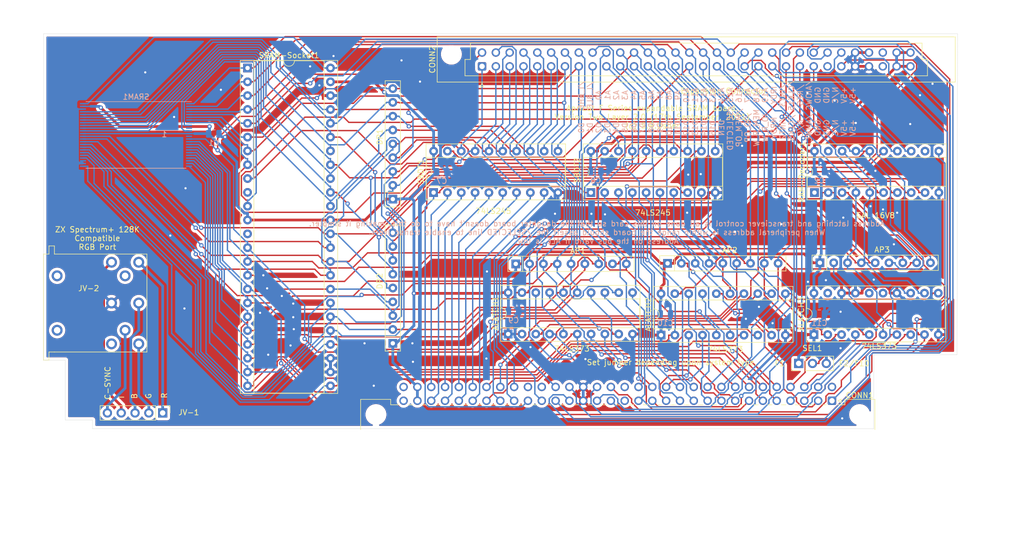
<source format=kicad_pcb>
(kicad_pcb (version 20171130) (host pcbnew "(5.1.7)-1")
  (layers (0 F.Cu signal) (31 B.Cu signal) (34 B.Paste user hide) (35 F.Paste user hide) (36 B.SilkS user) (37 F.SilkS user) (38 B.Mask user hide) (39 F.Mask user hide) (44 Edge.Cuts user))
  (net 0 "")
  (net 1 VCC)
  (net 2 GND)
  (net 3 A5)
  (net 4 A1)
  (net 5 AB6)
  (net 6 AB2)
  (net 7 AB5)
  (net 8 AB1)
  (net 9 A4)
  (net 10 A0)
  (net 11 A3)
  (net 12 AB4)
  (net 13 AB0)
  (net 14 AB3)
  (net 15 _BHE)
  (net 16 A2)
  (net 17 ALE)
  (net 18 A13)
  (net 19 A9)
  (net 20 AB14)
  (net 21 AB10)
  (net 22 AB13)
  (net 23 AB9)
  (net 24 A12)
  (net 25 A8)
  (net 26 A11)
  (net 27 A7)
  (net 28 AB12)
  (net 29 AB8)
  (net 30 AB11)
  (net 31 AB7)
  (net 32 A10)
  (net 33 A6)
  (net 34 A17)
  (net 35 AB18)
  (net 36 AB17)
  (net 37 A16)
  (net 38 A15)
  (net 39 AB16)
  (net 40 AB19)
  (net 41 AB15)
  (net 42 A18)
  (net 43 A14)
  (net 44 A19)
  (net 45 DEN)
  (net 46 -12V)
  (net 47 DB0)
  (net 48 DB2)
  (net 49 DB4)
  (net 50 DB6)
  (net 51 _AMWC)
  (net 52 "Net-(CONN1-Padb23)")
  (net 53 "Net-(CONN1-Padb22)")
  (net 54 _MWTC)
  (net 55 _IOWC)
  (net 56 CLK5)
  (net 57 IRDY)
  (net 58 "Net-(CONN1-Padb16)")
  (net 59 _INT3)
  (net 60 DB9)
  (net 61 DB11)
  (net 62 DB13)
  (net 63 DB15)
  (net 64 "Net-(CONN1-Padb1)")
  (net 65 +12V)
  (net 66 DB1)
  (net 67 DB3)
  (net 68 DB5)
  (net 69 DB7)
  (net 70 _MRDC)
  (net 71 DT_R)
  (net 72 _IORC)
  (net 73 _RES)
  (net 74 _AIOWC)
  (net 75 MRDY)
  (net 76 "Net-(CONN1-Pada16)")
  (net 77 _INT2)
  (net 78 DB8)
  (net 79 DB10)
  (net 80 DB12)
  (net 81 CLK15)
  (net 82 "Net-(CONN2-Padb30)")
  (net 83 "Net-(CONN2-Pada30)")
  (net 84 D15)
  (net 85 D14)
  (net 86 D13)
  (net 87 D12)
  (net 88 D11)
  (net 89 D10)
  (net 90 D9)
  (net 91 D8)
  (net 92 D7)
  (net 93 D6)
  (net 94 D5)
  (net 95 D4)
  (net 96 D3)
  (net 97 D2)
  (net 98 D1)
  (net 99 D0)
  (net 100 V-COMP-SYNC)
  (net 101 V-INTENSITY)
  (net 102 V-BLUE)
  (net 103 V-GREEN)
  (net 104 V-RED)
  (net 105 V-SYNC)
  (net 106 V-CVIDEO)
  (net 107 _I_BLE)
  (net 108 _I_BHE)
  (net 109 "Net-(ALATCH3-Pad19)")
  (net 110 "Net-(ALATCH3-Pad16)")
  (net 111 "Net-(ALATCH3-Pad15)")
  (net 112 _MOE)
  (net 113 _SELECTED)
  (net 114 _BOARD_OE)
  (net 115 "Net-(CONN2-Pada26)")
  (net 116 IO_R_W)
  (net 117 _IO_OP)
  (net 118 _MEM_OP)
  (net 119 "Net-(RAM-Decoder1-Pad12)")
  (net 120 "Net-(RAM-Decoder1-Pad1)")
  (net 121 DB14)
  (net 122 "Net-(SRAM1-Pad13)")
  (net 123 "Net-(SRAM1-Pad10)")
  (net 124 "Net-(SRAM-Socket1-Pad13)")
  (net 125 "Net-(SRAM-Socket1-Pad10)")
  (net 126 _WE)
  (net 127 "Net-(RAM-Decoder1-Pad19)")
  (net 128 SYS_TYPE)
  (module Connector_PinHeader_2.54mm:PinHeader_1x03_P2.54mm_Vertical (layer F.Cu) (at 204.592 106.176 90)
    (fp_text reference SEL1 (at 2.8 2.5 180) (layer F.SilkS))
    (fp_text value "Selector: F1 or F2")
    (pad 3 thru_hole oval (at 0 5.08 90) (size 1.7 1.7) (drill 1) (layers *.Cu *.Mask) (net 2 GND))
    (pad 2 thru_hole oval (at 0 2.54 90) (size 1.7 1.7) (drill 1) (layers *.Cu *.Mask) (net 128 SYS_TYPE))
    (pad 1 thru_hole rect (at 0 0 90) (size 1.7 1.7) (drill 1) (layers *.Cu *.Mask) (net 1 VCC))
  )
  (module Capacitor_SMD:C_0805_2012Metric (layer B.Cu) (at 208.392 97.0755)
    (fp_text reference C11 (at 0 1.68) (layer B.SilkS) (effects (justify mirror)))
    (fp_text value 1uF)
    (pad 2 smd roundrect (at 0.95 0) (size 1 1.45) (layers B.Cu B.Paste B.Mask) (net 2 GND))
    (pad 1 smd roundrect (at -0.95 0) (size 1 1.45) (layers B.Cu B.Paste B.Mask) (net 1 VCC))
  )
  (module Capacitor_SMD:C_0805_2012Metric (layer B.Cu) (at 180.092 97.0755)
    (fp_text reference C10 (at 0 1.68) (layer B.SilkS) (effects (justify mirror)))
    (fp_text value 1uF)
    (pad 2 smd roundrect (at 0.95 0) (size 1 1.45) (layers B.Cu B.Paste B.Mask) (net 2 GND))
    (pad 1 smd roundrect (at -0.95 0) (size 1 1.45) (layers B.Cu B.Paste B.Mask) (net 1 VCC))
  )
  (module Capacitor_SMD:C_0805_2012Metric (layer B.Cu) (at 152.192 96.5755)
    (fp_text reference C9 (at 0 1.68) (layer B.SilkS) (effects (justify mirror)))
    (fp_text value 1uF)
    (pad 2 smd roundrect (at 0.95 0) (size 1 1.45) (layers B.Cu B.Paste B.Mask) (net 2 GND))
    (pad 1 smd roundrect (at -0.95 0) (size 1 1.45) (layers B.Cu B.Paste B.Mask) (net 1 VCC))
  )
  (module Capacitor_SMD:C_0805_2012Metric (layer B.Cu) (at 167.292 70.8755)
    (fp_text reference C8 (at 0 1.68) (layer B.SilkS) (effects (justify mirror)))
    (fp_text value 1uF)
    (pad 2 smd roundrect (at 0.95 0) (size 1 1.45) (layers B.Cu B.Paste B.Mask) (net 2 GND))
    (pad 1 smd roundrect (at -0.95 0) (size 1 1.45) (layers B.Cu B.Paste B.Mask) (net 1 VCC))
  )
  (module Capacitor_SMD:C_0805_2012Metric (layer B.Cu) (at 138.992 70.9755)
    (fp_text reference C7 (at 0 1.68) (layer B.SilkS) (effects (justify mirror)))
    (fp_text value 1uF)
    (pad 2 smd roundrect (at 0.95 0) (size 1 1.45) (layers B.Cu B.Paste B.Mask) (net 2 GND))
    (pad 1 smd roundrect (at -0.95 0) (size 1 1.45) (layers B.Cu B.Paste B.Mask) (net 1 VCC))
  )
  (module Capacitor_SMD:C_0805_2012Metric (layer B.Cu) (at 208.392 70.8755)
    (fp_text reference C2 (at 0 1.68) (layer B.SilkS) (effects (justify mirror)))
    (fp_text value 1uF)
    (pad 2 smd roundrect (at 0.95 0) (size 1 1.45) (layers B.Cu B.Paste B.Mask) (net 2 GND))
    (pad 1 smd roundrect (at -0.95 0) (size 1 1.45) (layers B.Cu B.Paste B.Mask) (net 1 VCC))
  )
  (module Capacitor_SMD:C_0805_2012Metric (layer B.Cu) (at 97.092 63.9755)
    (fp_text reference C1 (at 0 1.68) (layer B.SilkS) (effects (justify mirror)))
    (fp_text value 1uF)
    (pad 2 smd roundrect (at 0.95 0) (size 1 1.45) (layers B.Cu B.Paste B.Mask) (net 2 GND))
    (pad 1 smd roundrect (at -0.95 0) (size 1 1.45) (layers B.Cu B.Paste B.Mask) (net 1 VCC))
  )
  (module Package_DIP:DIP-48_W15.24mm_Socket (layer F.Cu) (at 103.292 51.8755)
    (fp_text reference SRAM-Socket1 (at 7.62 -2.33) (layer F.SilkS))
    (fp_text value CY62167GE)
    (pad 48 thru_hole oval (at 15.24 0) (size 1.6 1.6) (drill 0.8) (layers *.Cu *.Mask) (net 37 A16))
    (pad 24 thru_hole oval (at 0 58.42) (size 1.6 1.6) (drill 0.8) (layers *.Cu *.Mask) (net 4 A1))
    (pad 47 thru_hole oval (at 15.24 2.54) (size 1.6 1.6) (drill 0.8) (layers *.Cu *.Mask) (net 1 VCC))
    (pad 23 thru_hole oval (at 0 55.88) (size 1.6 1.6) (drill 0.8) (layers *.Cu *.Mask) (net 16 A2))
    (pad 46 thru_hole oval (at 15.24 5.08) (size 1.6 1.6) (drill 0.8) (layers *.Cu *.Mask) (net 2 GND))
    (pad 22 thru_hole oval (at 0 53.34) (size 1.6 1.6) (drill 0.8) (layers *.Cu *.Mask) (net 11 A3))
    (pad 45 thru_hole oval (at 15.24 7.62) (size 1.6 1.6) (drill 0.8) (layers *.Cu *.Mask) (net 84 D15))
    (pad 21 thru_hole oval (at 0 50.8) (size 1.6 1.6) (drill 0.8) (layers *.Cu *.Mask) (net 9 A4))
    (pad 44 thru_hole oval (at 15.24 10.16) (size 1.6 1.6) (drill 0.8) (layers *.Cu *.Mask) (net 92 D7))
    (pad 20 thru_hole oval (at 0 48.26) (size 1.6 1.6) (drill 0.8) (layers *.Cu *.Mask) (net 3 A5))
    (pad 43 thru_hole oval (at 15.24 12.7) (size 1.6 1.6) (drill 0.8) (layers *.Cu *.Mask) (net 85 D14))
    (pad 19 thru_hole oval (at 0 45.72) (size 1.6 1.6) (drill 0.8) (layers *.Cu *.Mask) (net 33 A6))
    (pad 42 thru_hole oval (at 15.24 15.24) (size 1.6 1.6) (drill 0.8) (layers *.Cu *.Mask) (net 93 D6))
    (pad 18 thru_hole oval (at 0 43.18) (size 1.6 1.6) (drill 0.8) (layers *.Cu *.Mask) (net 27 A7))
    (pad 41 thru_hole oval (at 15.24 17.78) (size 1.6 1.6) (drill 0.8) (layers *.Cu *.Mask) (net 86 D13))
    (pad 17 thru_hole oval (at 0 40.64) (size 1.6 1.6) (drill 0.8) (layers *.Cu *.Mask) (net 34 A17))
    (pad 40 thru_hole oval (at 15.24 20.32) (size 1.6 1.6) (drill 0.8) (layers *.Cu *.Mask) (net 94 D5))
    (pad 16 thru_hole oval (at 0 38.1) (size 1.6 1.6) (drill 0.8) (layers *.Cu *.Mask) (net 42 A18))
    (pad 39 thru_hole oval (at 15.24 22.86) (size 1.6 1.6) (drill 0.8) (layers *.Cu *.Mask) (net 87 D12))
    (pad 15 thru_hole oval (at 0 35.56) (size 1.6 1.6) (drill 0.8) (layers *.Cu *.Mask) (net 107 _I_BLE))
    (pad 38 thru_hole oval (at 15.24 25.4) (size 1.6 1.6) (drill 0.8) (layers *.Cu *.Mask) (net 95 D4))
    (pad 14 thru_hole oval (at 0 33.02) (size 1.6 1.6) (drill 0.8) (layers *.Cu *.Mask) (net 108 _I_BHE))
    (pad 37 thru_hole oval (at 15.24 27.94) (size 1.6 1.6) (drill 0.8) (layers *.Cu *.Mask) (net 1 VCC))
    (pad 13 thru_hole oval (at 0 30.48) (size 1.6 1.6) (drill 0.8) (layers *.Cu *.Mask) (net 124 "Net-(SRAM-Socket1-Pad13)"))
    (pad 36 thru_hole oval (at 15.24 30.48) (size 1.6 1.6) (drill 0.8) (layers *.Cu *.Mask) (net 88 D11))
    (pad 12 thru_hole oval (at 0 27.94) (size 1.6 1.6) (drill 0.8) (layers *.Cu *.Mask) (net 1 VCC))
    (pad 35 thru_hole oval (at 15.24 33.02) (size 1.6 1.6) (drill 0.8) (layers *.Cu *.Mask) (net 96 D3))
    (pad 11 thru_hole oval (at 0 25.4) (size 1.6 1.6) (drill 0.8) (layers *.Cu *.Mask) (net 126 _WE))
    (pad 34 thru_hole oval (at 15.24 35.56) (size 1.6 1.6) (drill 0.8) (layers *.Cu *.Mask) (net 89 D10))
    (pad 10 thru_hole oval (at 0 22.86) (size 1.6 1.6) (drill 0.8) (layers *.Cu *.Mask) (net 125 "Net-(SRAM-Socket1-Pad10)"))
    (pad 33 thru_hole oval (at 15.24 38.1) (size 1.6 1.6) (drill 0.8) (layers *.Cu *.Mask) (net 97 D2))
    (pad 9 thru_hole oval (at 0 20.32) (size 1.6 1.6) (drill 0.8) (layers *.Cu *.Mask) (net 44 A19))
    (pad 32 thru_hole oval (at 15.24 40.64) (size 1.6 1.6) (drill 0.8) (layers *.Cu *.Mask) (net 90 D9))
    (pad 8 thru_hole oval (at 0 17.78) (size 1.6 1.6) (drill 0.8) (layers *.Cu *.Mask) (net 25 A8))
    (pad 31 thru_hole oval (at 15.24 43.18) (size 1.6 1.6) (drill 0.8) (layers *.Cu *.Mask) (net 98 D1))
    (pad 7 thru_hole oval (at 0 15.24) (size 1.6 1.6) (drill 0.8) (layers *.Cu *.Mask) (net 19 A9))
    (pad 30 thru_hole oval (at 15.24 45.72) (size 1.6 1.6) (drill 0.8) (layers *.Cu *.Mask) (net 91 D8))
    (pad 6 thru_hole oval (at 0 12.7) (size 1.6 1.6) (drill 0.8) (layers *.Cu *.Mask) (net 32 A10))
    (pad 29 thru_hole oval (at 15.24 48.26) (size 1.6 1.6) (drill 0.8) (layers *.Cu *.Mask) (net 99 D0))
    (pad 5 thru_hole oval (at 0 10.16) (size 1.6 1.6) (drill 0.8) (layers *.Cu *.Mask) (net 26 A11))
    (pad 28 thru_hole oval (at 15.24 50.8) (size 1.6 1.6) (drill 0.8) (layers *.Cu *.Mask) (net 112 _MOE))
    (pad 4 thru_hole oval (at 0 7.62) (size 1.6 1.6) (drill 0.8) (layers *.Cu *.Mask) (net 24 A12))
    (pad 27 thru_hole oval (at 15.24 53.34) (size 1.6 1.6) (drill 0.8) (layers *.Cu *.Mask) (net 2 GND))
    (pad 3 thru_hole oval (at 0 5.08) (size 1.6 1.6) (drill 0.8) (layers *.Cu *.Mask) (net 18 A13))
    (pad 26 thru_hole oval (at 15.24 55.88) (size 1.6 1.6) (drill 0.8) (layers *.Cu *.Mask) (net 2 GND))
    (pad 2 thru_hole oval (at 0 2.54) (size 1.6 1.6) (drill 0.8) (layers *.Cu *.Mask) (net 43 A14))
    (pad 25 thru_hole oval (at 15.24 58.42) (size 1.6 1.6) (drill 0.8) (layers *.Cu *.Mask) (net 10 A0))
    (pad 1 thru_hole rect (at 0 0) (size 1.6 1.6) (drill 0.8) (layers *.Cu *.Mask) (net 38 A15))
  )
  (module Package_SO:TSOP-I-48_18.4x12mm_P0.5mm (layer B.Cu) (at 82.792 64.1755 180)
    (fp_text reference SRAM1 (at 0 7) (layer B.SilkS) (effects (justify mirror)))
    (fp_text value CY62167GE)
    (pad 48 smd rect (at 9.75 5.75 180) (size 1.1 0.25) (layers B.Cu B.Paste B.Mask) (net 37 A16))
    (pad 47 smd rect (at 9.75 5.25 180) (size 1.1 0.25) (layers B.Cu B.Paste B.Mask) (net 1 VCC))
    (pad 46 smd rect (at 9.75 4.75 180) (size 1.1 0.25) (layers B.Cu B.Paste B.Mask) (net 2 GND))
    (pad 45 smd rect (at 9.75 4.25 180) (size 1.1 0.25) (layers B.Cu B.Paste B.Mask) (net 84 D15))
    (pad 44 smd rect (at 9.75 3.75 180) (size 1.1 0.25) (layers B.Cu B.Paste B.Mask) (net 92 D7))
    (pad 43 smd rect (at 9.75 3.25 180) (size 1.1 0.25) (layers B.Cu B.Paste B.Mask) (net 85 D14))
    (pad 42 smd rect (at 9.75 2.75 180) (size 1.1 0.25) (layers B.Cu B.Paste B.Mask) (net 93 D6))
    (pad 41 smd rect (at 9.75 2.25 180) (size 1.1 0.25) (layers B.Cu B.Paste B.Mask) (net 86 D13))
    (pad 40 smd rect (at 9.75 1.75 180) (size 1.1 0.25) (layers B.Cu B.Paste B.Mask) (net 94 D5))
    (pad 39 smd rect (at 9.75 1.25 180) (size 1.1 0.25) (layers B.Cu B.Paste B.Mask) (net 87 D12))
    (pad 38 smd rect (at 9.75 0.75 180) (size 1.1 0.25) (layers B.Cu B.Paste B.Mask) (net 95 D4))
    (pad 37 smd rect (at 9.75 0.25 180) (size 1.1 0.25) (layers B.Cu B.Paste B.Mask) (net 1 VCC))
    (pad 36 smd rect (at 9.75 -0.25 180) (size 1.1 0.25) (layers B.Cu B.Paste B.Mask) (net 88 D11))
    (pad 35 smd rect (at 9.75 -0.75 180) (size 1.1 0.25) (layers B.Cu B.Paste B.Mask) (net 96 D3))
    (pad 34 smd rect (at 9.75 -1.25 180) (size 1.1 0.25) (layers B.Cu B.Paste B.Mask) (net 89 D10))
    (pad 33 smd rect (at 9.75 -1.75 180) (size 1.1 0.25) (layers B.Cu B.Paste B.Mask) (net 97 D2))
    (pad 32 smd rect (at 9.75 -2.25 180) (size 1.1 0.25) (layers B.Cu B.Paste B.Mask) (net 90 D9))
    (pad 31 smd rect (at 9.75 -2.75 180) (size 1.1 0.25) (layers B.Cu B.Paste B.Mask) (net 98 D1))
    (pad 30 smd rect (at 9.75 -3.25 180) (size 1.1 0.25) (layers B.Cu B.Paste B.Mask) (net 91 D8))
    (pad 29 smd rect (at 9.75 -3.75 180) (size 1.1 0.25) (layers B.Cu B.Paste B.Mask) (net 99 D0))
    (pad 28 smd rect (at 9.75 -4.25 180) (size 1.1 0.25) (layers B.Cu B.Paste B.Mask) (net 112 _MOE))
    (pad 27 smd rect (at 9.75 -4.75 180) (size 1.1 0.25) (layers B.Cu B.Paste B.Mask) (net 2 GND))
    (pad 26 smd rect (at 9.75 -5.25 180) (size 1.1 0.25) (layers B.Cu B.Paste B.Mask) (net 2 GND))
    (pad 24 smd rect (at -9.75 -5.75 180) (size 1.1 0.25) (layers B.Cu B.Paste B.Mask) (net 4 A1))
    (pad 23 smd rect (at -9.75 -5.25 180) (size 1.1 0.25) (layers B.Cu B.Paste B.Mask) (net 16 A2))
    (pad 22 smd rect (at -9.75 -4.75 180) (size 1.1 0.25) (layers B.Cu B.Paste B.Mask) (net 11 A3))
    (pad 21 smd rect (at -9.75 -4.25 180) (size 1.1 0.25) (layers B.Cu B.Paste B.Mask) (net 9 A4))
    (pad 20 smd rect (at -9.75 -3.75 180) (size 1.1 0.25) (layers B.Cu B.Paste B.Mask) (net 3 A5))
    (pad 19 smd rect (at -9.75 -3.25 180) (size 1.1 0.25) (layers B.Cu B.Paste B.Mask) (net 33 A6))
    (pad 18 smd rect (at -9.75 -2.75 180) (size 1.1 0.25) (layers B.Cu B.Paste B.Mask) (net 27 A7))
    (pad 17 smd rect (at -9.75 -2.25 180) (size 1.1 0.25) (layers B.Cu B.Paste B.Mask) (net 34 A17))
    (pad 16 smd rect (at -9.75 -1.75 180) (size 1.1 0.25) (layers B.Cu B.Paste B.Mask) (net 42 A18))
    (pad 15 smd rect (at -9.75 -1.25 180) (size 1.1 0.25) (layers B.Cu B.Paste B.Mask) (net 107 _I_BLE))
    (pad 14 smd rect (at -9.75 -0.75 180) (size 1.1 0.25) (layers B.Cu B.Paste B.Mask) (net 108 _I_BHE))
    (pad 13 smd rect (at -9.75 -0.25 180) (size 1.1 0.25) (layers B.Cu B.Paste B.Mask) (net 122 "Net-(SRAM1-Pad13)"))
    (pad 12 smd rect (at -9.75 0.25 180) (size 1.1 0.25) (layers B.Cu B.Paste B.Mask) (net 1 VCC))
    (pad 11 smd rect (at -9.75 0.75 180) (size 1.1 0.25) (layers B.Cu B.Paste B.Mask) (net 126 _WE))
    (pad 10 smd rect (at -9.75 1.25 180) (size 1.1 0.25) (layers B.Cu B.Paste B.Mask) (net 123 "Net-(SRAM1-Pad10)"))
    (pad 9 smd rect (at -9.75 1.75 180) (size 1.1 0.25) (layers B.Cu B.Paste B.Mask) (net 44 A19))
    (pad 8 smd rect (at -9.75 2.25 180) (size 1.1 0.25) (layers B.Cu B.Paste B.Mask) (net 25 A8))
    (pad 7 smd rect (at -9.75 2.75 180) (size 1.1 0.25) (layers B.Cu B.Paste B.Mask) (net 19 A9))
    (pad 6 smd rect (at -9.75 3.25 180) (size 1.1 0.25) (layers B.Cu B.Paste B.Mask) (net 32 A10))
    (pad 5 smd rect (at -9.75 3.75 180) (size 1.1 0.25) (layers B.Cu B.Paste B.Mask) (net 26 A11))
    (pad 4 smd rect (at -9.75 4.25 180) (size 1.1 0.25) (layers B.Cu B.Paste B.Mask) (net 24 A12))
    (pad 3 smd rect (at -9.75 4.75 180) (size 1.1 0.25) (layers B.Cu B.Paste B.Mask) (net 18 A13))
    (pad 2 smd rect (at -9.75 5.25 180) (size 1.1 0.25) (layers B.Cu B.Paste B.Mask) (net 43 A14))
    (pad 25 smd rect (at 9.75 -5.75 180) (size 1.1 0.25) (layers B.Cu B.Paste B.Mask) (net 10 A0))
    (pad 1 smd rect (at -9.75 5.75 180) (size 1.1 0.25) (layers B.Cu B.Paste B.Mask) (net 38 A15))
  )
  (module Package_DIP:DIP-20_W7.62mm_Socket (layer F.Cu) (at 166.392 74.7755 90)
    (fp_text reference SBDT2 (at 4.1 -2.5 90) (layer F.SilkS))
    (fp_text value 74LS245)
    (pad 20 thru_hole oval (at 7.62 0 90) (size 1.6 1.6) (drill 0.8) (layers *.Cu *.Mask) (net 1 VCC))
    (pad 10 thru_hole oval (at 0 22.86 90) (size 1.6 1.6) (drill 0.8) (layers *.Cu *.Mask) (net 2 GND))
    (pad 19 thru_hole oval (at 7.62 2.54 90) (size 1.6 1.6) (drill 0.8) (layers *.Cu *.Mask) (net 114 _BOARD_OE))
    (pad 9 thru_hole oval (at 0 20.32 90) (size 1.6 1.6) (drill 0.8) (layers *.Cu *.Mask) (net 63 DB15))
    (pad 18 thru_hole oval (at 7.62 5.08 90) (size 1.6 1.6) (drill 0.8) (layers *.Cu *.Mask) (net 91 D8))
    (pad 8 thru_hole oval (at 0 17.78 90) (size 1.6 1.6) (drill 0.8) (layers *.Cu *.Mask) (net 121 DB14))
    (pad 17 thru_hole oval (at 7.62 7.62 90) (size 1.6 1.6) (drill 0.8) (layers *.Cu *.Mask) (net 90 D9))
    (pad 7 thru_hole oval (at 0 15.24 90) (size 1.6 1.6) (drill 0.8) (layers *.Cu *.Mask) (net 62 DB13))
    (pad 16 thru_hole oval (at 7.62 10.16 90) (size 1.6 1.6) (drill 0.8) (layers *.Cu *.Mask) (net 89 D10))
    (pad 6 thru_hole oval (at 0 12.7 90) (size 1.6 1.6) (drill 0.8) (layers *.Cu *.Mask) (net 80 DB12))
    (pad 15 thru_hole oval (at 7.62 12.7 90) (size 1.6 1.6) (drill 0.8) (layers *.Cu *.Mask) (net 88 D11))
    (pad 5 thru_hole oval (at 0 10.16 90) (size 1.6 1.6) (drill 0.8) (layers *.Cu *.Mask) (net 61 DB11))
    (pad 14 thru_hole oval (at 7.62 15.24 90) (size 1.6 1.6) (drill 0.8) (layers *.Cu *.Mask) (net 87 D12))
    (pad 4 thru_hole oval (at 0 7.62 90) (size 1.6 1.6) (drill 0.8) (layers *.Cu *.Mask) (net 79 DB10))
    (pad 13 thru_hole oval (at 7.62 17.78 90) (size 1.6 1.6) (drill 0.8) (layers *.Cu *.Mask) (net 86 D13))
    (pad 3 thru_hole oval (at 0 5.08 90) (size 1.6 1.6) (drill 0.8) (layers *.Cu *.Mask) (net 60 DB9))
    (pad 12 thru_hole oval (at 7.62 20.32 90) (size 1.6 1.6) (drill 0.8) (layers *.Cu *.Mask) (net 85 D14))
    (pad 2 thru_hole oval (at 0 2.54 90) (size 1.6 1.6) (drill 0.8) (layers *.Cu *.Mask) (net 78 DB8))
    (pad 11 thru_hole oval (at 7.62 22.86 90) (size 1.6 1.6) (drill 0.8) (layers *.Cu *.Mask) (net 84 D15))
    (pad 1 thru_hole rect (at 0 0 90) (size 1.6 1.6) (drill 0.8) (layers *.Cu *.Mask) (net 71 DT_R))
  )
  (module Package_DIP:DIP-20_W7.62mm_Socket (layer F.Cu) (at 137.492 74.7755 90)
    (fp_text reference SBDT1 (at 3.81 -2.33 90) (layer F.SilkS))
    (fp_text value 74LS245)
    (pad 20 thru_hole oval (at 7.62 0 90) (size 1.6 1.6) (drill 0.8) (layers *.Cu *.Mask) (net 1 VCC))
    (pad 10 thru_hole oval (at 0 22.86 90) (size 1.6 1.6) (drill 0.8) (layers *.Cu *.Mask) (net 2 GND))
    (pad 19 thru_hole oval (at 7.62 2.54 90) (size 1.6 1.6) (drill 0.8) (layers *.Cu *.Mask) (net 114 _BOARD_OE))
    (pad 9 thru_hole oval (at 0 20.32 90) (size 1.6 1.6) (drill 0.8) (layers *.Cu *.Mask) (net 69 DB7))
    (pad 18 thru_hole oval (at 7.62 5.08 90) (size 1.6 1.6) (drill 0.8) (layers *.Cu *.Mask) (net 99 D0))
    (pad 8 thru_hole oval (at 0 17.78 90) (size 1.6 1.6) (drill 0.8) (layers *.Cu *.Mask) (net 50 DB6))
    (pad 17 thru_hole oval (at 7.62 7.62 90) (size 1.6 1.6) (drill 0.8) (layers *.Cu *.Mask) (net 98 D1))
    (pad 7 thru_hole oval (at 0 15.24 90) (size 1.6 1.6) (drill 0.8) (layers *.Cu *.Mask) (net 68 DB5))
    (pad 16 thru_hole oval (at 7.62 10.16 90) (size 1.6 1.6) (drill 0.8) (layers *.Cu *.Mask) (net 97 D2))
    (pad 6 thru_hole oval (at 0 12.7 90) (size 1.6 1.6) (drill 0.8) (layers *.Cu *.Mask) (net 49 DB4))
    (pad 15 thru_hole oval (at 7.62 12.7 90) (size 1.6 1.6) (drill 0.8) (layers *.Cu *.Mask) (net 96 D3))
    (pad 5 thru_hole oval (at 0 10.16 90) (size 1.6 1.6) (drill 0.8) (layers *.Cu *.Mask) (net 67 DB3))
    (pad 14 thru_hole oval (at 7.62 15.24 90) (size 1.6 1.6) (drill 0.8) (layers *.Cu *.Mask) (net 95 D4))
    (pad 4 thru_hole oval (at 0 7.62 90) (size 1.6 1.6) (drill 0.8) (layers *.Cu *.Mask) (net 48 DB2))
    (pad 13 thru_hole oval (at 7.62 17.78 90) (size 1.6 1.6) (drill 0.8) (layers *.Cu *.Mask) (net 94 D5))
    (pad 3 thru_hole oval (at 0 5.08 90) (size 1.6 1.6) (drill 0.8) (layers *.Cu *.Mask) (net 66 DB1))
    (pad 12 thru_hole oval (at 7.62 20.32 90) (size 1.6 1.6) (drill 0.8) (layers *.Cu *.Mask) (net 93 D6))
    (pad 2 thru_hole oval (at 0 2.54 90) (size 1.6 1.6) (drill 0.8) (layers *.Cu *.Mask) (net 47 DB0))
    (pad 11 thru_hole oval (at 7.62 22.86 90) (size 1.6 1.6) (drill 0.8) (layers *.Cu *.Mask) (net 92 D7))
    (pad 1 thru_hole rect (at 0 0 90) (size 1.6 1.6) (drill 0.8) (layers *.Cu *.Mask) (net 71 DT_R))
  )
  (module Package_DIP:DIP-20_W7.62mm_Socket (layer F.Cu) (at 207.492 74.7755 90)
    (fp_text reference RAM-Decoder1 (at 3.81 -2.33 90) (layer F.SilkS))
    (fp_text value GAL16V8)
    (pad 20 thru_hole oval (at 7.62 0 90) (size 1.6 1.6) (drill 0.8) (layers *.Cu *.Mask) (net 1 VCC))
    (pad 10 thru_hole oval (at 0 22.86 90) (size 1.6 1.6) (drill 0.8) (layers *.Cu *.Mask) (net 2 GND))
    (pad 19 thru_hole oval (at 7.62 2.54 90) (size 1.6 1.6) (drill 0.8) (layers *.Cu *.Mask) (net 127 "Net-(RAM-Decoder1-Pad19)"))
    (pad 9 thru_hole oval (at 0 20.32 90) (size 1.6 1.6) (drill 0.8) (layers *.Cu *.Mask) (net 72 _IORC))
    (pad 18 thru_hole oval (at 7.62 5.08 90) (size 1.6 1.6) (drill 0.8) (layers *.Cu *.Mask) (net 112 _MOE))
    (pad 8 thru_hole oval (at 0 17.78 90) (size 1.6 1.6) (drill 0.8) (layers *.Cu *.Mask) (net 54 _MWTC))
    (pad 17 thru_hole oval (at 7.62 7.62 90) (size 1.6 1.6) (drill 0.8) (layers *.Cu *.Mask) (net 126 _WE))
    (pad 7 thru_hole oval (at 0 15.24 90) (size 1.6 1.6) (drill 0.8) (layers *.Cu *.Mask) (net 70 _MRDC))
    (pad 16 thru_hole oval (at 7.62 10.16 90) (size 1.6 1.6) (drill 0.8) (layers *.Cu *.Mask) (net 114 _BOARD_OE))
    (pad 6 thru_hole oval (at 0 12.7 90) (size 1.6 1.6) (drill 0.8) (layers *.Cu *.Mask) (net 45 DEN))
    (pad 15 thru_hole oval (at 7.62 12.7 90) (size 1.6 1.6) (drill 0.8) (layers *.Cu *.Mask) (net 118 _MEM_OP))
    (pad 5 thru_hole oval (at 0 10.16 90) (size 1.6 1.6) (drill 0.8) (layers *.Cu *.Mask) (net 42 A18))
    (pad 14 thru_hole oval (at 7.62 15.24 90) (size 1.6 1.6) (drill 0.8) (layers *.Cu *.Mask) (net 117 _IO_OP))
    (pad 4 thru_hole oval (at 0 7.62 90) (size 1.6 1.6) (drill 0.8) (layers *.Cu *.Mask) (net 34 A17))
    (pad 13 thru_hole oval (at 7.62 17.78 90) (size 1.6 1.6) (drill 0.8) (layers *.Cu *.Mask) (net 116 IO_R_W))
    (pad 3 thru_hole oval (at 0 5.08 90) (size 1.6 1.6) (drill 0.8) (layers *.Cu *.Mask) (net 128 SYS_TYPE))
    (pad 12 thru_hole oval (at 7.62 20.32 90) (size 1.6 1.6) (drill 0.8) (layers *.Cu *.Mask) (net 119 "Net-(RAM-Decoder1-Pad12)"))
    (pad 2 thru_hole oval (at 0 2.54 90) (size 1.6 1.6) (drill 0.8) (layers *.Cu *.Mask) (net 113 _SELECTED))
    (pad 11 thru_hole oval (at 7.62 22.86 90) (size 1.6 1.6) (drill 0.8) (layers *.Cu *.Mask) (net 55 _IOWC))
    (pad 1 thru_hole rect (at 0 0 90) (size 1.6 1.6) (drill 0.8) (layers *.Cu *.Mask) (net 120 "Net-(RAM-Decoder1-Pad1)"))
  )
  (module Resistor_THT:R_Array_SIP9 (layer F.Cu) (at 129.992 102.476 90)
    (fp_text reference DP2 (at 11.43 -2.4 90) (layer F.SilkS))
    (fp_text value 10K)
    (pad 9 thru_hole oval (at 20.32 0 90) (size 1.6 1.6) (drill 0.8) (layers *.Cu *.Mask) (net 84 D15))
    (pad 8 thru_hole oval (at 17.78 0 90) (size 1.6 1.6) (drill 0.8) (layers *.Cu *.Mask) (net 85 D14))
    (pad 7 thru_hole oval (at 15.24 0 90) (size 1.6 1.6) (drill 0.8) (layers *.Cu *.Mask) (net 86 D13))
    (pad 6 thru_hole oval (at 12.7 0 90) (size 1.6 1.6) (drill 0.8) (layers *.Cu *.Mask) (net 87 D12))
    (pad 5 thru_hole oval (at 10.16 0 90) (size 1.6 1.6) (drill 0.8) (layers *.Cu *.Mask) (net 88 D11))
    (pad 4 thru_hole oval (at 7.62 0 90) (size 1.6 1.6) (drill 0.8) (layers *.Cu *.Mask) (net 89 D10))
    (pad 3 thru_hole oval (at 5.08 0 90) (size 1.6 1.6) (drill 0.8) (layers *.Cu *.Mask) (net 90 D9))
    (pad 2 thru_hole oval (at 2.54 0 90) (size 1.6 1.6) (drill 0.8) (layers *.Cu *.Mask) (net 91 D8))
    (pad 1 thru_hole rect (at 0 0 90) (size 1.6 1.6) (drill 0.8) (layers *.Cu *.Mask) (net 1 VCC))
  )
  (module Resistor_THT:R_Array_SIP9 (layer F.Cu) (at 129.992 75.9755 90)
    (fp_text reference DP1 (at 11.43 -2.4 90) (layer F.SilkS))
    (fp_text value 10K)
    (pad 9 thru_hole oval (at 20.32 0 90) (size 1.6 1.6) (drill 0.8) (layers *.Cu *.Mask) (net 92 D7))
    (pad 8 thru_hole oval (at 17.78 0 90) (size 1.6 1.6) (drill 0.8) (layers *.Cu *.Mask) (net 93 D6))
    (pad 7 thru_hole oval (at 15.24 0 90) (size 1.6 1.6) (drill 0.8) (layers *.Cu *.Mask) (net 94 D5))
    (pad 6 thru_hole oval (at 12.7 0 90) (size 1.6 1.6) (drill 0.8) (layers *.Cu *.Mask) (net 95 D4))
    (pad 5 thru_hole oval (at 10.16 0 90) (size 1.6 1.6) (drill 0.8) (layers *.Cu *.Mask) (net 96 D3))
    (pad 4 thru_hole oval (at 7.62 0 90) (size 1.6 1.6) (drill 0.8) (layers *.Cu *.Mask) (net 97 D2))
    (pad 3 thru_hole oval (at 5.08 0 90) (size 1.6 1.6) (drill 0.8) (layers *.Cu *.Mask) (net 98 D1))
    (pad 2 thru_hole oval (at 2.54 0 90) (size 1.6 1.6) (drill 0.8) (layers *.Cu *.Mask) (net 99 D0))
    (pad 1 thru_hole rect (at 0 0 90) (size 1.6 1.6) (drill 0.8) (layers *.Cu *.Mask) (net 1 VCC))
  )
  (module Resistor_THT:R_Array_SIP9 (layer F.Cu) (at 208.492 87.6755)
    (fp_text reference AP3 (at 11.43 -2.4) (layer F.SilkS))
    (fp_text value 10K)
    (pad 9 thru_hole oval (at 20.32 0) (size 1.6 1.6) (drill 0.8) (layers *.Cu *.Mask) (net 126 _WE))
    (pad 8 thru_hole oval (at 17.78 0) (size 1.6 1.6) (drill 0.8) (layers *.Cu *.Mask) (net 112 _MOE))
    (pad 7 thru_hole oval (at 15.24 0) (size 1.6 1.6) (drill 0.8) (layers *.Cu *.Mask) (net 113 _SELECTED))
    (pad 6 thru_hole oval (at 12.7 0) (size 1.6 1.6) (drill 0.8) (layers *.Cu *.Mask) (net 114 _BOARD_OE))
    (pad 5 thru_hole oval (at 10.16 0) (size 1.6 1.6) (drill 0.8) (layers *.Cu *.Mask) (net 44 A19))
    (pad 4 thru_hole oval (at 7.62 0) (size 1.6 1.6) (drill 0.8) (layers *.Cu *.Mask) (net 42 A18))
    (pad 3 thru_hole oval (at 5.08 0) (size 1.6 1.6) (drill 0.8) (layers *.Cu *.Mask) (net 34 A17))
    (pad 2 thru_hole oval (at 2.54 0) (size 1.6 1.6) (drill 0.8) (layers *.Cu *.Mask) (net 37 A16))
    (pad 1 thru_hole rect (at 0 0) (size 1.6 1.6) (drill 0.8) (layers *.Cu *.Mask) (net 1 VCC))
  )
  (module Resistor_THT:R_Array_SIP9 (layer F.Cu) (at 180.492 87.7755)
    (fp_text reference AP2 (at 11.43 -2.4) (layer F.SilkS))
    (fp_text value 10K)
    (pad 9 thru_hole oval (at 20.32 0) (size 1.6 1.6) (drill 0.8) (layers *.Cu *.Mask) (net 38 A15))
    (pad 8 thru_hole oval (at 17.78 0) (size 1.6 1.6) (drill 0.8) (layers *.Cu *.Mask) (net 43 A14))
    (pad 7 thru_hole oval (at 15.24 0) (size 1.6 1.6) (drill 0.8) (layers *.Cu *.Mask) (net 18 A13))
    (pad 6 thru_hole oval (at 12.7 0) (size 1.6 1.6) (drill 0.8) (layers *.Cu *.Mask) (net 24 A12))
    (pad 5 thru_hole oval (at 10.16 0) (size 1.6 1.6) (drill 0.8) (layers *.Cu *.Mask) (net 26 A11))
    (pad 4 thru_hole oval (at 7.62 0) (size 1.6 1.6) (drill 0.8) (layers *.Cu *.Mask) (net 32 A10))
    (pad 3 thru_hole oval (at 5.08 0) (size 1.6 1.6) (drill 0.8) (layers *.Cu *.Mask) (net 19 A9))
    (pad 2 thru_hole oval (at 2.54 0) (size 1.6 1.6) (drill 0.8) (layers *.Cu *.Mask) (net 25 A8))
    (pad 1 thru_hole rect (at 0 0) (size 1.6 1.6) (drill 0.8) (layers *.Cu *.Mask) (net 1 VCC))
  )
  (module Resistor_THT:R_Array_SIP9 (layer F.Cu) (at 152.592 87.8755)
    (fp_text reference AP1 (at 11.43 -2.4) (layer F.SilkS))
    (fp_text value 10K)
    (pad 9 thru_hole oval (at 20.32 0) (size 1.6 1.6) (drill 0.8) (layers *.Cu *.Mask) (net 27 A7))
    (pad 8 thru_hole oval (at 17.78 0) (size 1.6 1.6) (drill 0.8) (layers *.Cu *.Mask) (net 33 A6))
    (pad 7 thru_hole oval (at 15.24 0) (size 1.6 1.6) (drill 0.8) (layers *.Cu *.Mask) (net 3 A5))
    (pad 6 thru_hole oval (at 12.7 0) (size 1.6 1.6) (drill 0.8) (layers *.Cu *.Mask) (net 9 A4))
    (pad 5 thru_hole oval (at 10.16 0) (size 1.6 1.6) (drill 0.8) (layers *.Cu *.Mask) (net 11 A3))
    (pad 4 thru_hole oval (at 7.62 0) (size 1.6 1.6) (drill 0.8) (layers *.Cu *.Mask) (net 16 A2))
    (pad 3 thru_hole oval (at 5.08 0) (size 1.6 1.6) (drill 0.8) (layers *.Cu *.Mask) (net 4 A1))
    (pad 2 thru_hole oval (at 2.54 0) (size 1.6 1.6) (drill 0.8) (layers *.Cu *.Mask) (net 10 A0))
    (pad 1 thru_hole rect (at 0 0) (size 1.6 1.6) (drill 0.8) (layers *.Cu *.Mask) (net 1 VCC))
  )
  (module Package_DIP:DIP-20_W7.62mm_Socket (layer F.Cu) (at 207.392 100.876 90)
    (fp_text reference ALATCH3 (at 3.81 -2.33 90) (layer F.SilkS))
    (fp_text value 74LS373)
    (pad 20 thru_hole oval (at 7.62 0 90) (size 1.6 1.6) (drill 0.8) (layers *.Cu *.Mask) (net 1 VCC))
    (pad 10 thru_hole oval (at 0 22.86 90) (size 1.6 1.6) (drill 0.8) (layers *.Cu *.Mask) (net 2 GND))
    (pad 19 thru_hole oval (at 7.62 2.54 90) (size 1.6 1.6) (drill 0.8) (layers *.Cu *.Mask) (net 109 "Net-(ALATCH3-Pad19)"))
    (pad 9 thru_hole oval (at 0 20.32 90) (size 1.6 1.6) (drill 0.8) (layers *.Cu *.Mask) (net 34 A17))
    (pad 18 thru_hole oval (at 7.62 5.08 90) (size 1.6 1.6) (drill 0.8) (layers *.Cu *.Mask) (net 2 GND))
    (pad 8 thru_hole oval (at 0 17.78 90) (size 1.6 1.6) (drill 0.8) (layers *.Cu *.Mask) (net 35 AB18))
    (pad 17 thru_hole oval (at 7.62 7.62 90) (size 1.6 1.6) (drill 0.8) (layers *.Cu *.Mask) (net 2 GND))
    (pad 7 thru_hole oval (at 0 15.24 90) (size 1.6 1.6) (drill 0.8) (layers *.Cu *.Mask) (net 36 AB17))
    (pad 16 thru_hole oval (at 7.62 10.16 90) (size 1.6 1.6) (drill 0.8) (layers *.Cu *.Mask) (net 110 "Net-(ALATCH3-Pad16)"))
    (pad 6 thru_hole oval (at 0 12.7 90) (size 1.6 1.6) (drill 0.8) (layers *.Cu *.Mask) (net 37 A16))
    (pad 15 thru_hole oval (at 7.62 12.7 90) (size 1.6 1.6) (drill 0.8) (layers *.Cu *.Mask) (net 111 "Net-(ALATCH3-Pad15)"))
    (pad 5 thru_hole oval (at 0 10.16 90) (size 1.6 1.6) (drill 0.8) (layers *.Cu *.Mask) (net 38 A15))
    (pad 14 thru_hole oval (at 7.62 15.24 90) (size 1.6 1.6) (drill 0.8) (layers *.Cu *.Mask) (net 2 GND))
    (pad 4 thru_hole oval (at 0 7.62 90) (size 1.6 1.6) (drill 0.8) (layers *.Cu *.Mask) (net 39 AB16))
    (pad 13 thru_hole oval (at 7.62 17.78 90) (size 1.6 1.6) (drill 0.8) (layers *.Cu *.Mask) (net 40 AB19))
    (pad 3 thru_hole oval (at 0 5.08 90) (size 1.6 1.6) (drill 0.8) (layers *.Cu *.Mask) (net 41 AB15))
    (pad 12 thru_hole oval (at 7.62 20.32 90) (size 1.6 1.6) (drill 0.8) (layers *.Cu *.Mask) (net 42 A18))
    (pad 2 thru_hole oval (at 0 2.54 90) (size 1.6 1.6) (drill 0.8) (layers *.Cu *.Mask) (net 43 A14))
    (pad 11 thru_hole oval (at 7.62 22.86 90) (size 1.6 1.6) (drill 0.8) (layers *.Cu *.Mask) (net 17 ALE))
    (pad 1 thru_hole rect (at 0 0 90) (size 1.6 1.6) (drill 0.8) (layers *.Cu *.Mask) (net 2 GND))
  )
  (module Package_DIP:DIP-20_W7.62mm_Socket (layer F.Cu) (at 179.292 100.976 90)
    (fp_text reference ALATCH2 (at 3.81 -2.33 90) (layer F.SilkS))
    (fp_text value 74LS373)
    (pad 20 thru_hole oval (at 7.62 0 90) (size 1.6 1.6) (drill 0.8) (layers *.Cu *.Mask) (net 1 VCC))
    (pad 10 thru_hole oval (at 0 22.86 90) (size 1.6 1.6) (drill 0.8) (layers *.Cu *.Mask) (net 2 GND))
    (pad 19 thru_hole oval (at 7.62 2.54 90) (size 1.6 1.6) (drill 0.8) (layers *.Cu *.Mask) (net 18 A13))
    (pad 9 thru_hole oval (at 0 20.32 90) (size 1.6 1.6) (drill 0.8) (layers *.Cu *.Mask) (net 19 A9))
    (pad 18 thru_hole oval (at 7.62 5.08 90) (size 1.6 1.6) (drill 0.8) (layers *.Cu *.Mask) (net 20 AB14))
    (pad 8 thru_hole oval (at 0 17.78 90) (size 1.6 1.6) (drill 0.8) (layers *.Cu *.Mask) (net 21 AB10))
    (pad 17 thru_hole oval (at 7.62 7.62 90) (size 1.6 1.6) (drill 0.8) (layers *.Cu *.Mask) (net 22 AB13))
    (pad 7 thru_hole oval (at 0 15.24 90) (size 1.6 1.6) (drill 0.8) (layers *.Cu *.Mask) (net 23 AB9))
    (pad 16 thru_hole oval (at 7.62 10.16 90) (size 1.6 1.6) (drill 0.8) (layers *.Cu *.Mask) (net 24 A12))
    (pad 6 thru_hole oval (at 0 12.7 90) (size 1.6 1.6) (drill 0.8) (layers *.Cu *.Mask) (net 25 A8))
    (pad 15 thru_hole oval (at 7.62 12.7 90) (size 1.6 1.6) (drill 0.8) (layers *.Cu *.Mask) (net 26 A11))
    (pad 5 thru_hole oval (at 0 10.16 90) (size 1.6 1.6) (drill 0.8) (layers *.Cu *.Mask) (net 27 A7))
    (pad 14 thru_hole oval (at 7.62 15.24 90) (size 1.6 1.6) (drill 0.8) (layers *.Cu *.Mask) (net 28 AB12))
    (pad 4 thru_hole oval (at 0 7.62 90) (size 1.6 1.6) (drill 0.8) (layers *.Cu *.Mask) (net 29 AB8))
    (pad 13 thru_hole oval (at 7.62 17.78 90) (size 1.6 1.6) (drill 0.8) (layers *.Cu *.Mask) (net 30 AB11))
    (pad 3 thru_hole oval (at 0 5.08 90) (size 1.6 1.6) (drill 0.8) (layers *.Cu *.Mask) (net 31 AB7))
    (pad 12 thru_hole oval (at 7.62 20.32 90) (size 1.6 1.6) (drill 0.8) (layers *.Cu *.Mask) (net 32 A10))
    (pad 2 thru_hole oval (at 0 2.54 90) (size 1.6 1.6) (drill 0.8) (layers *.Cu *.Mask) (net 33 A6))
    (pad 11 thru_hole oval (at 7.62 22.86 90) (size 1.6 1.6) (drill 0.8) (layers *.Cu *.Mask) (net 17 ALE))
    (pad 1 thru_hole rect (at 0 0 90) (size 1.6 1.6) (drill 0.8) (layers *.Cu *.Mask) (net 2 GND))
  )
  (module Package_DIP:DIP-20_W7.62mm_Socket (layer F.Cu) (at 151.192 100.776 90)
    (fp_text reference ALATCH1 (at 3.81 -2.33 90) (layer F.SilkS))
    (fp_text value 74LS373)
    (pad 20 thru_hole oval (at 7.62 0 90) (size 1.6 1.6) (drill 0.8) (layers *.Cu *.Mask) (net 1 VCC))
    (pad 10 thru_hole oval (at 0 22.86 90) (size 1.6 1.6) (drill 0.8) (layers *.Cu *.Mask) (net 2 GND))
    (pad 19 thru_hole oval (at 7.62 2.54 90) (size 1.6 1.6) (drill 0.8) (layers *.Cu *.Mask) (net 3 A5))
    (pad 9 thru_hole oval (at 0 20.32 90) (size 1.6 1.6) (drill 0.8) (layers *.Cu *.Mask) (net 4 A1))
    (pad 18 thru_hole oval (at 7.62 5.08 90) (size 1.6 1.6) (drill 0.8) (layers *.Cu *.Mask) (net 5 AB6))
    (pad 8 thru_hole oval (at 0 17.78 90) (size 1.6 1.6) (drill 0.8) (layers *.Cu *.Mask) (net 6 AB2))
    (pad 17 thru_hole oval (at 7.62 7.62 90) (size 1.6 1.6) (drill 0.8) (layers *.Cu *.Mask) (net 7 AB5))
    (pad 7 thru_hole oval (at 0 15.24 90) (size 1.6 1.6) (drill 0.8) (layers *.Cu *.Mask) (net 8 AB1))
    (pad 16 thru_hole oval (at 7.62 10.16 90) (size 1.6 1.6) (drill 0.8) (layers *.Cu *.Mask) (net 9 A4))
    (pad 6 thru_hole oval (at 0 12.7 90) (size 1.6 1.6) (drill 0.8) (layers *.Cu *.Mask) (net 10 A0))
    (pad 15 thru_hole oval (at 7.62 12.7 90) (size 1.6 1.6) (drill 0.8) (layers *.Cu *.Mask) (net 11 A3))
    (pad 5 thru_hole oval (at 0 10.16 90) (size 1.6 1.6) (drill 0.8) (layers *.Cu *.Mask) (net 107 _I_BLE))
    (pad 14 thru_hole oval (at 7.62 15.24 90) (size 1.6 1.6) (drill 0.8) (layers *.Cu *.Mask) (net 12 AB4))
    (pad 4 thru_hole oval (at 0 7.62 90) (size 1.6 1.6) (drill 0.8) (layers *.Cu *.Mask) (net 13 AB0))
    (pad 13 thru_hole oval (at 7.62 17.78 90) (size 1.6 1.6) (drill 0.8) (layers *.Cu *.Mask) (net 14 AB3))
    (pad 3 thru_hole oval (at 0 5.08 90) (size 1.6 1.6) (drill 0.8) (layers *.Cu *.Mask) (net 15 _BHE))
    (pad 12 thru_hole oval (at 7.62 20.32 90) (size 1.6 1.6) (drill 0.8) (layers *.Cu *.Mask) (net 16 A2))
    (pad 2 thru_hole oval (at 0 2.54 90) (size 1.6 1.6) (drill 0.8) (layers *.Cu *.Mask) (net 108 _I_BHE))
    (pad 11 thru_hole oval (at 7.62 22.86 90) (size 1.6 1.6) (drill 0.8) (layers *.Cu *.Mask) (net 17 ALE))
    (pad 1 thru_hole rect (at 0 0 90) (size 1.6 1.6) (drill 0.8) (layers *.Cu *.Mask) (net 2 GND))
  )
  (module DIN-8-PCB:DIN_8_PCB_Right_Angle (layer F.Cu) (at 68.292 95.0755 90)
    (fp_text reference JV-2 (at 2.7 5.8 180) (layer F.SilkS))
    (fp_text value DIN-8)
    (pad 8 thru_hole circle (at 0 15 90) (size 2 2) (drill 1.2) (layers *.Cu *.Mask) (net 102 V-BLUE))
    (pad 2 thru_hole circle (at 0 10 90) (size 2 2) (drill 1.2) (layers *.Cu *.Mask) (net 2 GND))
    (pad 7 thru_hole circle (at 7.5 15 90) (size 2 2) (drill 1.2) (layers *.Cu *.Mask) (net 104 V-RED))
    (pad 3 thru_hole circle (at 7.5 10 90) (size 2 2) (drill 1.2) (layers *.Cu *.Mask) (net 101 V-INTENSITY))
    (pad 6 thru_hole circle (at -7.5 15 90) (size 2 2) (drill 1.2) (layers *.Cu *.Mask) (net 103 V-GREEN))
    (pad 1 thru_hole circle (at -7.5 10 90) (size 2 2) (drill 1.2) (layers *.Cu *.Mask) (net 106 V-CVIDEO))
    (pad 4 thru_hole circle (at -5 12.5 90) (size 2 2) (drill 1.2) (layers *.Cu *.Mask) (net 100 V-COMP-SYNC))
    (pad 5 thru_hole circle (at 5 12.5 90) (size 2 2) (drill 1.2) (layers *.Cu *.Mask) (net 105 V-SYNC))
    (pad 14 thru_hole circle (at 5 0 90) (size 2 2) (drill 1.2) (layers *.Cu *.Mask))
    (pad 13 thru_hole circle (at -5 0 90) (size 2 2) (drill 1.2) (layers *.Cu *.Mask))
  )
  (module Connector_PinHeader_2.54mm:PinHeader_1x05_P2.54mm_Vertical (layer F.Cu) (at 87.692 115.276 270)
    (fp_text reference JV-1 (at -0.1 -4.8) (layer F.SilkS))
    (fp_text value Conn_01x05_Male)
    (pad 5 thru_hole oval (at 0 10.16 270) (size 1.7 1.7) (drill 1) (layers *.Cu *.Mask) (net 100 V-COMP-SYNC))
    (pad 4 thru_hole oval (at 0 7.62 270) (size 1.7 1.7) (drill 1) (layers *.Cu *.Mask) (net 101 V-INTENSITY))
    (pad 3 thru_hole oval (at 0 5.08 270) (size 1.7 1.7) (drill 1) (layers *.Cu *.Mask) (net 102 V-BLUE))
    (pad 2 thru_hole oval (at 0 2.54 270) (size 1.7 1.7) (drill 1) (layers *.Cu *.Mask) (net 103 V-GREEN))
    (pad 1 thru_hole rect (at 0 0 270) (size 1.7 1.7) (drill 1) (layers *.Cu *.Mask) (net 104 V-RED))
  )
  (module Connector_DIN:DIN41612_B_2x32_Female_Vertical_THT (layer F.Cu) (at 146.392 51.5755 90)
    (fp_text reference CONN2 (at 1.27 -9.13 90) (layer F.SilkS))
    (fp_text value Expansion)
    (pad "" np_thru_hole circle (at 2.24 84.37 90) (size 2.85 2.85) (drill 2.85) (layers *.Cu *.Mask))
    (pad "" np_thru_hole circle (at 2.24 -5.63 90) (size 2.85 2.85) (drill 2.85) (layers *.Cu *.Mask))
    (pad b32 thru_hole circle (at 2.54 78.74 90) (size 1.55 1.55) (drill 1) (layers *.Cu *.Mask) (net 1 VCC))
    (pad b31 thru_hole circle (at 2.54 76.2 90) (size 1.55 1.55) (drill 1) (layers *.Cu *.Mask) (net 1 VCC))
    (pad b30 thru_hole circle (at 2.54 73.66 90) (size 1.55 1.55) (drill 1) (layers *.Cu *.Mask) (net 82 "Net-(CONN2-Padb30)"))
    (pad b29 thru_hole circle (at 2.54 71.12 90) (size 1.55 1.55) (drill 1) (layers *.Cu *.Mask) (net 2 GND))
    (pad b28 thru_hole circle (at 2.54 68.58 90) (size 1.55 1.55) (drill 1) (layers *.Cu *.Mask) (net 2 GND))
    (pad b27 thru_hole circle (at 2.54 66.04 90) (size 1.55 1.55) (drill 1) (layers *.Cu *.Mask) (net 74 _AIOWC))
    (pad b26 thru_hole circle (at 2.54 63.5 90) (size 1.55 1.55) (drill 1) (layers *.Cu *.Mask) (net 73 _RES))
    (pad b25 thru_hole circle (at 2.54 60.96 90) (size 1.55 1.55) (drill 1) (layers *.Cu *.Mask) (net 81 CLK15))
    (pad b24 thru_hole circle (at 2.54 58.42 90) (size 1.55 1.55) (drill 1) (layers *.Cu *.Mask) (net 59 _INT3))
    (pad b23 thru_hole circle (at 2.54 55.88 90) (size 1.55 1.55) (drill 1) (layers *.Cu *.Mask) (net 57 IRDY))
    (pad b22 thru_hole circle (at 2.54 53.34 90) (size 1.55 1.55) (drill 1) (layers *.Cu *.Mask) (net 44 A19))
    (pad b21 thru_hole circle (at 2.54 50.8 90) (size 1.55 1.55) (drill 1) (layers *.Cu *.Mask) (net 42 A18))
    (pad b20 thru_hole circle (at 2.54 48.26 90) (size 1.55 1.55) (drill 1) (layers *.Cu *.Mask) (net 34 A17))
    (pad b19 thru_hole circle (at 2.54 45.72 90) (size 1.55 1.55) (drill 1) (layers *.Cu *.Mask) (net 37 A16))
    (pad b18 thru_hole circle (at 2.54 43.18 90) (size 1.55 1.55) (drill 1) (layers *.Cu *.Mask) (net 38 A15))
    (pad b17 thru_hole circle (at 2.54 40.64 90) (size 1.55 1.55) (drill 1) (layers *.Cu *.Mask) (net 43 A14))
    (pad b16 thru_hole circle (at 2.54 38.1 90) (size 1.55 1.55) (drill 1) (layers *.Cu *.Mask) (net 18 A13))
    (pad b15 thru_hole circle (at 2.54 35.56 90) (size 1.55 1.55) (drill 1) (layers *.Cu *.Mask) (net 24 A12))
    (pad b14 thru_hole circle (at 2.54 33.02 90) (size 1.55 1.55) (drill 1) (layers *.Cu *.Mask) (net 26 A11))
    (pad b13 thru_hole circle (at 2.54 30.48 90) (size 1.55 1.55) (drill 1) (layers *.Cu *.Mask) (net 32 A10))
    (pad b12 thru_hole circle (at 2.54 27.94 90) (size 1.55 1.55) (drill 1) (layers *.Cu *.Mask) (net 19 A9))
    (pad b11 thru_hole circle (at 2.54 25.4 90) (size 1.55 1.55) (drill 1) (layers *.Cu *.Mask) (net 25 A8))
    (pad b10 thru_hole circle (at 2.54 22.86 90) (size 1.55 1.55) (drill 1) (layers *.Cu *.Mask) (net 27 A7))
    (pad b9 thru_hole circle (at 2.54 20.32 90) (size 1.55 1.55) (drill 1) (layers *.Cu *.Mask) (net 33 A6))
    (pad b8 thru_hole circle (at 2.54 17.78 90) (size 1.55 1.55) (drill 1) (layers *.Cu *.Mask) (net 3 A5))
    (pad b7 thru_hole circle (at 2.54 15.24 90) (size 1.55 1.55) (drill 1) (layers *.Cu *.Mask) (net 9 A4))
    (pad b6 thru_hole circle (at 2.54 12.7 90) (size 1.55 1.55) (drill 1) (layers *.Cu *.Mask) (net 11 A3))
    (pad b5 thru_hole circle (at 2.54 10.16 90) (size 1.55 1.55) (drill 1) (layers *.Cu *.Mask) (net 16 A2))
    (pad b4 thru_hole circle (at 2.54 7.62 90) (size 1.55 1.55) (drill 1) (layers *.Cu *.Mask) (net 4 A1))
    (pad b3 thru_hole circle (at 2.54 5.08 90) (size 1.55 1.55) (drill 1) (layers *.Cu *.Mask) (net 10 A0))
    (pad b2 thru_hole circle (at 2.54 2.54 90) (size 1.55 1.55) (drill 1) (layers *.Cu *.Mask) (net 107 _I_BLE))
    (pad b1 thru_hole circle (at 2.54 0 90) (size 1.55 1.55) (drill 1) (layers *.Cu *.Mask) (net 108 _I_BHE))
    (pad a32 thru_hole circle (at 0 78.74 90) (size 1.55 1.55) (drill 1) (layers *.Cu *.Mask) (net 1 VCC))
    (pad a31 thru_hole circle (at 0 76.2 90) (size 1.55 1.55) (drill 1) (layers *.Cu *.Mask) (net 1 VCC))
    (pad a30 thru_hole circle (at 0 73.66 90) (size 1.55 1.55) (drill 1) (layers *.Cu *.Mask) (net 83 "Net-(CONN2-Pada30)"))
    (pad a29 thru_hole circle (at 0 71.12 90) (size 1.55 1.55) (drill 1) (layers *.Cu *.Mask) (net 2 GND))
    (pad a28 thru_hole circle (at 0 68.58 90) (size 1.55 1.55) (drill 1) (layers *.Cu *.Mask) (net 2 GND))
    (pad a27 thru_hole circle (at 0 66.04 90) (size 1.55 1.55) (drill 1) (layers *.Cu *.Mask) (net 51 _AMWC))
    (pad a26 thru_hole circle (at 0 63.5 90) (size 1.55 1.55) (drill 1) (layers *.Cu *.Mask) (net 115 "Net-(CONN2-Pada26)"))
    (pad a25 thru_hole circle (at 0 60.96 90) (size 1.55 1.55) (drill 1) (layers *.Cu *.Mask) (net 56 CLK5))
    (pad a24 thru_hole circle (at 0 58.42 90) (size 1.55 1.55) (drill 1) (layers *.Cu *.Mask) (net 77 _INT2))
    (pad a23 thru_hole circle (at 0 55.88 90) (size 1.55 1.55) (drill 1) (layers *.Cu *.Mask) (net 75 MRDY))
    (pad a22 thru_hole circle (at 0 53.34 90) (size 1.55 1.55) (drill 1) (layers *.Cu *.Mask) (net 116 IO_R_W))
    (pad a21 thru_hole circle (at 0 50.8 90) (size 1.55 1.55) (drill 1) (layers *.Cu *.Mask) (net 126 _WE))
    (pad a20 thru_hole circle (at 0 48.26 90) (size 1.55 1.55) (drill 1) (layers *.Cu *.Mask) (net 117 _IO_OP))
    (pad a19 thru_hole circle (at 0 45.72 90) (size 1.55 1.55) (drill 1) (layers *.Cu *.Mask) (net 118 _MEM_OP))
    (pad a18 thru_hole circle (at 0 43.18 90) (size 1.55 1.55) (drill 1) (layers *.Cu *.Mask) (net 113 _SELECTED))
    (pad a17 thru_hole circle (at 0 40.64 90) (size 1.55 1.55) (drill 1) (layers *.Cu *.Mask) (net 45 DEN))
    (pad a16 thru_hole circle (at 0 38.1 90) (size 1.55 1.55) (drill 1) (layers *.Cu *.Mask) (net 84 D15))
    (pad a15 thru_hole circle (at 0 35.56 90) (size 1.55 1.55) (drill 1) (layers *.Cu *.Mask) (net 85 D14))
    (pad a14 thru_hole circle (at 0 33.02 90) (size 1.55 1.55) (drill 1) (layers *.Cu *.Mask) (net 86 D13))
    (pad a13 thru_hole circle (at 0 30.48 90) (size 1.55 1.55) (drill 1) (layers *.Cu *.Mask) (net 87 D12))
    (pad a12 thru_hole circle (at 0 27.94 90) (size 1.55 1.55) (drill 1) (layers *.Cu *.Mask) (net 88 D11))
    (pad a11 thru_hole circle (at 0 25.4 90) (size 1.55 1.55) (drill 1) (layers *.Cu *.Mask) (net 89 D10))
    (pad a10 thru_hole circle (at 0 22.86 90) (size 1.55 1.55) (drill 1) (layers *.Cu *.Mask) (net 90 D9))
    (pad a9 thru_hole circle (at 0 20.32 90) (size 1.55 1.55) (drill 1) (layers *.Cu *.Mask) (net 91 D8))
    (pad a8 thru_hole circle (at 0 17.78 90) (size 1.55 1.55) (drill 1) (layers *.Cu *.Mask) (net 92 D7))
    (pad a7 thru_hole circle (at 0 15.24 90) (size 1.55 1.55) (drill 1) (layers *.Cu *.Mask) (net 93 D6))
    (pad a6 thru_hole circle (at 0 12.7 90) (size 1.55 1.55) (drill 1) (layers *.Cu *.Mask) (net 94 D5))
    (pad a5 thru_hole circle (at 0 10.16 90) (size 1.55 1.55) (drill 1) (layers *.Cu *.Mask) (net 95 D4))
    (pad a4 thru_hole circle (at 0 7.62 90) (size 1.55 1.55) (drill 1) (layers *.Cu *.Mask) (net 96 D3))
    (pad a3 thru_hole circle (at 0 5.08 90) (size 1.55 1.55) (drill 1) (layers *.Cu *.Mask) (net 97 D2))
    (pad a2 thru_hole circle (at 0 2.54 90) (size 1.55 1.55) (drill 1) (layers *.Cu *.Mask) (net 98 D1))
    (pad a1 thru_hole roundrect (at 0 0 90) (size 1.55 1.55) (drill 1) (layers *.Cu *.Mask) (roundrect_rratio 0.1612896774193548) (net 99 D0))
  )
  (module Connector_DIN:DIN41612_B_2x32_Male_Horizontal_THT (layer F.Cu) (at 210.712 113.036 180)
    (fp_text reference CONN1 (at -5.08 1) (layer F.SilkS))
    (fp_text value "Motherboard Connector")
    (pad b32 thru_hole circle (at 78.74 2.54 180) (size 1.55 1.55) (drill 1) (layers *.Cu *.Mask) (net 46 -12V))
    (pad b31 thru_hole circle (at 76.2 2.54 180) (size 1.55 1.55) (drill 1) (layers *.Cu *.Mask) (net 1 VCC))
    (pad b30 thru_hole circle (at 73.66 2.54 180) (size 1.55 1.55) (drill 1) (layers *.Cu *.Mask) (net 47 DB0))
    (pad b29 thru_hole circle (at 71.12 2.54 180) (size 1.55 1.55) (drill 1) (layers *.Cu *.Mask) (net 48 DB2))
    (pad b28 thru_hole circle (at 68.58 2.54 180) (size 1.55 1.55) (drill 1) (layers *.Cu *.Mask) (net 49 DB4))
    (pad b27 thru_hole circle (at 66.04 2.54 180) (size 1.55 1.55) (drill 1) (layers *.Cu *.Mask) (net 50 DB6))
    (pad b26 thru_hole circle (at 63.5 2.54 180) (size 1.55 1.55) (drill 1) (layers *.Cu *.Mask) (net 21 AB10))
    (pad b25 thru_hole circle (at 60.96 2.54 180) (size 1.55 1.55) (drill 1) (layers *.Cu *.Mask) (net 30 AB11))
    (pad b24 thru_hole circle (at 58.42 2.54 180) (size 1.55 1.55) (drill 1) (layers *.Cu *.Mask) (net 51 _AMWC))
    (pad b23 thru_hole circle (at 55.88 2.54 180) (size 1.55 1.55) (drill 1) (layers *.Cu *.Mask) (net 52 "Net-(CONN1-Padb23)"))
    (pad b22 thru_hole circle (at 53.34 2.54 180) (size 1.55 1.55) (drill 1) (layers *.Cu *.Mask) (net 53 "Net-(CONN1-Padb22)"))
    (pad b21 thru_hole circle (at 50.8 2.54 180) (size 1.55 1.55) (drill 1) (layers *.Cu *.Mask) (net 54 _MWTC))
    (pad b20 thru_hole circle (at 48.26 2.54 180) (size 1.55 1.55) (drill 1) (layers *.Cu *.Mask) (net 55 _IOWC))
    (pad b19 thru_hole circle (at 45.72 2.54 180) (size 1.55 1.55) (drill 1) (layers *.Cu *.Mask) (net 2 GND))
    (pad b18 thru_hole circle (at 43.18 2.54 180) (size 1.55 1.55) (drill 1) (layers *.Cu *.Mask) (net 56 CLK5))
    (pad b17 thru_hole circle (at 40.64 2.54 180) (size 1.55 1.55) (drill 1) (layers *.Cu *.Mask) (net 57 IRDY))
    (pad b16 thru_hole circle (at 38.1 2.54 180) (size 1.55 1.55) (drill 1) (layers *.Cu *.Mask) (net 58 "Net-(CONN1-Padb16)"))
    (pad b15 thru_hole circle (at 35.56 2.54 180) (size 1.55 1.55) (drill 1) (layers *.Cu *.Mask) (net 59 _INT3))
    (pad b14 thru_hole circle (at 33.02 2.54 180) (size 1.55 1.55) (drill 1) (layers *.Cu *.Mask) (net 5 AB6))
    (pad b13 thru_hole circle (at 30.48 2.54 180) (size 1.55 1.55) (drill 1) (layers *.Cu *.Mask) (net 29 AB8))
    (pad b12 thru_hole circle (at 27.94 2.54 180) (size 1.55 1.55) (drill 1) (layers *.Cu *.Mask) (net 60 DB9))
    (pad b11 thru_hole circle (at 25.4 2.54 180) (size 1.55 1.55) (drill 1) (layers *.Cu *.Mask) (net 61 DB11))
    (pad b10 thru_hole circle (at 22.86 2.54 180) (size 1.55 1.55) (drill 1) (layers *.Cu *.Mask) (net 62 DB13))
    (pad b9 thru_hole circle (at 20.32 2.54 180) (size 1.55 1.55) (drill 1) (layers *.Cu *.Mask) (net 63 DB15))
    (pad b8 thru_hole circle (at 17.78 2.54 180) (size 1.55 1.55) (drill 1) (layers *.Cu *.Mask) (net 6 AB2))
    (pad b7 thru_hole circle (at 15.24 2.54 180) (size 1.55 1.55) (drill 1) (layers *.Cu *.Mask) (net 12 AB4))
    (pad b6 thru_hole circle (at 12.7 2.54 180) (size 1.55 1.55) (drill 1) (layers *.Cu *.Mask) (net 13 AB0))
    (pad b5 thru_hole circle (at 10.16 2.54 180) (size 1.55 1.55) (drill 1) (layers *.Cu *.Mask) (net 20 AB14))
    (pad b4 thru_hole circle (at 7.62 2.54 180) (size 1.55 1.55) (drill 1) (layers *.Cu *.Mask) (net 41 AB15))
    (pad b3 thru_hole circle (at 5.08 2.54 180) (size 1.55 1.55) (drill 1) (layers *.Cu *.Mask) (net 36 AB17))
    (pad b2 thru_hole circle (at 2.54 2.54 180) (size 1.55 1.55) (drill 1) (layers *.Cu *.Mask) (net 40 AB19))
    (pad b1 thru_hole circle (at 0 2.54 180) (size 1.55 1.55) (drill 1) (layers *.Cu *.Mask) (net 64 "Net-(CONN1-Padb1)"))
    (pad a32 thru_hole circle (at 78.74 0 180) (size 1.55 1.55) (drill 1) (layers *.Cu *.Mask) (net 65 +12V))
    (pad a31 thru_hole circle (at 76.2 0 180) (size 1.55 1.55) (drill 1) (layers *.Cu *.Mask) (net 1 VCC))
    (pad a30 thru_hole circle (at 73.66 0 180) (size 1.55 1.55) (drill 1) (layers *.Cu *.Mask) (net 66 DB1))
    (pad a29 thru_hole circle (at 71.12 0 180) (size 1.55 1.55) (drill 1) (layers *.Cu *.Mask) (net 67 DB3))
    (pad a28 thru_hole circle (at 68.58 0 180) (size 1.55 1.55) (drill 1) (layers *.Cu *.Mask) (net 68 DB5))
    (pad a27 thru_hole circle (at 66.04 0 180) (size 1.55 1.55) (drill 1) (layers *.Cu *.Mask) (net 69 DB7))
    (pad a26 thru_hole circle (at 63.5 0 180) (size 1.55 1.55) (drill 1) (layers *.Cu *.Mask) (net 23 AB9))
    (pad a25 thru_hole circle (at 60.96 0 180) (size 1.55 1.55) (drill 1) (layers *.Cu *.Mask) (net 28 AB12))
    (pad a24 thru_hole circle (at 58.42 0 180) (size 1.55 1.55) (drill 1) (layers *.Cu *.Mask) (net 70 _MRDC))
    (pad a23 thru_hole circle (at 55.88 0 180) (size 1.55 1.55) (drill 1) (layers *.Cu *.Mask) (net 71 DT_R))
    (pad a22 thru_hole circle (at 53.34 0 180) (size 1.55 1.55) (drill 1) (layers *.Cu *.Mask) (net 72 _IORC))
    (pad a21 thru_hole circle (at 50.8 0 180) (size 1.55 1.55) (drill 1) (layers *.Cu *.Mask) (net 73 _RES))
    (pad a20 thru_hole circle (at 48.26 0 180) (size 1.55 1.55) (drill 1) (layers *.Cu *.Mask) (net 74 _AIOWC))
    (pad a19 thru_hole circle (at 45.72 0 180) (size 1.55 1.55) (drill 1) (layers *.Cu *.Mask) (net 2 GND))
    (pad a18 thru_hole circle (at 43.18 0 180) (size 1.55 1.55) (drill 1) (layers *.Cu *.Mask) (net 45 DEN))
    (pad a17 thru_hole circle (at 40.64 0 180) (size 1.55 1.55) (drill 1) (layers *.Cu *.Mask) (net 75 MRDY))
    (pad a16 thru_hole circle (at 38.1 0 180) (size 1.55 1.55) (drill 1) (layers *.Cu *.Mask) (net 76 "Net-(CONN1-Pada16)"))
    (pad a15 thru_hole circle (at 35.56 0 180) (size 1.55 1.55) (drill 1) (layers *.Cu *.Mask) (net 17 ALE))
    (pad a14 thru_hole circle (at 33.02 0 180) (size 1.55 1.55) (drill 1) (layers *.Cu *.Mask) (net 77 _INT2))
    (pad a13 thru_hole circle (at 30.48 0 180) (size 1.55 1.55) (drill 1) (layers *.Cu *.Mask) (net 31 AB7))
    (pad a12 thru_hole circle (at 27.94 0 180) (size 1.55 1.55) (drill 1) (layers *.Cu *.Mask) (net 78 DB8))
    (pad a11 thru_hole circle (at 25.4 0 180) (size 1.55 1.55) (drill 1) (layers *.Cu *.Mask) (net 79 DB10))
    (pad a10 thru_hole circle (at 22.86 0 180) (size 1.55 1.55) (drill 1) (layers *.Cu *.Mask) (net 80 DB12))
    (pad a9 thru_hole circle (at 20.32 0 180) (size 1.55 1.55) (drill 1) (layers *.Cu *.Mask) (net 121 DB14))
    (pad a8 thru_hole circle (at 17.78 0 180) (size 1.55 1.55) (drill 1) (layers *.Cu *.Mask) (net 8 AB1))
    (pad a7 thru_hole circle (at 15.24 0 180) (size 1.55 1.55) (drill 1) (layers *.Cu *.Mask) (net 14 AB3))
    (pad a6 thru_hole circle (at 12.7 0 180) (size 1.55 1.55) (drill 1) (layers *.Cu *.Mask) (net 7 AB5))
    (pad a5 thru_hole circle (at 10.16 0 180) (size 1.55 1.55) (drill 1) (layers *.Cu *.Mask) (net 22 AB13))
    (pad a4 thru_hole circle (at 7.62 0 180) (size 1.55 1.55) (drill 1) (layers *.Cu *.Mask) (net 39 AB16))
    (pad a3 thru_hole circle (at 5.08 0 180) (size 1.55 1.55) (drill 1) (layers *.Cu *.Mask) (net 35 AB18))
    (pad a2 thru_hole circle (at 2.54 0 180) (size 1.55 1.55) (drill 1) (layers *.Cu *.Mask) (net 15 _BHE))
    (pad a1 thru_hole roundrect (at 0 0 180) (size 1.55 1.55) (drill 1) (layers *.Cu *.Mask) (roundrect_rratio 0.1612896774193548) (net 81 CLK15))
    (pad "" np_thru_hole circle (at 83.82 -2.54 180) (size 2.85 2.85) (drill 2.85) (layers *.Cu *.Mask))
    (pad "" np_thru_hole circle (at -5.08 -2.54 180) (size 2.85 2.85) (drill 2.85) (layers *.Cu *.Mask))
  )
  (gr_text "Address latching and transciever control is all done on this card so that the daughter board doesn't have to do this, making it simpler.\nWhen peripheral address is within range the board should assert the /SELECTED line to enable transceivers.\nAddress on the bus valid if ALE is low." (at 167.492 82.0755) (layer B.SilkS) (effects (font (size 1 1)) (justify mirror)))
  (gr_text "Set jumper depending upon system type." (at 181.292 105.9755) (layer F.SilkS) (effects (font (size 1 1))))
  (gr_text F2/F10 (at 214.792 106.1755) (layer F.SilkS) (effects (font (size 1 1))))
  (gr_text F1 (at 201.092 106.1755) (layer F.SilkS) (effects (font (size 1 1))))
  (gr_text 74LS245 (at 148.492 78.1755) (layer F.SilkS) (effects (font (size 1 1))))
  (gr_text "Apricot F Series expandable SRAM board.\nVersion Two Layer 2.0 (17th September, 2021)\n(c) S.R.Usher" (at 177.692 60.8755) (layer F.SilkS) (effects (font (size 1 1))))
  (gr_text "D0\nD1\nD2\nD3\nD4\nD5\nD6\nD7\nD8\nD9\nD10\nD11\nD12\nD13\nD14\nD15\nDEN\n/SELECTED\n/MEM_OP\n/IO_OP\nMEM_R_W\nIO_R_W\nMRDY\n/INT2\n/CLK5\nN/C\n/AMWC\nGND\nGND\nN/C\n+5V\n+5V" (at 189.592 62.8755 90) (layer B.SilkS) (effects (font (size 1 1)) (justify mirror)))
  (gr_text "/I_BHE\n/I_BLE\nA0\nA1\nA2\nA3\nA4\nA5\nA6\nA7\nA8\nA9\nA10\nA11\nA12\nA13\nA14\nA15\nA16\nA17\nA18\nA19\nIRDY\n/INT3\n/CLK15\n/RES\n/AIOWC\nGND\nGND\nN/C\n+5V\n+5V" (at 189.592 56.8755 90) (layer B.SilkS) (effects (font (size 1 1)) (justify mirror)))
  (gr_text "ZX Spectrum+ 128K\nCompatible\nRGB Port" (at 75.692 83.1755) (layer F.SilkS) (effects (font (size 1 1))))
  (gr_text "Expansion Connector" (at 190.792 56.0755) (layer F.SilkS) (effects (font (size 1 1))))
  (gr_text 1 (at 87.992 64.0755) (layer B.SilkS) (effects (font (size 1 1)) (justify mirror)))
  (gr_text 74LS373 (at 219.392 102.9755) (layer F.SilkS) (effects (font (size 1 1))))
  (gr_text 74LS373 (at 191.092 103.5755) (layer F.SilkS) (effects (font (size 1 1))))
  (gr_text 74LS373 (at 162.892 103.4755) (layer F.SilkS) (effects (font (size 1 1))))
  (gr_text 74LS245 (at 177.792 78.4755) (layer F.SilkS) (effects (font (size 1 1))))
  (gr_text "GAL 16V8" (at 218.692 78.9755) (layer F.SilkS) (effects (font (size 1 1))))
  (gr_line (start 74.792 116.5755) (end 74.792 118.1755) (layer Edge.Cuts) (width 0.05))
  (gr_line (start 69.792 116.5755) (end 74.792 116.5755) (layer Edge.Cuts) (width 0.05))
  (gr_text C-SYNC (at 77.592 109.7755 90) (layer F.SilkS) (effects (font (size 1 1))))
  (gr_text I (at 80.092 112.3755 90) (layer F.SilkS) (effects (font (size 1 1))))
  (gr_text B (at 82.492 112.1755 90) (layer F.SilkS) (effects (font (size 1 1))))
  (gr_text G (at 85.092 112.1755 90) (layer F.SilkS) (effects (font (size 1 1))))
  (gr_text R (at 87.992 112.0755 90) (layer F.SilkS) (effects (font (size 1 1))))
  (gr_line (start 74.792 118.1755) (end 218.392 118.1755) (layer Edge.Cuts) (width 0.05))
  (gr_line (start 69.792 105.5755) (end 69.792 116.5755) (layer Edge.Cuts) (width 0.05))
  (gr_line (start 65.792 105.5755) (end 69.792 105.5755) (layer Edge.Cuts) (width 0.05))
  (gr_line (start 65.792 45.5755) (end 65.792 105.5755) (layer Edge.Cuts) (width 0.05))
  (gr_line (start 233.792 45.5755) (end 65.792 45.5755) (layer Edge.Cuts) (width 0.05))
  (gr_line (start 233.692 104.5755) (end 233.792 45.5755) (layer Edge.Cuts) (width 0.05))
  (gr_line (start 218.392 104.5755) (end 233.692 104.5755) (layer Edge.Cuts) (width 0.05))
  (gr_line (start 218.392 118.1755) (end 218.392 104.5755) (layer Edge.Cuts) (width 0.05))
  (segment (start 128.4214 56.3068) (end 126.5301 54.4155) (width 0.5) (layer F.Cu) (net 1))
  (segment (start 126.5301 54.4155) (end 118.532 54.4155) (width 0.5) (layer F.Cu) (net 1))
  (segment (start 137.492 65.9052) (end 137.492 63.5236) (width 0.5) (layer B.Cu) (net 1))
  (segment (start 137.492 63.5236) (end 130.9134 56.945) (width 0.5) (layer B.Cu) (net 1))
  (segment (start 130.9134 56.945) (end 129.0596 56.945) (width 0.5) (layer B.Cu) (net 1))
  (segment (start 129.0596 56.945) (end 128.4214 56.3068) (width 0.5) (layer B.Cu) (net 1))
  (segment (start 92.542 63.9255) (end 93.4172 63.9255) (width 0.2498) (layer B.Cu) (net 1))
  (segment (start 93.5425 63.9373) (end 93.429 63.9373) (width 0.2498) (layer B.Cu) (net 1))
  (segment (start 93.429 63.9373) (end 93.4172 63.9255) (width 0.2498) (layer B.Cu) (net 1))
  (segment (start 96.142 63.9373) (end 96.142 63.9755) (width 0.5) (layer B.Cu) (net 1))
  (segment (start 96.2945 62.6312) (end 96.2945 63.7848) (width 0.5) (layer B.Cu) (net 1))
  (segment (start 96.2945 63.7848) (end 96.142 63.9373) (width 0.5) (layer B.Cu) (net 1))
  (segment (start 96.142 63.9373) (end 93.5425 63.9373) (width 0.5) (layer B.Cu) (net 1))
  (segment (start 76.3281 59.1637) (end 79.7956 62.6312) (width 0.5) (layer F.Cu) (net 1))
  (segment (start 79.7956 62.6312) (end 96.2945 62.6312) (width 0.5) (layer F.Cu) (net 1))
  (segment (start 74.4928 58.9255) (end 76.0899 58.9255) (width 0.5) (layer B.Cu) (net 1))
  (segment (start 76.0899 58.9255) (end 76.3281 59.1637) (width 0.5) (layer B.Cu) (net 1))
  (segment (start 74.4928 58.9255) (end 73.042 58.9255) (width 0.2498) (layer B.Cu) (net 1))
  (segment (start 92.542 63.9255) (end 73.042 63.9255) (width 0.2498) (layer B.Cu) (net 1))
  (segment (start 103.9172 79.8155) (end 103.292 79.8155) (width 0.5) (layer F.Cu) (net 1))
  (segment (start 167.6423 67.1555) (end 167.6423 66.6085) (width 0.5) (layer F.Cu) (net 1))
  (segment (start 167.6423 66.6085) (end 168.4968 65.754) (width 0.5) (layer F.Cu) (net 1))
  (segment (start 168.4968 65.754) (end 170.2422 65.754) (width 0.5) (layer F.Cu) (net 1))
  (segment (start 170.2422 65.754) (end 171.4792 64.517) (width 0.5) (layer F.Cu) (net 1))
  (segment (start 171.4792 64.517) (end 203.6032 64.517) (width 0.5) (layer F.Cu) (net 1))
  (segment (start 203.6032 64.517) (end 206.2417 67.1555) (width 0.5) (layer F.Cu) (net 1))
  (segment (start 207.442 97.0755) (end 205.8316 98.6859) (width 0.5) (layer B.Cu) (net 1))
  (segment (start 205.8316 98.6859) (end 205.8316 103.6361) (width 0.5) (layer B.Cu) (net 1))
  (segment (start 205.8316 103.6361) (end 204.592 104.8757) (width 0.5) (layer B.Cu) (net 1))
  (segment (start 207.442 97.0755) (end 207.442 94.5563) (width 0.5) (layer B.Cu) (net 1))
  (segment (start 207.442 94.5563) (end 207.392 94.5063) (width 0.5) (layer B.Cu) (net 1))
  (segment (start 204.592 106.176) (end 204.592 104.8757) (width 0.5) (layer B.Cu) (net 1))
  (segment (start 207.492 67.1555) (end 207.492 65.9052) (width 0.5) (layer F.Cu) (net 1))
  (segment (start 207.492 65.9052) (end 208.2623 65.9052) (width 0.5) (layer F.Cu) (net 1))
  (segment (start 208.2623 65.9052) (end 222.592 51.5755) (width 0.5) (layer F.Cu) (net 1))
  (segment (start 207.3292 67.1555) (end 207.492 67.1555) (width 0.5) (layer F.Cu) (net 1))
  (segment (start 207.3292 67.1555) (end 206.2417 67.1555) (width 0.5) (layer F.Cu) (net 1))
  (segment (start 103.292 78.5652) (end 102.745 78.5652) (width 0.5) (layer B.Cu) (net 1))
  (segment (start 102.745 78.5652) (end 101.3097 77.1299) (width 0.5) (layer B.Cu) (net 1))
  (segment (start 101.3097 77.1299) (end 101.3097 69.1432) (width 0.5) (layer B.Cu) (net 1))
  (segment (start 101.3097 69.1432) (end 96.142 63.9755) (width 0.5) (layer B.Cu) (net 1))
  (segment (start 179.292 93.356) (end 179.292 92.1057) (width 0.5) (layer F.Cu) (net 1))
  (segment (start 179.8669 87.7755) (end 179.8669 91.5308) (width 0.5) (layer F.Cu) (net 1))
  (segment (start 179.8669 91.5308) (end 179.292 92.1057) (width 0.5) (layer F.Cu) (net 1))
  (segment (start 179.8669 87.7755) (end 179.2417 87.7755) (width 0.5) (layer F.Cu) (net 1))
  (segment (start 180.492 87.7755) (end 179.8669 87.7755) (width 0.5) (layer F.Cu) (net 1))
  (segment (start 152.592 87.8755) (end 153.8423 87.8755) (width 0.5) (layer F.Cu) (net 1))
  (segment (start 153.8423 87.8755) (end 153.8423 87.3531) (width 0.5) (layer F.Cu) (net 1))
  (segment (start 153.8423 87.3531) (end 155.5327 85.6627) (width 0.5) (layer F.Cu) (net 1))
  (segment (start 155.5327 85.6627) (end 177.1289 85.6627) (width 0.5) (layer F.Cu) (net 1))
  (segment (start 177.1289 85.6627) (end 179.2417 87.7755) (width 0.5) (layer F.Cu) (net 1))
  (segment (start 179.292 93.356) (end 179.292 94.6063) (width 0.5) (layer B.Cu) (net 1))
  (segment (start 179.292 94.6063) (end 179.142 94.7563) (width 0.5) (layer B.Cu) (net 1))
  (segment (start 179.142 94.7563) (end 179.142 97.0755) (width 0.5) (layer B.Cu) (net 1))
  (segment (start 149.9417 93.156) (end 149.8022 93.2955) (width 0.5) (layer F.Cu) (net 1))
  (segment (start 149.8022 93.2955) (end 133.8719 93.2955) (width 0.5) (layer F.Cu) (net 1))
  (segment (start 119.7823 79.8155) (end 124.9017 79.8155) (width 0.5) (layer F.Cu) (net 1))
  (segment (start 124.9017 79.8155) (end 128.7417 75.9755) (width 0.5) (layer F.Cu) (net 1))
  (segment (start 103.292 79.8155) (end 103.292 78.5652) (width 0.5) (layer B.Cu) (net 1))
  (segment (start 133.8719 93.2955) (end 133.8719 99.2212) (width 0.5) (layer B.Cu) (net 1))
  (segment (start 133.8719 99.2212) (end 129.992 103.1011) (width 0.5) (layer B.Cu) (net 1))
  (segment (start 133.5149 75.9131) (end 133.8719 76.2701) (width 0.5) (layer B.Cu) (net 1))
  (segment (start 133.8719 76.2701) (end 133.8719 93.2955) (width 0.5) (layer B.Cu) (net 1))
  (segment (start 151.192 93.156) (end 149.9417 93.156) (width 0.5) (layer F.Cu) (net 1))
  (segment (start 133.5149 75.9131) (end 131.3047 75.9131) (width 0.5) (layer B.Cu) (net 1))
  (segment (start 131.3047 75.9131) (end 131.2423 75.9755) (width 0.5) (layer B.Cu) (net 1))
  (segment (start 138.042 70.9755) (end 133.5149 75.5026) (width 0.5) (layer B.Cu) (net 1))
  (segment (start 133.5149 75.5026) (end 133.5149 75.9131) (width 0.5) (layer B.Cu) (net 1))
  (segment (start 129.992 103.1011) (end 129.992 103.7263) (width 0.5) (layer B.Cu) (net 1))
  (segment (start 129.992 102.476) (end 129.992 103.1011) (width 0.5) (layer B.Cu) (net 1))
  (segment (start 129.992 75.9755) (end 131.2423 75.9755) (width 0.5) (layer B.Cu) (net 1))
  (segment (start 104.5423 79.8155) (end 117.2817 79.8155) (width 0.5) (layer F.Cu) (net 1))
  (segment (start 222.592 51.5755) (end 222.592 49.0355) (width 0.5) (layer B.Cu) (net 1))
  (segment (start 207.2417 87.6755) (end 205.6041 86.0379) (width 0.5) (layer F.Cu) (net 1))
  (segment (start 205.6041 86.0379) (end 182.9329 86.0379) (width 0.5) (layer F.Cu) (net 1))
  (segment (start 182.9329 86.0379) (end 181.7423 87.2285) (width 0.5) (layer F.Cu) (net 1))
  (segment (start 181.7423 87.2285) (end 181.7423 87.7755) (width 0.5) (layer F.Cu) (net 1))
  (segment (start 129.992 103.7263) (end 129.992 105.976) (width 0.5) (layer B.Cu) (net 1))
  (segment (start 129.992 105.976) (end 134.512 110.496) (width 0.5) (layer B.Cu) (net 1))
  (segment (start 118.532 79.8155) (end 119.7823 79.8155) (width 0.5) (layer F.Cu) (net 1))
  (segment (start 152.592 88.5006) (end 152.592 87.8755) (width 0.5) (layer B.Cu) (net 1))
  (segment (start 152.592 88.5006) (end 152.592 89.1258) (width 0.5) (layer B.Cu) (net 1))
  (segment (start 152.592 89.1258) (end 151.192 90.5258) (width 0.5) (layer B.Cu) (net 1))
  (segment (start 151.192 90.5258) (end 151.192 93.156) (width 0.5) (layer B.Cu) (net 1))
  (segment (start 151.192 93.156) (end 151.192 94.4063) (width 0.5) (layer B.Cu) (net 1))
  (segment (start 151.192 94.4063) (end 151.242 94.4563) (width 0.5) (layer B.Cu) (net 1))
  (segment (start 151.242 94.4563) (end 151.242 96.5755) (width 0.5) (layer B.Cu) (net 1))
  (segment (start 134.512 113.036) (end 134.512 110.496) (width 0.5) (layer B.Cu) (net 1))
  (segment (start 103.9172 79.8155) (end 104.5423 79.8155) (width 0.5) (layer F.Cu) (net 1))
  (segment (start 118.532 79.8155) (end 117.2817 79.8155) (width 0.5) (layer F.Cu) (net 1))
  (segment (start 137.492 68.4058) (end 137.492 70.4255) (width 0.5) (layer B.Cu) (net 1))
  (segment (start 137.492 70.4255) (end 138.042 70.9755) (width 0.5) (layer B.Cu) (net 1))
  (segment (start 208.492 87.6755) (end 207.2417 87.6755) (width 0.5) (layer F.Cu) (net 1))
  (segment (start 180.492 87.7755) (end 181.7423 87.7755) (width 0.5) (layer F.Cu) (net 1))
  (segment (start 166.392 67.1555) (end 167.6423 67.1555) (width 0.5) (layer F.Cu) (net 1))
  (segment (start 208.492 87.6755) (end 208.492 86.4252) (width 0.5) (layer B.Cu) (net 1))
  (segment (start 207.442 70.8755) (end 208.7424 72.1759) (width 0.5) (layer B.Cu) (net 1))
  (segment (start 208.7424 72.1759) (end 208.7424 86.1748) (width 0.5) (layer B.Cu) (net 1))
  (segment (start 208.7424 86.1748) (end 208.492 86.4252) (width 0.5) (layer B.Cu) (net 1))
  (segment (start 207.492 68.4058) (end 207.442 68.4558) (width 0.5) (layer B.Cu) (net 1))
  (segment (start 207.442 68.4558) (end 207.442 70.8755) (width 0.5) (layer B.Cu) (net 1))
  (segment (start 129.992 75.9755) (end 128.7417 75.9755) (width 0.5) (layer F.Cu) (net 1))
  (segment (start 137.492 67.1555) (end 137.492 65.9052) (width 0.5) (layer B.Cu) (net 1))
  (segment (start 166.392 67.1555) (end 166.392 68.4058) (width 0.5) (layer B.Cu) (net 1))
  (segment (start 166.392 68.4058) (end 166.342 68.4558) (width 0.5) (layer B.Cu) (net 1))
  (segment (start 166.342 68.4558) (end 166.342 70.8755) (width 0.5) (layer B.Cu) (net 1))
  (segment (start 137.492 67.1555) (end 137.492 68.4058) (width 0.5) (layer B.Cu) (net 1))
  (segment (start 207.492 67.1555) (end 207.492 68.4058) (width 0.5) (layer B.Cu) (net 1))
  (segment (start 207.392 93.256) (end 207.392 94.5063) (width 0.5) (layer B.Cu) (net 1))
  (segment (start 207.392 93.256) (end 207.392 90.0258) (width 0.5) (layer B.Cu) (net 1))
  (segment (start 207.392 90.0258) (end 208.492 88.9258) (width 0.5) (layer B.Cu) (net 1))
  (segment (start 208.492 87.6755) (end 208.492 88.9258) (width 0.5) (layer B.Cu) (net 1))
  (segment (start 222.592 51.5755) (end 225.132 51.5755) (width 0.5) (layer F.Cu) (net 1))
  (segment (start 222.592 49.0355) (end 225.132 49.0355) (width 0.5) (layer F.Cu) (net 1))
  (via (at 96.2945 62.6312) (size 0.8) (layers F.Cu B.Cu) (net 1))
  (via (at 76.3281 59.1637) (size 0.8) (layers F.Cu B.Cu) (net 1))
  (via (at 133.8719 93.2955) (size 0.8) (layers F.Cu B.Cu) (net 1))
  (via (at 128.4214 56.3068) (size 0.8) (layers F.Cu B.Cu) (net 1))
  (segment (start 230.352 74.7755) (end 230.352 73.5252) (width 0.5) (layer B.Cu) (net 2))
  (segment (start 230.352 73.5252) (end 229.1017 72.2749) (width 0.5) (layer B.Cu) (net 2))
  (segment (start 229.1017 72.2749) (end 229.1017 63.1652) (width 0.5) (layer B.Cu) (net 2))
  (segment (start 229.1017 63.1652) (end 217.512 51.5755) (width 0.5) (layer B.Cu) (net 2))
  (segment (start 226.7188 96.0924) (end 228.9624 93.8488) (width 0.5) (layer B.Cu) (net 2))
  (segment (start 228.9624 93.8488) (end 228.9624 89.4923) (width 0.5) (layer B.Cu) (net 2))
  (segment (start 228.9624 89.4923) (end 230.352 88.1027) (width 0.5) (layer B.Cu) (net 2))
  (segment (start 230.352 88.1027) (end 230.352 74.7755) (width 0.5) (layer B.Cu) (net 2))
  (segment (start 72.7801 69.3501) (end 72.9666 69.3501) (width 0.5) (layer B.Cu) (net 2))
  (segment (start 72.2728 69.3501) (end 72.7801 69.3501) (width 0.5) (layer B.Cu) (net 2))
  (segment (start 72.7801 69.3501) (end 72.7801 69.1874) (width 0.5) (layer B.Cu) (net 2))
  (segment (start 72.7801 69.1874) (end 73.042 68.9255) (width 0.2498) (layer B.Cu) (net 2))
  (segment (start 78.292 95.0755) (end 72.0416 88.8251) (width 0.5) (layer B.Cu) (net 2))
  (segment (start 72.0416 88.8251) (end 72.0416 69.5813) (width 0.5) (layer B.Cu) (net 2))
  (segment (start 72.0416 69.5813) (end 72.2728 69.3501) (width 0.5) (layer B.Cu) (net 2))
  (segment (start 72.0416 59.4255) (end 72.0416 69.1189) (width 0.5) (layer B.Cu) (net 2))
  (segment (start 72.0416 69.1189) (end 72.2728 69.3501) (width 0.5) (layer B.Cu) (net 2))
  (segment (start 72.0416 59.4255) (end 73.042 59.4255) (width 0.2498) (layer B.Cu) (net 2))
  (segment (start 72.9666 69.3501) (end 73.042 69.4255) (width 0.2498) (layer B.Cu) (net 2))
  (segment (start 117.2817 56.9555) (end 116.8695 56.5433) (width 0.5) (layer F.Cu) (net 2))
  (segment (start 116.8695 56.5433) (end 111.4888 56.5433) (width 0.5) (layer F.Cu) (net 2))
  (segment (start 111.4888 56.5433) (end 104.7266 63.3055) (width 0.5) (layer F.Cu) (net 2))
  (segment (start 104.7266 63.3055) (end 100.41 63.3055) (width 0.5) (layer F.Cu) (net 2))
  (segment (start 100.41 63.3055) (end 99.1562 64.5593) (width 0.5) (layer F.Cu) (net 2))
  (segment (start 99.1562 64.5593) (end 99.1562 74.2113) (width 0.5) (layer F.Cu) (net 2))
  (segment (start 99.1562 74.2113) (end 78.292 95.0755) (width 0.5) (layer F.Cu) (net 2))
  (segment (start 159.8038 74.7755) (end 159.8038 78.6637) (width 0.5) (layer B.Cu) (net 2))
  (segment (start 159.8038 80.5944) (end 153.8424 86.5558) (width 0.5) (layer B.Cu) (net 2))
  (segment (start 153.8424 86.5558) (end 153.8424 89.7212) (width 0.5) (layer B.Cu) (net 2))
  (segment (start 153.8424 89.7212) (end 152.462 91.1016) (width 0.5) (layer B.Cu) (net 2))
  (segment (start 152.462 91.1016) (end 152.462 95.8955) (width 0.5) (layer B.Cu) (net 2))
  (segment (start 152.462 95.8955) (end 153.142 96.5755) (width 0.5) (layer B.Cu) (net 2))
  (segment (start 139.942 70.9755) (end 142.3946 73.4281) (width 0.5) (layer B.Cu) (net 2))
  (segment (start 142.3946 73.4281) (end 158.4564 73.4281) (width 0.5) (layer B.Cu) (net 2))
  (segment (start 158.4564 73.4281) (end 159.8038 74.7755) (width 0.5) (layer B.Cu) (net 2))
  (segment (start 118.532 56.9555) (end 119.7823 56.9555) (width 0.5) (layer B.Cu) (net 2))
  (segment (start 119.7823 56.9555) (end 122.3441 54.3937) (width 0.5) (layer B.Cu) (net 2))
  (segment (start 122.3441 54.3937) (end 130.5268 54.3937) (width 0.5) (layer B.Cu) (net 2))
  (segment (start 130.5268 54.3937) (end 138.762 62.6289) (width 0.5) (layer B.Cu) (net 2))
  (segment (start 138.762 62.6289) (end 138.762 69.7955) (width 0.5) (layer B.Cu) (net 2))
  (segment (start 138.762 69.7955) (end 139.942 70.9755) (width 0.5) (layer B.Cu) (net 2))
  (segment (start 118.532 105.2155) (end 118.532 107.7555) (width 0.5) (layer B.Cu) (net 2))
  (segment (start 215.012 93.256) (end 216.2623 93.256) (width 0.5) (layer F.Cu) (net 2))
  (segment (start 216.2623 93.256) (end 216.2623 92.709) (width 0.5) (layer F.Cu) (net 2))
  (segment (start 216.2623 92.709) (end 216.969 92.0023) (width 0.5) (layer F.Cu) (net 2))
  (segment (start 216.969 92.0023) (end 220.6719 92.0023) (width 0.5) (layer F.Cu) (net 2))
  (segment (start 220.6719 92.0023) (end 221.3817 92.7121) (width 0.5) (layer F.Cu) (net 2))
  (segment (start 221.3817 92.7121) (end 221.3817 93.256) (width 0.5) (layer F.Cu) (net 2))
  (segment (start 215.012 93.256) (end 212.472 93.256) (width 0.5) (layer F.Cu) (net 2))
  (segment (start 222.632 93.256) (end 221.3817 93.256) (width 0.5) (layer F.Cu) (net 2))
  (segment (start 164.992 110.496) (end 167.6445 107.8435) (width 0.5) (layer B.Cu) (net 2))
  (segment (start 167.6445 107.8435) (end 171.5753 107.8435) (width 0.5) (layer B.Cu) (net 2))
  (segment (start 171.5753 107.8435) (end 174.052 105.3668) (width 0.5) (layer B.Cu) (net 2))
  (segment (start 174.052 105.3668) (end 174.052 102.0263) (width 0.5) (layer B.Cu) (net 2))
  (segment (start 98.042 63.9755) (end 98.6258 64.5593) (width 0.5) (layer B.Cu) (net 2))
  (segment (start 98.6258 64.5593) (end 99.1562 64.5593) (width 0.5) (layer B.Cu) (net 2))
  (segment (start 222.632 93.256) (end 222.7574 93.256) (width 0.5) (layer B.Cu) (net 2))
  (segment (start 222.7574 93.256) (end 225.5939 96.0925) (width 0.5) (layer B.Cu) (net 2))
  (segment (start 225.5939 96.0925) (end 226.7187 96.0925) (width 0.5) (layer B.Cu) (net 2))
  (segment (start 226.7187 96.0925) (end 226.7188 96.0924) (width 0.5) (layer B.Cu) (net 2))
  (segment (start 226.7188 96.0924) (end 230.252 99.6257) (width 0.5) (layer B.Cu) (net 2))
  (segment (start 230.252 100.876) (end 230.252 99.6257) (width 0.5) (layer B.Cu) (net 2))
  (segment (start 179.292 100.976) (end 178.0417 100.976) (width 0.5) (layer F.Cu) (net 2))
  (segment (start 174.052 100.776) (end 177.8417 100.776) (width 0.5) (layer F.Cu) (net 2))
  (segment (start 177.8417 100.776) (end 178.0417 100.976) (width 0.5) (layer F.Cu) (net 2))
  (segment (start 167.662 76.0258) (end 167.662 73.3615) (width 0.5) (layer F.Cu) (net 2))
  (segment (start 168.242 70.8755) (end 168.242 72.7815) (width 0.5) (layer B.Cu) (net 2))
  (segment (start 168.242 72.7815) (end 167.662 73.3615) (width 0.5) (layer B.Cu) (net 2))
  (segment (start 118.532 56.9555) (end 117.2817 56.9555) (width 0.5) (layer F.Cu) (net 2))
  (segment (start 209.342 97.0755) (end 209.342 97.6757) (width 0.5) (layer B.Cu) (net 2))
  (segment (start 209.342 97.6757) (end 207.392 99.6257) (width 0.5) (layer B.Cu) (net 2))
  (segment (start 212.472 94.5063) (end 211.9112 94.5063) (width 0.5) (layer B.Cu) (net 2))
  (segment (start 211.9112 94.5063) (end 209.342 97.0755) (width 0.5) (layer B.Cu) (net 2))
  (segment (start 207.392 100.876) (end 207.392 99.6257) (width 0.5) (layer B.Cu) (net 2))
  (segment (start 189.252 74.7755) (end 188.0017 74.7755) (width 0.5) (layer F.Cu) (net 2))
  (segment (start 167.662 76.0258) (end 187.2953 76.0258) (width 0.5) (layer F.Cu) (net 2))
  (segment (start 187.2953 76.0258) (end 188.0017 75.3194) (width 0.5) (layer F.Cu) (net 2))
  (segment (start 188.0017 75.3194) (end 188.0017 74.7755) (width 0.5) (layer F.Cu) (net 2))
  (segment (start 161.6023 74.7755) (end 162.8526 76.0258) (width 0.5) (layer F.Cu) (net 2))
  (segment (start 162.8526 76.0258) (end 167.662 76.0258) (width 0.5) (layer F.Cu) (net 2))
  (segment (start 189.252 74.7755) (end 190.5023 74.7755) (width 0.5) (layer F.Cu) (net 2))
  (segment (start 208.6311 69.3294) (end 209.342 70.0403) (width 0.5) (layer B.Cu) (net 2))
  (segment (start 209.342 70.0403) (end 209.342 70.8755) (width 0.5) (layer B.Cu) (net 2))
  (segment (start 190.5023 74.7755) (end 195.9484 69.3294) (width 0.5) (layer F.Cu) (net 2))
  (segment (start 195.9484 69.3294) (end 208.6311 69.3294) (width 0.5) (layer F.Cu) (net 2))
  (segment (start 209.672 104.8757) (end 207.392 102.5957) (width 0.5) (layer B.Cu) (net 2))
  (segment (start 207.392 102.5957) (end 207.392 100.876) (width 0.5) (layer B.Cu) (net 2))
  (segment (start 164.992 110.496) (end 163.3164 108.8204) (width 0.5) (layer B.Cu) (net 2))
  (segment (start 163.3164 108.8204) (end 159.976 108.8204) (width 0.5) (layer B.Cu) (net 2))
  (segment (start 159.976 108.8204) (end 152.4423 101.2867) (width 0.5) (layer B.Cu) (net 2))
  (segment (start 152.4423 101.2867) (end 152.4423 100.776) (width 0.5) (layer B.Cu) (net 2))
  (segment (start 160.352 74.7755) (end 161.6023 74.7755) (width 0.5) (layer F.Cu) (net 2))
  (segment (start 179.292 100.976) (end 179.292 99.7257) (width 0.5) (layer B.Cu) (net 2))
  (segment (start 179.292 99.7257) (end 181.042 97.9757) (width 0.5) (layer B.Cu) (net 2))
  (segment (start 181.042 97.9757) (end 181.042 97.0755) (width 0.5) (layer B.Cu) (net 2))
  (segment (start 118.532 105.2155) (end 119.7823 105.2155) (width 0.5) (layer F.Cu) (net 2))
  (segment (start 151.192 100.776) (end 149.9417 100.776) (width 0.5) (layer F.Cu) (net 2))
  (segment (start 149.9417 100.776) (end 145.5022 105.2155) (width 0.5) (layer F.Cu) (net 2))
  (segment (start 145.5022 105.2155) (end 119.7823 105.2155) (width 0.5) (layer F.Cu) (net 2))
  (segment (start 214.972 51.5755) (end 214.972 49.0355) (width 0.5) (layer B.Cu) (net 2))
  (segment (start 215.012 93.256) (end 215.012 92.0057) (width 0.5) (layer B.Cu) (net 2))
  (segment (start 215.012 92.0057) (end 212.3216 89.3153) (width 0.5) (layer B.Cu) (net 2))
  (segment (start 212.3216 89.3153) (end 212.3216 81.9953) (width 0.5) (layer B.Cu) (net 2))
  (segment (start 212.3216 81.9953) (end 211.302 80.9757) (width 0.5) (layer B.Cu) (net 2))
  (segment (start 211.302 80.9757) (end 211.302 72.8355) (width 0.5) (layer B.Cu) (net 2))
  (segment (start 211.302 72.8355) (end 209.342 70.8755) (width 0.5) (layer B.Cu) (net 2))
  (segment (start 209.672 106.176) (end 209.672 104.8757) (width 0.5) (layer B.Cu) (net 2))
  (segment (start 174.052 100.776) (end 174.052 102.0263) (width 0.5) (layer B.Cu) (net 2))
  (segment (start 206.1417 100.876) (end 206.0417 100.976) (width 0.5) (layer F.Cu) (net 2))
  (segment (start 206.0417 100.976) (end 203.4023 100.976) (width 0.5) (layer F.Cu) (net 2))
  (segment (start 153.142 96.5755) (end 152.4423 97.2752) (width 0.5) (layer B.Cu) (net 2))
  (segment (start 152.4423 97.2752) (end 152.4423 100.776) (width 0.5) (layer B.Cu) (net 2))
  (segment (start 151.192 100.776) (end 152.4423 100.776) (width 0.5) (layer B.Cu) (net 2))
  (segment (start 164.992 113.036) (end 164.992 110.496) (width 0.5) (layer B.Cu) (net 2))
  (segment (start 202.152 100.976) (end 203.4023 100.976) (width 0.5) (layer F.Cu) (net 2))
  (segment (start 160.352 74.7755) (end 159.8038 74.7755) (width 0.5) (layer B.Cu) (net 2))
  (segment (start 212.472 93.256) (end 212.472 94.5063) (width 0.5) (layer B.Cu) (net 2))
  (segment (start 207.392 100.876) (end 206.1417 100.876) (width 0.5) (layer F.Cu) (net 2))
  (segment (start 214.972 49.0355) (end 217.512 49.0355) (width 0.5) (layer F.Cu) (net 2))
  (segment (start 214.972 51.5755) (end 217.512 51.5755) (width 0.5) (layer F.Cu) (net 2))
  (via (at 99.1562 64.5593) (size 0.8) (layers F.Cu B.Cu) (net 2))
  (via (at 208.6311 69.3294) (size 0.8) (layers F.Cu B.Cu) (net 2))
  (via (at 167.662 73.3615) (size 0.8) (layers F.Cu B.Cu) (net 2))
  (via (at 91.892 73.9755) (size 0.8) (drill 0.4) (layers F.Cu B.Cu) (net 2))
  (via (at 84.492 52.6755) (size 0.8) (drill 0.4) (layers F.Cu B.Cu) (net 2))
  (via (at 111.192 102.8755) (size 0.8) (drill 0.4) (layers F.Cu B.Cu) (net 2))
  (via (at 91.692 96.0755) (size 0.8) (drill 0.4) (layers F.Cu B.Cu) (net 2))
  (via (at 107.092 104.5755) (size 0.8) (drill 0.4) (layers F.Cu B.Cu) (net 2))
  (via (at 133.692 105.8755) (size 0.8) (drill 0.4) (layers F.Cu B.Cu) (net 2))
  (via (at 147.192 105.2755) (size 0.8) (drill 0.4) (layers F.Cu B.Cu) (net 2))
  (via (at 211.192 57.8755) (size 0.8) (drill 0.4) (layers F.Cu B.Cu) (net 2))
  (via (at 220.092 77.8755) (size 0.8) (drill 0.4) (layers F.Cu B.Cu) (net 2))
  (via (at 222.692 78.4755) (size 0.8) (drill 0.4) (layers F.Cu B.Cu) (net 2))
  (via (at 217.792 77.2755) (size 0.8) (drill 0.4) (layers F.Cu B.Cu) (net 2))
  (via (at 218.692 70.7755) (size 0.8) (drill 0.4) (layers F.Cu B.Cu) (net 2))
  (via (at 186.592 71.3755) (size 0.8) (drill 0.4) (layers F.Cu B.Cu) (net 2))
  (via (at 184.292 71.4755) (size 0.8) (drill 0.4) (layers F.Cu B.Cu) (net 2))
  (via (at 98.392 55.8755) (size 0.8) (drill 0.4) (layers F.Cu B.Cu) (net 2))
  (via (at 116.492 55.0755) (size 0.8) (drill 0.4) (layers F.Cu B.Cu) (net 2))
  (via (at 212.592 116.2755) (size 0.8) (drill 0.4) (layers F.Cu B.Cu) (net 2))
  (via (at 209.592 90.8755) (size 0.8) (drill 0.4) (layers F.Cu B.Cu) (net 2))
  (via (at 218.392 90.7755) (size 0.8) (drill 0.4) (layers F.Cu B.Cu) (net 2))
  (via (at 206.292 91.1755) (size 0.8) (drill 0.4) (layers F.Cu B.Cu) (net 2))
  (via (at 197.292 95.7755) (size 0.8) (drill 0.4) (layers F.Cu B.Cu) (net 2))
  (via (at 199.792 98.7755) (size 0.8) (drill 0.4) (layers F.Cu B.Cu) (net 2))
  (via (at 89.792 60.8755) (size 0.8) (drill 0.4) (layers F.Cu B.Cu) (net 2))
  (via (at 126.492 110.2755) (size 0.8) (drill 0.4) (layers F.Cu B.Cu) (net 2))
  (via (at 124.792 102.4755) (size 0.8) (drill 0.4) (layers F.Cu B.Cu) (net 2))
  (via (at 133.592 102.4755) (size 0.8) (drill 0.4) (layers F.Cu B.Cu) (net 2))
  (via (at 111.792 99.8755) (size 0.8) (drill 0.4) (layers F.Cu B.Cu) (net 2))
  (via (at 111.692 97.6755) (size 0.8) (drill 0.4) (layers F.Cu B.Cu) (net 2))
  (via (at 105.592 96.8755) (size 0.8) (drill 0.4) (layers F.Cu B.Cu) (net 2))
  (via (at 106.892 92.3755) (size 0.8) (drill 0.4) (layers F.Cu B.Cu) (net 2))
  (via (at 106.192 89.9755) (size 0.8) (drill 0.4) (layers F.Cu B.Cu) (net 2))
  (via (at 109.592 93.7755) (size 0.8) (drill 0.4) (layers F.Cu B.Cu) (net 2))
  (via (at 111.692 95.1755) (size 0.8) (drill 0.4) (layers F.Cu B.Cu) (net 2))
  (via (at 147.292 89.2755) (size 0.8) (drill 0.4) (layers F.Cu B.Cu) (net 2))
  (via (at 155.292 103.1755) (size 0.8) (drill 0.4) (layers F.Cu B.Cu) (net 2))
  (via (at 165.392 105.3755) (size 0.8) (drill 0.4) (layers F.Cu B.Cu) (net 2))
  (via (at 194.892 97.9755) (size 0.8) (drill 0.4) (layers F.Cu B.Cu) (net 2))
  (via (at 212.292 96.6755) (size 0.8) (drill 0.4) (layers F.Cu B.Cu) (net 2))
  (via (at 212.292 103.3755) (size 0.8) (drill 0.4) (layers F.Cu B.Cu) (net 2))
  (via (at 192.892 81.9755) (size 0.8) (drill 0.4) (layers F.Cu B.Cu) (net 2))
  (via (at 212.792 79.3755) (size 0.8) (drill 0.4) (layers F.Cu B.Cu) (net 2))
  (via (at 225.092 62.1755) (size 0.8) (drill 0.4) (layers F.Cu B.Cu) (net 2))
  (via (at 215.092 61.9755) (size 0.8) (drill 0.4) (layers F.Cu B.Cu) (net 2))
  (via (at 206.192 56.4755) (size 0.8) (drill 0.4) (layers F.Cu B.Cu) (net 2))
  (via (at 194.192 66.1755) (size 0.8) (drill 0.4) (layers F.Cu B.Cu) (net 2))
  (segment (start 159.8038 78.6637) (end 159.8038 80.5944) (width 0.5) (layer B.Cu) (net 2))
  (via (at 159.8038 78.6637) (size 0.8) (drill 0.4) (layers F.Cu B.Cu) (net 2))
  (via (at 131.592 50.4755) (size 0.8) (drill 0.4) (layers F.Cu B.Cu) (net 2))
  (via (at 134.992 54.3755) (size 0.8) (drill 0.4) (layers F.Cu B.Cu) (net 2))
  (via (at 119.092 49.6755) (size 0.8) (drill 0.4) (layers F.Cu B.Cu) (net 2))
  (via (at 114.792 51.5755) (size 0.8) (drill 0.4) (layers F.Cu B.Cu) (net 2))
  (via (at 89.092 82.6755) (size 0.8) (drill 0.4) (layers F.Cu B.Cu) (net 2))
  (via (at 166.492 78.6755) (size 0.8) (drill 0.4) (layers F.Cu B.Cu) (net 2))
  (via (at 168.992 78.7755) (size 0.8) (drill 0.4) (layers F.Cu B.Cu) (net 2))
  (via (at 184.092 78.4755) (size 0.8) (drill 0.4) (layers F.Cu B.Cu) (net 2))
  (via (at 201.392 80.5755) (size 0.8) (drill 0.4) (layers F.Cu B.Cu) (net 2))
  (via (at 229.192 54.7755) (size 0.8) (drill 0.4) (layers F.Cu B.Cu) (net 2))
  (via (at 226.892 56.8755) (size 0.8) (drill 0.4) (layers F.Cu B.Cu) (net 2))
  (via (at 222.092 84.2755) (size 0.8) (drill 0.4) (layers F.Cu B.Cu) (net 2))
  (segment (start 93.4173 67.9255) (end 93.7805 67.9255) (width 0.25) (layer B.Cu) (net 3))
  (segment (start 93.7805 67.9255) (end 97.3446 71.4896) (width 0.25) (layer B.Cu) (net 3))
  (segment (start 97.3446 71.4896) (end 97.3446 87.986) (width 0.25) (layer B.Cu) (net 3))
  (segment (start 97.3446 87.986) (end 98.5631 89.2045) (width 0.25) (layer B.Cu) (net 3))
  (segment (start 98.5631 89.2045) (end 98.5631 94.4586) (width 0.25) (layer B.Cu) (net 3))
  (segment (start 98.5631 94.4586) (end 103.1147 99.0102) (width 0.25) (layer B.Cu) (net 3))
  (segment (start 103.1147 99.0102) (end 103.292 99.0102) (width 0.25) (layer B.Cu) (net 3))
  (segment (start 167.832 87.8755) (end 167.832 86.7502) (width 0.25) (layer B.Cu) (net 3))
  (segment (start 164.172 49.0355) (end 165.275 50.1385) (width 0.25) (layer B.Cu) (net 3))
  (segment (start 165.275 50.1385) (end 165.275 58.8885) (width 0.25) (layer B.Cu) (net 3))
  (segment (start 165.275 58.8885) (end 164.6416 59.5219) (width 0.25) (layer B.Cu) (net 3))
  (segment (start 164.6416 59.5219) (end 164.6416 66.9271) (width 0.25) (layer B.Cu) (net 3))
  (segment (start 164.6416 66.9271) (end 164.3233 67.2454) (width 0.25) (layer B.Cu) (net 3))
  (segment (start 164.3233 67.2454) (end 164.3233 83.2415) (width 0.25) (layer B.Cu) (net 3))
  (segment (start 164.3233 83.2415) (end 167.832 86.7502) (width 0.25) (layer B.Cu) (net 3))
  (segment (start 153.732 93.156) (end 154.8573 93.156) (width 0.25) (layer F.Cu) (net 3))
  (segment (start 167.832 87.8755) (end 166.7067 87.8755) (width 0.25) (layer F.Cu) (net 3))
  (segment (start 166.7067 87.8755) (end 166.7067 87.5942) (width 0.25) (layer F.Cu) (net 3))
  (segment (start 166.7067 87.5942) (end 165.8134 86.7009) (width 0.25) (layer F.Cu) (net 3))
  (segment (start 165.8134 86.7009) (end 164.8218 86.7009) (width 0.25) (layer F.Cu) (net 3))
  (segment (start 164.8218 86.7009) (end 164.022 87.5007) (width 0.25) (layer F.Cu) (net 3))
  (segment (start 164.022 87.5007) (end 164.022 88.2414) (width 0.25) (layer F.Cu) (net 3))
  (segment (start 164.022 88.2414) (end 160.2327 92.0307) (width 0.25) (layer F.Cu) (net 3))
  (segment (start 160.2327 92.0307) (end 155.7012 92.0307) (width 0.25) (layer F.Cu) (net 3))
  (segment (start 155.7012 92.0307) (end 154.8573 92.8746) (width 0.25) (layer F.Cu) (net 3))
  (segment (start 154.8573 92.8746) (end 154.8573 93.156) (width 0.25) (layer F.Cu) (net 3))
  (segment (start 153.732 93.156) (end 152.6067 93.156) (width 0.25) (layer F.Cu) (net 3))
  (segment (start 152.6067 93.156) (end 152.6067 93.4374) (width 0.25) (layer F.Cu) (net 3))
  (segment (start 152.6067 93.4374) (end 151.7628 94.2813) (width 0.25) (layer F.Cu) (net 3))
  (segment (start 151.7628 94.2813) (end 139.8284 94.2813) (width 0.25) (layer F.Cu) (net 3))
  (segment (start 139.8284 94.2813) (end 137.892 96.2177) (width 0.25) (layer F.Cu) (net 3))
  (segment (start 137.892 96.2177) (end 108.3351 96.2177) (width 0.25) (layer F.Cu) (net 3))
  (segment (start 108.3351 96.2177) (end 104.4173 100.1355) (width 0.25) (layer F.Cu) (net 3))
  (segment (start 103.292 100.1355) (end 104.4173 100.1355) (width 0.25) (layer F.Cu) (net 3))
  (segment (start 103.292 100.1355) (end 103.292 99.0102) (width 0.25) (layer B.Cu) (net 3))
  (segment (start 92.542 67.9255) (end 93.4173 67.9255) (width 0.25) (layer B.Cu) (net 3))
  (segment (start 92.542 69.9255) (end 95.5347 72.9182) (width 0.25) (layer B.Cu) (net 4))
  (segment (start 95.5347 72.9182) (end 95.5347 89.9976) (width 0.25) (layer B.Cu) (net 4))
  (segment (start 95.5347 89.9976) (end 96.3118 90.7747) (width 0.25) (layer B.Cu) (net 4))
  (segment (start 96.3118 90.7747) (end 96.3118 102.3945) (width 0.25) (layer B.Cu) (net 4))
  (segment (start 96.3118 102.3945) (end 103.0875 109.1702) (width 0.25) (layer B.Cu) (net 4))
  (segment (start 103.0875 109.1702) (end 103.292 109.1702) (width 0.25) (layer B.Cu) (net 4))
  (segment (start 157.672 86.7502) (end 162.4254 81.9968) (width 0.25) (layer B.Cu) (net 4))
  (segment (start 162.4254 81.9968) (end 162.4254 73.941) (width 0.25) (layer B.Cu) (net 4))
  (segment (start 162.4254 73.941) (end 160.4366 71.9522) (width 0.25) (layer B.Cu) (net 4))
  (segment (start 160.4366 71.9522) (end 155.8801 71.9522) (width 0.25) (layer B.Cu) (net 4))
  (segment (start 155.8801 71.9522) (end 151.5553 67.6274) (width 0.25) (layer B.Cu) (net 4))
  (segment (start 151.5553 67.6274) (end 151.5553 65.7969) (width 0.25) (layer B.Cu) (net 4))
  (segment (start 151.5553 65.7969) (end 155.1514 62.2008) (width 0.25) (layer B.Cu) (net 4))
  (segment (start 155.1514 62.2008) (end 155.1514 50.1749) (width 0.25) (layer B.Cu) (net 4))
  (segment (start 155.1514 50.1749) (end 154.012 49.0355) (width 0.25) (layer B.Cu) (net 4))
  (segment (start 157.672 87.8755) (end 157.672 86.7502) (width 0.25) (layer B.Cu) (net 4))
  (segment (start 104.4173 110.2955) (end 104.4173 109.5249) (width 0.25) (layer F.Cu) (net 4))
  (segment (start 104.4173 109.5249) (end 108.9721 104.9701) (width 0.25) (layer F.Cu) (net 4))
  (segment (start 108.9721 104.9701) (end 109.9479 104.9701) (width 0.25) (layer F.Cu) (net 4))
  (segment (start 109.9479 104.9701) (end 113.8587 108.8809) (width 0.25) (layer F.Cu) (net 4))
  (segment (start 113.8587 108.8809) (end 119.9419 108.8809) (width 0.25) (layer F.Cu) (net 4))
  (segment (start 119.9419 108.8809) (end 121.5198 107.303) (width 0.25) (layer F.Cu) (net 4))
  (segment (start 121.5198 107.303) (end 153.9684 107.303) (width 0.25) (layer F.Cu) (net 4))
  (segment (start 153.9684 107.303) (end 160.082 101.1894) (width 0.25) (layer F.Cu) (net 4))
  (segment (start 160.082 101.1894) (end 160.082 100.414) (width 0.25) (layer F.Cu) (net 4))
  (segment (start 160.082 100.414) (end 160.8911 99.6049) (width 0.25) (layer F.Cu) (net 4))
  (segment (start 160.8911 99.6049) (end 167.9598 99.6049) (width 0.25) (layer F.Cu) (net 4))
  (segment (start 170.3867 100.776) (end 170.3867 100.5088) (width 0.25) (layer F.Cu) (net 4))
  (segment (start 170.3867 100.5088) (end 169.4828 99.6049) (width 0.25) (layer F.Cu) (net 4))
  (segment (start 169.4828 99.6049) (end 167.9598 99.6049) (width 0.25) (layer F.Cu) (net 4))
  (segment (start 167.9598 99.7653) (end 167.9598 99.6049) (width 0.25) (layer F.Cu) (net 4))
  (segment (start 157.672 87.8755) (end 157.672 89.0008) (width 0.25) (layer B.Cu) (net 4))
  (segment (start 157.672 89.0008) (end 160.082 91.4108) (width 0.25) (layer B.Cu) (net 4))
  (segment (start 160.082 91.4108) (end 160.082 93.4776) (width 0.25) (layer B.Cu) (net 4))
  (segment (start 160.082 93.4776) (end 164.4154 97.811) (width 0.25) (layer B.Cu) (net 4))
  (segment (start 164.4154 97.811) (end 166.0055 97.811) (width 0.25) (layer B.Cu) (net 4))
  (segment (start 166.0055 97.811) (end 167.9598 99.7653) (width 0.25) (layer B.Cu) (net 4))
  (segment (start 103.292 110.2955) (end 103.292 109.1702) (width 0.25) (layer B.Cu) (net 4))
  (segment (start 103.292 110.2955) (end 104.4173 110.2955) (width 0.25) (layer F.Cu) (net 4))
  (segment (start 171.512 100.776) (end 170.3867 100.776) (width 0.25) (layer F.Cu) (net 4))
  (via (at 167.9598 99.7653) (size 0.8) (layers F.Cu B.Cu) (net 4))
  (segment (start 162.4129 104.6413) (end 161.0333 104.6413) (width 0.25) (layer B.Cu) (net 5))
  (segment (start 161.0333 104.6413) (end 157.6866 101.2946) (width 0.25) (layer B.Cu) (net 5))
  (segment (start 157.6866 101.2946) (end 157.6866 100.3115) (width 0.25) (layer B.Cu) (net 5))
  (segment (start 157.6866 100.3115) (end 156.272 98.8969) (width 0.25) (layer B.Cu) (net 5))
  (segment (start 156.272 98.8969) (end 156.272 93.156) (width 0.25) (layer B.Cu) (net 5))
  (segment (start 177.692 110.496) (end 175.1148 107.9188) (width 0.25) (layer F.Cu) (net 5))
  (segment (start 175.1148 107.9188) (end 165.6904 107.9188) (width 0.25) (layer F.Cu) (net 5))
  (segment (start 165.6904 107.9188) (end 162.4129 104.6413) (width 0.25) (layer F.Cu) (net 5))
  (via (at 162.4129 104.6413) (size 0.8) (layers F.Cu B.Cu) (net 5))
  (segment (start 171.6176 105.5903) (end 171.8963 105.869) (width 0.25) (layer F.Cu) (net 6))
  (segment (start 171.8963 105.869) (end 188.305 105.869) (width 0.25) (layer F.Cu) (net 6))
  (segment (start 188.305 105.869) (end 192.932 110.496) (width 0.25) (layer F.Cu) (net 6))
  (segment (start 168.972 100.776) (end 168.972 102.9447) (width 0.25) (layer B.Cu) (net 6))
  (segment (start 168.972 102.9447) (end 171.6176 105.5903) (width 0.25) (layer B.Cu) (net 6))
  (via (at 171.6176 105.5903) (size 0.8) (layers F.Cu B.Cu) (net 6))
  (segment (start 198.012 113.036) (end 196.742 111.766) (width 0.25) (layer F.Cu) (net 7))
  (segment (start 196.742 111.766) (end 196.742 110.1198) (width 0.25) (layer F.Cu) (net 7))
  (segment (start 196.742 110.1198) (end 191.0405 104.4183) (width 0.25) (layer F.Cu) (net 7))
  (segment (start 191.0405 104.4183) (end 168.4871 104.4183) (width 0.25) (layer F.Cu) (net 7))
  (segment (start 168.4871 104.4183) (end 168.3727 104.5327) (width 0.25) (layer F.Cu) (net 7))
  (segment (start 158.812 94.2813) (end 159.0933 94.2813) (width 0.25) (layer B.Cu) (net 7))
  (segment (start 159.0933 94.2813) (end 165.162 100.35) (width 0.25) (layer B.Cu) (net 7))
  (segment (start 165.162 100.35) (end 165.162 101.322) (width 0.25) (layer B.Cu) (net 7))
  (segment (start 165.162 101.322) (end 168.3727 104.5327) (width 0.25) (layer B.Cu) (net 7))
  (segment (start 158.812 93.156) (end 158.812 94.2813) (width 0.25) (layer B.Cu) (net 7))
  (via (at 168.3727 104.5327) (size 0.8) (layers F.Cu B.Cu) (net 7))
  (segment (start 192.932 113.036) (end 191.8213 111.9253) (width 0.25) (layer F.Cu) (net 8))
  (segment (start 191.8213 111.9253) (end 190.257 111.9253) (width 0.25) (layer F.Cu) (net 8))
  (segment (start 190.257 111.9253) (end 189.122 110.7903) (width 0.25) (layer F.Cu) (net 8))
  (segment (start 189.122 110.7903) (end 189.122 110.1801) (width 0.25) (layer F.Cu) (net 8))
  (segment (start 189.122 110.1801) (end 185.5434 106.6015) (width 0.25) (layer F.Cu) (net 8))
  (segment (start 185.5434 106.6015) (end 171.6031 106.6015) (width 0.25) (layer F.Cu) (net 8))
  (segment (start 166.432 101.9013) (end 166.9029 101.9013) (width 0.25) (layer B.Cu) (net 8))
  (segment (start 166.9029 101.9013) (end 171.6031 106.6015) (width 0.25) (layer B.Cu) (net 8))
  (segment (start 166.432 100.776) (end 166.432 101.9013) (width 0.25) (layer B.Cu) (net 8))
  (via (at 171.6031 106.6015) (size 0.8) (layers F.Cu B.Cu) (net 8))
  (segment (start 93.4173 68.4255) (end 93.6436 68.4255) (width 0.25) (layer B.Cu) (net 9))
  (segment (start 93.6436 68.4255) (end 96.8943 71.6762) (width 0.25) (layer B.Cu) (net 9))
  (segment (start 96.8943 71.6762) (end 96.8943 88.1727) (width 0.25) (layer B.Cu) (net 9))
  (segment (start 96.8943 88.1727) (end 98.1127 89.3911) (width 0.25) (layer B.Cu) (net 9))
  (segment (start 98.1127 89.3911) (end 98.1127 96.5482) (width 0.25) (layer B.Cu) (net 9))
  (segment (start 98.1127 96.5482) (end 103.1147 101.5502) (width 0.25) (layer B.Cu) (net 9))
  (segment (start 103.1147 101.5502) (end 103.292 101.5502) (width 0.25) (layer B.Cu) (net 9))
  (segment (start 161.352 93.156) (end 161.352 92.0307) (width 0.25) (layer F.Cu) (net 9))
  (segment (start 165.292 87.8755) (end 165.292 89.0008) (width 0.25) (layer F.Cu) (net 9))
  (segment (start 165.292 89.0008) (end 162.2621 92.0307) (width 0.25) (layer F.Cu) (net 9))
  (segment (start 162.2621 92.0307) (end 161.352 92.0307) (width 0.25) (layer F.Cu) (net 9))
  (segment (start 160.2267 93.156) (end 160.2267 93.3606) (width 0.25) (layer F.Cu) (net 9))
  (segment (start 160.2267 93.3606) (end 157.6994 95.8879) (width 0.25) (layer F.Cu) (net 9))
  (segment (start 157.6994 95.8879) (end 145.5763 95.8879) (width 0.25) (layer F.Cu) (net 9))
  (segment (start 145.5763 95.8879) (end 142.9429 98.5213) (width 0.25) (layer F.Cu) (net 9))
  (segment (start 142.9429 98.5213) (end 129.815 98.5213) (width 0.25) (layer F.Cu) (net 9))
  (segment (start 129.815 98.5213) (end 129.4708 98.8655) (width 0.25) (layer F.Cu) (net 9))
  (segment (start 129.4708 98.8655) (end 108.2273 98.8655) (width 0.25) (layer F.Cu) (net 9))
  (segment (start 108.2273 98.8655) (end 104.4173 102.6755) (width 0.25) (layer F.Cu) (net 9))
  (segment (start 165.292 87.8755) (end 165.292 86.7502) (width 0.25) (layer B.Cu) (net 9))
  (segment (start 161.632 49.0355) (end 162.7377 50.1412) (width 0.25) (layer B.Cu) (net 9))
  (segment (start 162.7377 50.1412) (end 162.7377 62.2345) (width 0.25) (layer B.Cu) (net 9))
  (segment (start 162.7377 62.2345) (end 159.225 65.7472) (width 0.25) (layer B.Cu) (net 9))
  (segment (start 159.225 65.7472) (end 159.225 67.6608) (width 0.25) (layer B.Cu) (net 9))
  (segment (start 159.225 67.6608) (end 163.8454 72.2812) (width 0.25) (layer B.Cu) (net 9))
  (segment (start 163.8454 72.2812) (end 163.8454 85.3036) (width 0.25) (layer B.Cu) (net 9))
  (segment (start 163.8454 85.3036) (end 165.292 86.7502) (width 0.25) (layer B.Cu) (net 9))
  (segment (start 103.292 102.6755) (end 104.4173 102.6755) (width 0.25) (layer F.Cu) (net 9))
  (segment (start 161.352 93.156) (end 160.2267 93.156) (width 0.25) (layer F.Cu) (net 9))
  (segment (start 103.292 102.6755) (end 103.292 101.5502) (width 0.25) (layer B.Cu) (net 9))
  (segment (start 92.542 68.4255) (end 93.4173 68.4255) (width 0.25) (layer B.Cu) (net 9))
  (segment (start 73.042 69.9255) (end 73.9173 69.9255) (width 0.25) (layer B.Cu) (net 10))
  (segment (start 117.4067 110.2955) (end 114.4133 113.2889) (width 0.25) (layer B.Cu) (net 10))
  (segment (start 114.4133 113.2889) (end 101.9932 113.2889) (width 0.25) (layer B.Cu) (net 10))
  (segment (start 101.9932 113.2889) (end 89.3505 100.6462) (width 0.25) (layer B.Cu) (net 10))
  (segment (start 89.3505 100.6462) (end 89.3505 88.1031) (width 0.25) (layer B.Cu) (net 10))
  (segment (start 89.3505 88.1031) (end 73.9173 72.6699) (width 0.25) (layer B.Cu) (net 10))
  (segment (start 73.9173 72.6699) (end 73.9173 69.9255) (width 0.25) (layer B.Cu) (net 10))
  (segment (start 151.472 49.0355) (end 150.202 50.3055) (width 0.25) (layer B.Cu) (net 10))
  (segment (start 150.202 50.3055) (end 150.202 62.0702) (width 0.25) (layer B.Cu) (net 10))
  (segment (start 150.202 62.0702) (end 146.4706 65.8016) (width 0.25) (layer B.Cu) (net 10))
  (segment (start 146.4706 65.8016) (end 146.4706 67.5769) (width 0.25) (layer B.Cu) (net 10))
  (segment (start 146.4706 67.5769) (end 151.7465 72.8528) (width 0.25) (layer B.Cu) (net 10))
  (segment (start 151.7465 72.8528) (end 160.0479 72.8528) (width 0.25) (layer B.Cu) (net 10))
  (segment (start 160.0479 72.8528) (end 161.4984 74.3033) (width 0.25) (layer B.Cu) (net 10))
  (segment (start 161.4984 74.3033) (end 161.4984 79.7135) (width 0.25) (layer B.Cu) (net 10))
  (segment (start 161.4984 79.7135) (end 155.132 86.0799) (width 0.25) (layer B.Cu) (net 10))
  (segment (start 155.132 86.0799) (end 155.132 87.8755) (width 0.25) (layer B.Cu) (net 10))
  (segment (start 155.132 87.8755) (end 155.132 101.2395) (width 0.25) (layer B.Cu) (net 10))
  (segment (start 155.132 101.2395) (end 159.2602 105.3677) (width 0.25) (layer B.Cu) (net 10))
  (segment (start 159.2602 105.3677) (end 162.7365 105.3677) (width 0.25) (layer B.Cu) (net 10))
  (segment (start 162.7365 105.3677) (end 163.997 104.1072) (width 0.25) (layer B.Cu) (net 10))
  (segment (start 163.997 104.1072) (end 163.997 102.0063) (width 0.25) (layer B.Cu) (net 10))
  (segment (start 163.997 102.0063) (end 163.892 101.9013) (width 0.25) (layer B.Cu) (net 10))
  (segment (start 119.6573 110.2955) (end 122.1985 107.7543) (width 0.25) (layer F.Cu) (net 10))
  (segment (start 122.1985 107.7543) (end 156.0697 107.7543) (width 0.25) (layer F.Cu) (net 10))
  (segment (start 156.0697 107.7543) (end 162.7667 101.0573) (width 0.25) (layer F.Cu) (net 10))
  (segment (start 162.7667 101.0573) (end 162.7667 100.776) (width 0.25) (layer F.Cu) (net 10))
  (segment (start 118.532 110.2955) (end 117.4067 110.2955) (width 0.25) (layer B.Cu) (net 10))
  (segment (start 163.892 100.776) (end 163.892 101.9013) (width 0.25) (layer B.Cu) (net 10))
  (segment (start 118.532 110.2955) (end 119.6573 110.2955) (width 0.25) (layer F.Cu) (net 10))
  (segment (start 163.892 100.776) (end 162.7667 100.776) (width 0.25) (layer F.Cu) (net 10))
  (segment (start 93.4173 68.9255) (end 96.444 71.9522) (width 0.25) (layer B.Cu) (net 11))
  (segment (start 96.444 71.9522) (end 96.444 88.6776) (width 0.25) (layer B.Cu) (net 11))
  (segment (start 96.444 88.6776) (end 97.4374 89.671) (width 0.25) (layer B.Cu) (net 11))
  (segment (start 97.4374 89.671) (end 97.4374 98.5169) (width 0.25) (layer B.Cu) (net 11))
  (segment (start 97.4374 98.5169) (end 103.0107 104.0902) (width 0.25) (layer B.Cu) (net 11))
  (segment (start 103.0107 104.0902) (end 103.292 104.0902) (width 0.25) (layer B.Cu) (net 11))
  (segment (start 103.292 105.2155) (end 104.4173 105.2155) (width 0.25) (layer F.Cu) (net 11))
  (segment (start 163.892 93.156) (end 160.147 96.901) (width 0.25) (layer F.Cu) (net 11))
  (segment (start 160.147 96.901) (end 146.7507 96.901) (width 0.25) (layer F.Cu) (net 11))
  (segment (start 146.7507 96.901) (end 142.3758 101.2759) (width 0.25) (layer F.Cu) (net 11))
  (segment (start 142.3758 101.2759) (end 114.5848 101.2759) (width 0.25) (layer F.Cu) (net 11))
  (segment (start 114.5848 101.2759) (end 114.1987 100.8898) (width 0.25) (layer F.Cu) (net 11))
  (segment (start 114.1987 100.8898) (end 108.743 100.8898) (width 0.25) (layer F.Cu) (net 11))
  (segment (start 108.743 100.8898) (end 104.4173 105.2155) (width 0.25) (layer F.Cu) (net 11))
  (segment (start 162.752 86.7502) (end 163.326 86.1762) (width 0.25) (layer B.Cu) (net 11))
  (segment (start 163.326 86.1762) (end 163.326 73.5678) (width 0.25) (layer B.Cu) (net 11))
  (segment (start 163.326 73.5678) (end 158.9274 69.1692) (width 0.25) (layer B.Cu) (net 11))
  (segment (start 158.9274 69.1692) (end 158.167 69.1692) (width 0.25) (layer B.Cu) (net 11))
  (segment (start 158.167 69.1692) (end 156.6729 67.6751) (width 0.25) (layer B.Cu) (net 11))
  (segment (start 156.6729 67.6751) (end 156.6729 65.7593) (width 0.25) (layer B.Cu) (net 11))
  (segment (start 156.6729 65.7593) (end 160.2251 62.2071) (width 0.25) (layer B.Cu) (net 11))
  (segment (start 160.2251 62.2071) (end 160.2251 50.1686) (width 0.25) (layer B.Cu) (net 11))
  (segment (start 160.2251 50.1686) (end 159.092 49.0355) (width 0.25) (layer B.Cu) (net 11))
  (segment (start 92.542 68.9255) (end 93.4173 68.9255) (width 0.25) (layer B.Cu) (net 11))
  (segment (start 103.292 105.2155) (end 103.292 104.0902) (width 0.25) (layer B.Cu) (net 11))
  (segment (start 162.752 87.8755) (end 162.752 86.7502) (width 0.25) (layer B.Cu) (net 11))
  (segment (start 163.892 93.156) (end 163.892 92.0307) (width 0.25) (layer B.Cu) (net 11))
  (segment (start 162.752 87.8755) (end 162.752 90.8907) (width 0.25) (layer B.Cu) (net 11))
  (segment (start 162.752 90.8907) (end 163.892 92.0307) (width 0.25) (layer B.Cu) (net 11))
  (segment (start 166.432 94.2813) (end 170.1875 98.0368) (width 0.25) (layer B.Cu) (net 12))
  (segment (start 170.1875 98.0368) (end 170.1875 102.5819) (width 0.25) (layer B.Cu) (net 12))
  (segment (start 170.1875 102.5819) (end 170.1876 102.5819) (width 0.25) (layer B.Cu) (net 12))
  (segment (start 170.1876 102.5819) (end 172.7494 105.1437) (width 0.25) (layer B.Cu) (net 12))
  (segment (start 195.472 110.496) (end 190.1197 105.1437) (width 0.25) (layer F.Cu) (net 12))
  (segment (start 190.1197 105.1437) (end 172.7494 105.1437) (width 0.25) (layer F.Cu) (net 12))
  (segment (start 166.432 93.156) (end 166.432 94.2813) (width 0.25) (layer B.Cu) (net 12))
  (via (at 172.7494 105.1437) (size 0.8) (layers F.Cu B.Cu) (net 12))
  (segment (start 198.012 110.496) (end 197.9832 110.496) (width 0.25) (layer F.Cu) (net 13))
  (segment (start 197.9832 110.496) (end 191.2932 103.806) (width 0.25) (layer F.Cu) (net 13))
  (segment (start 191.2932 103.806) (end 163.2351 103.806) (width 0.25) (layer F.Cu) (net 13))
  (segment (start 159.9373 100.776) (end 159.9373 101.0573) (width 0.25) (layer B.Cu) (net 13))
  (segment (start 159.9373 101.0573) (end 162.686 103.806) (width 0.25) (layer B.Cu) (net 13))
  (segment (start 162.686 103.806) (end 163.2351 103.806) (width 0.25) (layer B.Cu) (net 13))
  (segment (start 158.812 100.776) (end 159.9373 100.776) (width 0.25) (layer B.Cu) (net 13))
  (via (at 163.2351 103.806) (size 0.8) (layers F.Cu B.Cu) (net 13))
  (segment (start 175.1233 108.9607) (end 175.173 108.9607) (width 0.25) (layer F.Cu) (net 14))
  (segment (start 175.173 108.9607) (end 176.5916 110.3793) (width 0.25) (layer F.Cu) (net 14))
  (segment (start 176.5916 110.3793) (end 176.5916 113.4943) (width 0.25) (layer F.Cu) (net 14))
  (segment (start 176.5916 113.4943) (end 177.7297 114.6324) (width 0.25) (layer F.Cu) (net 14))
  (segment (start 177.7297 114.6324) (end 193.8756 114.6324) (width 0.25) (layer F.Cu) (net 14))
  (segment (start 193.8756 114.6324) (end 195.472 113.036) (width 0.25) (layer F.Cu) (net 14))
  (segment (start 168.972 93.156) (end 168.972 94.2813) (width 0.25) (layer B.Cu) (net 14))
  (segment (start 175.1233 108.9607) (end 175.2159 108.8681) (width 0.25) (layer B.Cu) (net 14))
  (segment (start 175.2159 108.8681) (end 175.2159 100.2439) (width 0.25) (layer B.Cu) (net 14))
  (segment (start 175.2159 100.2439) (end 169.2533 94.2813) (width 0.25) (layer B.Cu) (net 14))
  (segment (start 169.2533 94.2813) (end 168.972 94.2813) (width 0.25) (layer B.Cu) (net 14))
  (via (at 175.1233 108.9607) (size 0.8) (layers F.Cu B.Cu) (net 14))
  (segment (start 208.172 113.036) (end 207.0638 114.1442) (width 0.25) (layer F.Cu) (net 15))
  (segment (start 207.0638 114.1442) (end 205.1792 114.1442) (width 0.25) (layer F.Cu) (net 15))
  (segment (start 205.1792 114.1442) (end 204.1924 113.1574) (width 0.25) (layer F.Cu) (net 15))
  (segment (start 204.1924 113.1574) (end 204.1924 112.5332) (width 0.25) (layer F.Cu) (net 15))
  (segment (start 204.1924 112.5332) (end 203.2556 111.5964) (width 0.25) (layer F.Cu) (net 15))
  (segment (start 203.2556 111.5964) (end 202.5893 111.5964) (width 0.25) (layer F.Cu) (net 15))
  (segment (start 202.5893 111.5964) (end 201.822 110.8291) (width 0.25) (layer F.Cu) (net 15))
  (segment (start 201.822 110.8291) (end 201.822 106.5441) (width 0.25) (layer F.Cu) (net 15))
  (segment (start 201.822 106.5441) (end 198.342 103.0641) (width 0.25) (layer F.Cu) (net 15))
  (segment (start 198.342 103.0641) (end 198.342 100.5788) (width 0.25) (layer F.Cu) (net 15))
  (segment (start 198.342 100.5788) (end 196.8032 99.04) (width 0.25) (layer F.Cu) (net 15))
  (segment (start 196.8032 99.04) (end 158.852 99.04) (width 0.25) (layer F.Cu) (net 15))
  (segment (start 158.852 99.04) (end 157.3973 100.4947) (width 0.25) (layer F.Cu) (net 15))
  (segment (start 157.3973 100.4947) (end 157.3973 100.776) (width 0.25) (layer F.Cu) (net 15))
  (segment (start 156.272 100.776) (end 157.3973 100.776) (width 0.25) (layer F.Cu) (net 15))
  (segment (start 92.542 69.4255) (end 93.194 69.4255) (width 0.25) (layer B.Cu) (net 16))
  (segment (start 93.194 69.4255) (end 95.9936 72.2251) (width 0.25) (layer B.Cu) (net 16))
  (segment (start 95.9936 72.2251) (end 95.9936 89.8196) (width 0.25) (layer B.Cu) (net 16))
  (segment (start 95.9936 89.8196) (end 96.7621 90.5881) (width 0.25) (layer B.Cu) (net 16))
  (segment (start 96.7621 90.5881) (end 96.7621 100.3816) (width 0.25) (layer B.Cu) (net 16))
  (segment (start 96.7621 100.3816) (end 103.0107 106.6302) (width 0.25) (layer B.Cu) (net 16))
  (segment (start 103.0107 106.6302) (end 103.292 106.6302) (width 0.25) (layer B.Cu) (net 16))
  (segment (start 160.212 86.7502) (end 162.8757 84.0865) (width 0.25) (layer B.Cu) (net 16))
  (segment (start 162.8757 84.0865) (end 162.8757 73.7544) (width 0.25) (layer B.Cu) (net 16))
  (segment (start 162.8757 73.7544) (end 160.6232 71.5019) (width 0.25) (layer B.Cu) (net 16))
  (segment (start 160.6232 71.5019) (end 157.9943 71.5019) (width 0.25) (layer B.Cu) (net 16))
  (segment (start 157.9943 71.5019) (end 154.143 67.6506) (width 0.25) (layer B.Cu) (net 16))
  (segment (start 154.143 67.6506) (end 154.143 65.7492) (width 0.25) (layer B.Cu) (net 16))
  (segment (start 154.143 65.7492) (end 157.6914 62.2008) (width 0.25) (layer B.Cu) (net 16))
  (segment (start 157.6914 62.2008) (end 157.6914 50.1749) (width 0.25) (layer B.Cu) (net 16))
  (segment (start 157.6914 50.1749) (end 156.552 49.0355) (width 0.25) (layer B.Cu) (net 16))
  (segment (start 160.212 87.8755) (end 160.212 86.7502) (width 0.25) (layer B.Cu) (net 16))
  (segment (start 124.2669 93.586) (end 123.9832 93.8697) (width 0.25) (layer B.Cu) (net 16))
  (segment (start 123.9832 93.8697) (end 118.113 93.8697) (width 0.25) (layer B.Cu) (net 16))
  (segment (start 118.113 93.8697) (end 114.5122 97.4705) (width 0.25) (layer B.Cu) (net 16))
  (segment (start 114.5122 97.4705) (end 114.5122 102.1185) (width 0.25) (layer B.Cu) (net 16))
  (segment (start 114.5122 102.1185) (end 108.8752 107.7555) (width 0.25) (layer B.Cu) (net 16))
  (segment (start 108.8752 107.7555) (end 104.4173 107.7555) (width 0.25) (layer B.Cu) (net 16))
  (segment (start 159.0867 87.8755) (end 159.0867 88.1568) (width 0.25) (layer F.Cu) (net 16))
  (segment (start 159.0867 88.1568) (end 155.7471 91.4964) (width 0.25) (layer F.Cu) (net 16))
  (segment (start 155.7471 91.4964) (end 133.8134 91.4964) (width 0.25) (layer F.Cu) (net 16))
  (segment (start 133.8134 91.4964) (end 131.7238 93.586) (width 0.25) (layer F.Cu) (net 16))
  (segment (start 131.7238 93.586) (end 124.2669 93.586) (width 0.25) (layer F.Cu) (net 16))
  (segment (start 171.512 93.156) (end 170.3867 93.156) (width 0.25) (layer B.Cu) (net 16))
  (segment (start 160.212 87.8755) (end 160.212 89.4807) (width 0.25) (layer B.Cu) (net 16))
  (segment (start 160.212 89.4807) (end 162.622 91.8907) (width 0.25) (layer B.Cu) (net 16))
  (segment (start 162.622 91.8907) (end 162.622 93.5357) (width 0.25) (layer B.Cu) (net 16))
  (segment (start 162.622 93.5357) (end 163.3869 94.3006) (width 0.25) (layer B.Cu) (net 16))
  (segment (start 163.3869 94.3006) (end 164.343 94.3006) (width 0.25) (layer B.Cu) (net 16))
  (segment (start 164.343 94.3006) (end 165.0174 93.6262) (width 0.25) (layer B.Cu) (net 16))
  (segment (start 165.0174 93.6262) (end 165.0174 92.965) (width 0.25) (layer B.Cu) (net 16))
  (segment (start 165.0174 92.965) (end 165.9517 92.0307) (width 0.25) (layer B.Cu) (net 16))
  (segment (start 165.9517 92.0307) (end 169.5428 92.0307) (width 0.25) (layer B.Cu) (net 16))
  (segment (start 169.5428 92.0307) (end 170.3867 92.8746) (width 0.25) (layer B.Cu) (net 16))
  (segment (start 170.3867 92.8746) (end 170.3867 93.156) (width 0.25) (layer B.Cu) (net 16))
  (segment (start 103.292 107.7555) (end 104.4173 107.7555) (width 0.25) (layer B.Cu) (net 16))
  (segment (start 160.212 87.8755) (end 159.0867 87.8755) (width 0.25) (layer F.Cu) (net 16))
  (segment (start 103.292 107.7555) (end 103.292 106.6302) (width 0.25) (layer B.Cu) (net 16))
  (via (at 124.2669 93.586) (size 0.8) (layers F.Cu B.Cu) (net 16))
  (segment (start 175.624 112.564) (end 175.152 113.036) (width 0.25) (layer B.Cu) (net 17))
  (segment (start 174.052 94.2813) (end 176.2447 96.474) (width 0.25) (layer B.Cu) (net 17))
  (segment (start 176.2447 96.474) (end 176.2447 108.0564) (width 0.25) (layer B.Cu) (net 17))
  (segment (start 176.2447 108.0564) (end 176.302 108.1137) (width 0.25) (layer B.Cu) (net 17))
  (segment (start 176.302 108.1137) (end 176.302 111.886) (width 0.25) (layer B.Cu) (net 17))
  (segment (start 176.302 111.886) (end 175.624 112.564) (width 0.25) (layer B.Cu) (net 17))
  (segment (start 175.624 112.564) (end 177.2291 114.1691) (width 0.25) (layer B.Cu) (net 17))
  (segment (start 177.2291 114.1691) (end 188.3388 114.1691) (width 0.25) (layer B.Cu) (net 17))
  (segment (start 188.3388 114.1691) (end 189.2916 113.2163) (width 0.25) (layer B.Cu) (net 17))
  (segment (start 189.2916 113.2163) (end 189.2916 112.5333) (width 0.25) (layer B.Cu) (net 17))
  (segment (start 189.2916 112.5333) (end 190.2285 111.5964) (width 0.25) (layer B.Cu) (net 17))
  (segment (start 190.2285 111.5964) (end 190.8947 111.5964) (width 0.25) (layer B.Cu) (net 17))
  (segment (start 190.8947 111.5964) (end 191.662 110.8291) (width 0.25) (layer B.Cu) (net 17))
  (segment (start 191.662 110.8291) (end 191.662 109.8629) (width 0.25) (layer B.Cu) (net 17))
  (segment (start 191.662 109.8629) (end 198.2761 103.2488) (width 0.25) (layer B.Cu) (net 17))
  (segment (start 198.2761 103.2488) (end 198.2761 98.6843) (width 0.25) (layer B.Cu) (net 17))
  (segment (start 198.2761 98.6843) (end 202.152 94.8084) (width 0.25) (layer B.Cu) (net 17))
  (segment (start 202.152 94.8084) (end 202.152 93.356) (width 0.25) (layer B.Cu) (net 17))
  (segment (start 174.052 93.156) (end 174.052 94.2813) (width 0.25) (layer B.Cu) (net 17))
  (segment (start 203.2773 93.356) (end 204.3026 94.3813) (width 0.25) (layer F.Cu) (net 17))
  (segment (start 204.3026 94.3813) (end 228.2828 94.3813) (width 0.25) (layer F.Cu) (net 17))
  (segment (start 228.2828 94.3813) (end 229.1267 93.5374) (width 0.25) (layer F.Cu) (net 17))
  (segment (start 229.1267 93.5374) (end 229.1267 93.256) (width 0.25) (layer F.Cu) (net 17))
  (segment (start 230.252 93.256) (end 229.1267 93.256) (width 0.25) (layer F.Cu) (net 17))
  (segment (start 202.152 93.356) (end 203.2773 93.356) (width 0.25) (layer F.Cu) (net 17))
  (segment (start 103.292 56.9555) (end 102.1667 56.9555) (width 0.25) (layer B.Cu) (net 18))
  (segment (start 102.1667 56.9555) (end 99.6967 59.4255) (width 0.25) (layer B.Cu) (net 18))
  (segment (start 99.6967 59.4255) (end 92.542 59.4255) (width 0.25) (layer B.Cu) (net 18))
  (segment (start 184.492 49.0355) (end 185.6319 50.1754) (width 0.25) (layer B.Cu) (net 18))
  (segment (start 185.6319 50.1754) (end 185.6319 52.7153) (width 0.25) (layer B.Cu) (net 18))
  (segment (start 185.6319 52.7153) (end 195.732 62.8154) (width 0.25) (layer B.Cu) (net 18))
  (segment (start 195.732 62.8154) (end 195.732 86.6502) (width 0.25) (layer B.Cu) (net 18))
  (segment (start 181.832 93.356) (end 182.9573 93.356) (width 0.25) (layer F.Cu) (net 18))
  (segment (start 195.732 87.7755) (end 194.6067 87.7755) (width 0.25) (layer F.Cu) (net 18))
  (segment (start 194.6067 87.7755) (end 194.6067 87.4942) (width 0.25) (layer F.Cu) (net 18))
  (segment (start 194.6067 87.4942) (end 193.7258 86.6133) (width 0.25) (layer F.Cu) (net 18))
  (segment (start 193.7258 86.6133) (end 190.1756 86.6133) (width 0.25) (layer F.Cu) (net 18))
  (segment (start 190.1756 86.6133) (end 189.382 87.4069) (width 0.25) (layer F.Cu) (net 18))
  (segment (start 189.382 87.4069) (end 189.382 88.1238) (width 0.25) (layer F.Cu) (net 18))
  (segment (start 189.382 88.1238) (end 185.2751 92.2307) (width 0.25) (layer F.Cu) (net 18))
  (segment (start 185.2751 92.2307) (end 183.8012 92.2307) (width 0.25) (layer F.Cu) (net 18))
  (segment (start 183.8012 92.2307) (end 182.9573 93.0746) (width 0.25) (layer F.Cu) (net 18))
  (segment (start 182.9573 93.0746) (end 182.9573 93.356) (width 0.25) (layer F.Cu) (net 18))
  (segment (start 195.732 87.7755) (end 195.732 86.6502) (width 0.25) (layer B.Cu) (net 18))
  (segment (start 104.4173 56.9555) (end 114.2919 47.0809) (width 0.25) (layer F.Cu) (net 18))
  (segment (start 114.2919 47.0809) (end 182.5374 47.0809) (width 0.25) (layer F.Cu) (net 18))
  (segment (start 182.5374 47.0809) (end 184.492 49.0355) (width 0.25) (layer F.Cu) (net 18))
  (segment (start 103.292 56.9555) (end 104.4173 56.9555) (width 0.25) (layer F.Cu) (net 18))
  (segment (start 103.292 67.1155) (end 104.4173 67.1155) (width 0.25) (layer F.Cu) (net 19))
  (segment (start 174.332 49.0355) (end 173.062 50.3055) (width 0.25) (layer F.Cu) (net 19))
  (segment (start 173.062 50.3055) (end 173.062 51.9351) (width 0.25) (layer F.Cu) (net 19))
  (segment (start 173.062 51.9351) (end 167.9633 57.0338) (width 0.25) (layer F.Cu) (net 19))
  (segment (start 167.9633 57.0338) (end 124.0719 57.0338) (width 0.25) (layer F.Cu) (net 19))
  (segment (start 124.0719 57.0338) (end 122.7407 58.365) (width 0.25) (layer F.Cu) (net 19))
  (segment (start 122.7407 58.365) (end 113.1678 58.365) (width 0.25) (layer F.Cu) (net 19))
  (segment (start 113.1678 58.365) (end 104.4173 67.1155) (width 0.25) (layer F.Cu) (net 19))
  (segment (start 185.572 86.6502) (end 180.362 81.4402) (width 0.25) (layer B.Cu) (net 19))
  (segment (start 180.362 81.4402) (end 180.362 56.6216) (width 0.25) (layer B.Cu) (net 19))
  (segment (start 180.362 56.6216) (end 175.602 51.8616) (width 0.25) (layer B.Cu) (net 19))
  (segment (start 175.602 51.8616) (end 175.602 50.3055) (width 0.25) (layer B.Cu) (net 19))
  (segment (start 175.602 50.3055) (end 174.332 49.0355) (width 0.25) (layer B.Cu) (net 19))
  (segment (start 185.572 87.7755) (end 185.572 86.6502) (width 0.25) (layer B.Cu) (net 19))
  (segment (start 192.9484 96.9541) (end 195.5901 96.9541) (width 0.25) (layer F.Cu) (net 19))
  (segment (start 195.5901 96.9541) (end 199.612 100.976) (width 0.25) (layer F.Cu) (net 19))
  (segment (start 185.572 87.7755) (end 190.722 92.9255) (width 0.25) (layer B.Cu) (net 19))
  (segment (start 190.722 92.9255) (end 190.722 94.7277) (width 0.25) (layer B.Cu) (net 19))
  (segment (start 190.722 94.7277) (end 192.9484 96.9541) (width 0.25) (layer B.Cu) (net 19))
  (segment (start 92.542 61.4255) (end 98.0586 61.4255) (width 0.25) (layer B.Cu) (net 19))
  (segment (start 98.0586 61.4255) (end 102.6233 65.9902) (width 0.25) (layer B.Cu) (net 19))
  (segment (start 102.6233 65.9902) (end 103.292 65.9902) (width 0.25) (layer B.Cu) (net 19))
  (segment (start 103.292 67.1155) (end 103.292 65.9902) (width 0.25) (layer B.Cu) (net 19))
  (via (at 192.9484 96.9541) (size 0.8) (layers F.Cu B.Cu) (net 19))
  (segment (start 200.552 110.496) (end 192.9481 102.8921) (width 0.25) (layer F.Cu) (net 20))
  (segment (start 192.9481 102.8921) (end 186.1697 102.8921) (width 0.25) (layer F.Cu) (net 20))
  (segment (start 184.372 93.356) (end 184.372 99.1487) (width 0.25) (layer B.Cu) (net 20))
  (segment (start 184.372 99.1487) (end 185.7866 100.5633) (width 0.25) (layer B.Cu) (net 20))
  (segment (start 185.7866 100.5633) (end 185.7866 102.509) (width 0.25) (layer B.Cu) (net 20))
  (segment (start 185.7866 102.509) (end 186.1697 102.8921) (width 0.25) (layer B.Cu) (net 20))
  (via (at 186.1697 102.8921) (size 0.8) (layers F.Cu B.Cu) (net 20))
  (segment (start 195.9467 100.976) (end 195.9467 100.6946) (width 0.25) (layer F.Cu) (net 21))
  (segment (start 195.9467 100.6946) (end 195.1028 99.8507) (width 0.25) (layer F.Cu) (net 21))
  (segment (start 195.1028 99.8507) (end 183.8829 99.8507) (width 0.25) (layer F.Cu) (net 21))
  (segment (start 183.8829 99.8507) (end 183.2217 100.5119) (width 0.25) (layer F.Cu) (net 21))
  (segment (start 183.2217 100.5119) (end 183.2217 101.2224) (width 0.25) (layer F.Cu) (net 21))
  (segment (start 183.2217 101.2224) (end 181.827 102.6171) (width 0.25) (layer F.Cu) (net 21))
  (segment (start 181.827 102.6171) (end 162.7502 102.6171) (width 0.25) (layer F.Cu) (net 21))
  (segment (start 162.7502 102.6171) (end 156.4628 108.9045) (width 0.25) (layer F.Cu) (net 21))
  (segment (start 156.4628 108.9045) (end 148.8035 108.9045) (width 0.25) (layer F.Cu) (net 21))
  (segment (start 148.8035 108.9045) (end 147.212 110.496) (width 0.25) (layer F.Cu) (net 21))
  (segment (start 197.072 100.976) (end 195.9467 100.976) (width 0.25) (layer F.Cu) (net 21))
  (segment (start 186.912 93.356) (end 186.912 94.4813) (width 0.25) (layer B.Cu) (net 22))
  (segment (start 192.432 103.9191) (end 190.8666 102.3537) (width 0.25) (layer B.Cu) (net 22))
  (segment (start 190.8666 102.3537) (end 190.8666 100.6284) (width 0.25) (layer B.Cu) (net 22))
  (segment (start 190.8666 100.6284) (end 187.4816 97.2434) (width 0.25) (layer B.Cu) (net 22))
  (segment (start 187.4816 97.2434) (end 187.4816 95.0509) (width 0.25) (layer B.Cu) (net 22))
  (segment (start 187.4816 95.0509) (end 186.912 94.4813) (width 0.25) (layer B.Cu) (net 22))
  (segment (start 200.552 113.036) (end 199.282 111.766) (width 0.25) (layer F.Cu) (net 22))
  (segment (start 199.282 111.766) (end 199.282 110.2027) (width 0.25) (layer F.Cu) (net 22))
  (segment (start 199.282 110.2027) (end 192.9984 103.9191) (width 0.25) (layer F.Cu) (net 22))
  (segment (start 192.9984 103.9191) (end 192.432 103.9191) (width 0.25) (layer F.Cu) (net 22))
  (via (at 192.432 103.9191) (size 0.8) (layers F.Cu B.Cu) (net 22))
  (segment (start 193.4067 100.976) (end 193.4067 101.2574) (width 0.25) (layer F.Cu) (net 23))
  (segment (start 193.4067 101.2574) (end 192.5628 102.1013) (width 0.25) (layer F.Cu) (net 23))
  (segment (start 192.5628 102.1013) (end 185.2427 102.1013) (width 0.25) (layer F.Cu) (net 23))
  (segment (start 185.2427 102.1013) (end 184.2766 103.0674) (width 0.25) (layer F.Cu) (net 23))
  (segment (start 184.2766 103.0674) (end 162.9368 103.0674) (width 0.25) (layer F.Cu) (net 23))
  (segment (start 162.9368 103.0674) (end 156.6086 109.3956) (width 0.25) (layer F.Cu) (net 23))
  (segment (start 156.6086 109.3956) (end 151.8283 109.3956) (width 0.25) (layer F.Cu) (net 23))
  (segment (start 151.8283 109.3956) (end 151.022 110.2019) (width 0.25) (layer F.Cu) (net 23))
  (segment (start 151.022 110.2019) (end 151.022 110.8291) (width 0.25) (layer F.Cu) (net 23))
  (segment (start 151.022 110.8291) (end 150.2547 111.5964) (width 0.25) (layer F.Cu) (net 23))
  (segment (start 150.2547 111.5964) (end 148.6516 111.5964) (width 0.25) (layer F.Cu) (net 23))
  (segment (start 148.6516 111.5964) (end 147.212 113.036) (width 0.25) (layer F.Cu) (net 23))
  (segment (start 194.532 100.976) (end 193.4067 100.976) (width 0.25) (layer F.Cu) (net 23))
  (segment (start 103.292 59.4955) (end 104.4173 59.4955) (width 0.25) (layer F.Cu) (net 24))
  (segment (start 181.952 49.0355) (end 180.4826 47.5661) (width 0.25) (layer F.Cu) (net 24))
  (segment (start 180.4826 47.5661) (end 116.3467 47.5661) (width 0.25) (layer F.Cu) (net 24))
  (segment (start 116.3467 47.5661) (end 104.4173 59.4955) (width 0.25) (layer F.Cu) (net 24))
  (segment (start 181.952 49.0355) (end 183.222 50.3055) (width 0.25) (layer B.Cu) (net 24))
  (segment (start 183.222 50.3055) (end 183.222 52.9315) (width 0.25) (layer B.Cu) (net 24))
  (segment (start 183.222 52.9315) (end 187.9823 57.6918) (width 0.25) (layer B.Cu) (net 24))
  (segment (start 187.9823 57.6918) (end 187.9823 81.4405) (width 0.25) (layer B.Cu) (net 24))
  (segment (start 187.9823 81.4405) (end 193.192 86.6502) (width 0.25) (layer B.Cu) (net 24))
  (segment (start 103.292 59.4955) (end 102.1667 59.4955) (width 0.25) (layer B.Cu) (net 24))
  (segment (start 102.1667 59.4955) (end 101.7367 59.9255) (width 0.25) (layer B.Cu) (net 24))
  (segment (start 101.7367 59.9255) (end 92.542 59.9255) (width 0.25) (layer B.Cu) (net 24))
  (segment (start 189.452 93.356) (end 190.5773 93.356) (width 0.25) (layer F.Cu) (net 24))
  (segment (start 193.192 87.7755) (end 193.192 93.7605) (width 0.25) (layer F.Cu) (net 24))
  (segment (start 193.192 93.7605) (end 192.4712 94.4813) (width 0.25) (layer F.Cu) (net 24))
  (segment (start 192.4712 94.4813) (end 191.5098 94.4813) (width 0.25) (layer F.Cu) (net 24))
  (segment (start 191.5098 94.4813) (end 190.5773 93.5488) (width 0.25) (layer F.Cu) (net 24))
  (segment (start 190.5773 93.5488) (end 190.5773 93.356) (width 0.25) (layer F.Cu) (net 24))
  (segment (start 193.192 87.7755) (end 193.192 86.6502) (width 0.25) (layer B.Cu) (net 24))
  (segment (start 183.032 86.6502) (end 177.8793 81.4975) (width 0.25) (layer B.Cu) (net 25))
  (segment (start 177.8793 81.4975) (end 177.8793 69.652) (width 0.25) (layer B.Cu) (net 25))
  (segment (start 177.8793 69.652) (end 177.7073 69.48) (width 0.25) (layer B.Cu) (net 25))
  (segment (start 177.7073 69.48) (end 173.1784 69.48) (width 0.25) (layer B.Cu) (net 25))
  (segment (start 177.7073 69.48) (end 177.7073 56.5069) (width 0.25) (layer B.Cu) (net 25))
  (segment (start 177.7073 56.5069) (end 173.062 51.8616) (width 0.25) (layer B.Cu) (net 25))
  (segment (start 173.062 51.8616) (end 173.062 50.3055) (width 0.25) (layer B.Cu) (net 25))
  (segment (start 173.062 50.3055) (end 171.792 49.0355) (width 0.25) (layer B.Cu) (net 25))
  (segment (start 173.1784 69.48) (end 172.5796 70.0788) (width 0.25) (layer F.Cu) (net 25))
  (segment (start 172.5796 70.0788) (end 148.5647 70.0788) (width 0.25) (layer F.Cu) (net 25))
  (segment (start 148.5647 70.0788) (end 148.1143 70.5292) (width 0.25) (layer F.Cu) (net 25))
  (segment (start 148.1143 70.5292) (end 135.9337 70.5292) (width 0.25) (layer F.Cu) (net 25))
  (segment (start 135.9337 70.5292) (end 131.6128 74.8501) (width 0.25) (layer F.Cu) (net 25))
  (segment (start 131.6128 74.8501) (end 126.5124 74.8501) (width 0.25) (layer F.Cu) (net 25))
  (segment (start 126.5124 74.8501) (end 122.9608 78.4017) (width 0.25) (layer F.Cu) (net 25))
  (segment (start 122.9608 78.4017) (end 102.7599 78.4017) (width 0.25) (layer F.Cu) (net 25))
  (segment (start 102.7599 78.4017) (end 101.7072 77.349) (width 0.25) (layer F.Cu) (net 25))
  (segment (start 101.7072 77.349) (end 101.7072 71.2403) (width 0.25) (layer F.Cu) (net 25))
  (segment (start 101.7072 71.2403) (end 103.292 69.6555) (width 0.25) (layer F.Cu) (net 25))
  (segment (start 92.542 61.9255) (end 93.4173 61.9255) (width 0.25) (layer B.Cu) (net 25))
  (segment (start 103.292 68.5302) (end 103.0106 68.5302) (width 0.25) (layer B.Cu) (net 25))
  (segment (start 103.0106 68.5302) (end 102.1667 67.6863) (width 0.25) (layer B.Cu) (net 25))
  (segment (start 102.1667 67.6863) (end 102.1667 66.5409) (width 0.25) (layer B.Cu) (net 25))
  (segment (start 102.1667 66.5409) (end 97.5317 61.9059) (width 0.25) (layer B.Cu) (net 25))
  (segment (start 97.5317 61.9059) (end 93.4369 61.9059) (width 0.25) (layer B.Cu) (net 25))
  (segment (start 93.4369 61.9059) (end 93.4173 61.9255) (width 0.25) (layer B.Cu) (net 25))
  (segment (start 184.1573 87.7755) (end 184.1573 88.3382) (width 0.25) (layer F.Cu) (net 25))
  (segment (start 184.1573 88.3382) (end 185.1805 89.3614) (width 0.25) (layer F.Cu) (net 25))
  (segment (start 191.992 99.8507) (end 188.0374 95.8961) (width 0.25) (layer B.Cu) (net 25))
  (segment (start 188.0374 95.8961) (end 188.0374 92.2183) (width 0.25) (layer B.Cu) (net 25))
  (segment (start 188.0374 92.2183) (end 185.1805 89.3614) (width 0.25) (layer B.Cu) (net 25))
  (segment (start 191.992 100.976) (end 191.992 99.8507) (width 0.25) (layer B.Cu) (net 25))
  (segment (start 183.032 87.7755) (end 184.1573 87.7755) (width 0.25) (layer F.Cu) (net 25))
  (segment (start 183.032 87.7755) (end 183.032 86.6502) (width 0.25) (layer B.Cu) (net 25))
  (segment (start 103.292 69.6555) (end 103.292 68.5302) (width 0.25) (layer B.Cu) (net 25))
  (via (at 173.1784 69.48) (size 0.8) (layers F.Cu B.Cu) (net 25))
  (via (at 185.1805 89.3614) (size 0.8) (layers F.Cu B.Cu) (net 25))
  (segment (start 103.292 62.0355) (end 104.7789 62.0355) (width 0.25) (layer F.Cu) (net 26))
  (segment (start 104.7789 62.0355) (end 112.1151 54.6993) (width 0.25) (layer F.Cu) (net 26))
  (segment (start 112.1151 54.6993) (end 114.8098 54.6993) (width 0.25) (layer F.Cu) (net 26))
  (segment (start 114.8098 54.6993) (end 116.219 53.2901) (width 0.25) (layer B.Cu) (net 26))
  (segment (start 116.219 53.2901) (end 120.828 53.2901) (width 0.25) (layer B.Cu) (net 26))
  (segment (start 120.828 53.2901) (end 127.1072 47.0109) (width 0.25) (layer B.Cu) (net 26))
  (segment (start 127.1072 47.0109) (end 177.3874 47.0109) (width 0.25) (layer B.Cu) (net 26))
  (segment (start 177.3874 47.0109) (end 179.412 49.0355) (width 0.25) (layer B.Cu) (net 26))
  (segment (start 190.652 86.6502) (end 185.442 81.4402) (width 0.25) (layer B.Cu) (net 26))
  (segment (start 185.442 81.4402) (end 185.442 56.6217) (width 0.25) (layer B.Cu) (net 26))
  (segment (start 185.442 56.6217) (end 180.682 51.8617) (width 0.25) (layer B.Cu) (net 26))
  (segment (start 180.682 51.8617) (end 180.682 50.3055) (width 0.25) (layer B.Cu) (net 26))
  (segment (start 180.682 50.3055) (end 179.412 49.0355) (width 0.25) (layer B.Cu) (net 26))
  (segment (start 103.292 62.0355) (end 102.1667 62.0355) (width 0.25) (layer B.Cu) (net 26))
  (segment (start 102.1667 62.0355) (end 100.5567 60.4255) (width 0.25) (layer B.Cu) (net 26))
  (segment (start 100.5567 60.4255) (end 92.542 60.4255) (width 0.25) (layer B.Cu) (net 26))
  (segment (start 190.652 87.7755) (end 190.652 86.6502) (width 0.25) (layer B.Cu) (net 26))
  (segment (start 191.992 93.356) (end 191.992 92.2307) (width 0.25) (layer F.Cu) (net 26))
  (segment (start 190.652 87.7755) (end 190.652 90.8907) (width 0.25) (layer F.Cu) (net 26))
  (segment (start 190.652 90.8907) (end 191.992 92.2307) (width 0.25) (layer F.Cu) (net 26))
  (via (at 114.8098 54.6993) (size 0.8) (layers F.Cu B.Cu) (net 26))
  (segment (start 92.542 66.9255) (end 94.0543 66.9255) (width 0.25) (layer B.Cu) (net 27))
  (segment (start 94.0543 66.9255) (end 98.2452 71.1164) (width 0.25) (layer B.Cu) (net 27))
  (segment (start 98.2452 71.1164) (end 98.2452 87.5161) (width 0.25) (layer B.Cu) (net 27))
  (segment (start 98.2452 87.5161) (end 102.1667 91.4376) (width 0.25) (layer B.Cu) (net 27))
  (segment (start 102.1667 91.4376) (end 102.1667 93.0863) (width 0.25) (layer B.Cu) (net 27))
  (segment (start 102.1667 93.0863) (end 103.0106 93.9302) (width 0.25) (layer B.Cu) (net 27))
  (segment (start 103.0106 93.9302) (end 103.292 93.9302) (width 0.25) (layer B.Cu) (net 27))
  (segment (start 103.292 95.0555) (end 103.292 93.9302) (width 0.25) (layer B.Cu) (net 27))
  (segment (start 169.252 49.0355) (end 168.147 50.1405) (width 0.25) (layer B.Cu) (net 27))
  (segment (start 168.147 50.1405) (end 168.147 60.2205) (width 0.25) (layer B.Cu) (net 27))
  (segment (start 168.147 60.2205) (end 172.648 64.7215) (width 0.25) (layer B.Cu) (net 27))
  (segment (start 172.648 64.7215) (end 172.648 68.2224) (width 0.25) (layer B.Cu) (net 27))
  (segment (start 172.648 68.2224) (end 171.8663 69.0041) (width 0.25) (layer B.Cu) (net 27))
  (segment (start 171.8663 69.0041) (end 171.8663 70.2039) (width 0.25) (layer B.Cu) (net 27))
  (segment (start 171.8663 70.2039) (end 167.7645 74.3057) (width 0.25) (layer B.Cu) (net 27))
  (segment (start 167.7645 74.3057) (end 167.7645 81.6027) (width 0.25) (layer B.Cu) (net 27))
  (segment (start 167.7645 81.6027) (end 172.912 86.7502) (width 0.25) (layer B.Cu) (net 27))
  (segment (start 172.912 89.0008) (end 169.8853 89.0008) (width 0.25) (layer F.Cu) (net 27))
  (segment (start 169.8853 89.0008) (end 169.1798 88.2953) (width 0.25) (layer F.Cu) (net 27))
  (segment (start 169.1798 88.2953) (end 169.1798 87.6197) (width 0.25) (layer F.Cu) (net 27))
  (segment (start 169.1798 87.6197) (end 167.8106 86.2505) (width 0.25) (layer F.Cu) (net 27))
  (segment (start 167.8106 86.2505) (end 157.628 86.2505) (width 0.25) (layer F.Cu) (net 27))
  (segment (start 157.628 86.2505) (end 156.402 87.4765) (width 0.25) (layer F.Cu) (net 27))
  (segment (start 156.402 87.4765) (end 156.402 88.203) (width 0.25) (layer F.Cu) (net 27))
  (segment (start 156.402 88.203) (end 153.559 91.046) (width 0.25) (layer F.Cu) (net 27))
  (segment (start 153.559 91.046) (end 125.4647 91.046) (width 0.25) (layer F.Cu) (net 27))
  (segment (start 125.4647 91.046) (end 122.7252 93.7855) (width 0.25) (layer F.Cu) (net 27))
  (segment (start 122.7252 93.7855) (end 111.6088 93.7855) (width 0.25) (layer F.Cu) (net 27))
  (segment (start 111.6088 93.7855) (end 110.3388 95.0555) (width 0.25) (layer F.Cu) (net 27))
  (segment (start 110.3388 95.0555) (end 103.292 95.0555) (width 0.25) (layer F.Cu) (net 27))
  (segment (start 186.3861 96.6279) (end 180.5391 96.6279) (width 0.25) (layer F.Cu) (net 27))
  (segment (start 180.5391 96.6279) (end 172.912 89.0008) (width 0.25) (layer F.Cu) (net 27))
  (segment (start 189.452 99.8507) (end 186.3861 96.7848) (width 0.25) (layer B.Cu) (net 27))
  (segment (start 186.3861 96.7848) (end 186.3861 96.6279) (width 0.25) (layer B.Cu) (net 27))
  (segment (start 172.912 87.8755) (end 172.912 86.7502) (width 0.25) (layer B.Cu) (net 27))
  (segment (start 189.452 100.976) (end 189.452 99.8507) (width 0.25) (layer B.Cu) (net 27))
  (segment (start 172.912 87.8755) (end 172.912 89.0008) (width 0.25) (layer F.Cu) (net 27))
  (via (at 186.3861 96.6279) (size 0.8) (layers F.Cu B.Cu) (net 27))
  (segment (start 147.9249 98.5196) (end 148.9807 97.4638) (width 0.25) (layer F.Cu) (net 28))
  (segment (start 148.9807 97.4638) (end 190.1392 97.4638) (width 0.25) (layer F.Cu) (net 28))
  (segment (start 190.1392 97.4638) (end 194.247 93.356) (width 0.25) (layer F.Cu) (net 28))
  (segment (start 194.247 93.356) (end 194.532 93.356) (width 0.25) (layer F.Cu) (net 28))
  (segment (start 149.752 113.036) (end 148.4545 111.7385) (width 0.25) (layer B.Cu) (net 28))
  (segment (start 148.4545 111.7385) (end 148.4545 104.0829) (width 0.25) (layer B.Cu) (net 28))
  (segment (start 148.4545 104.0829) (end 147.9249 103.5533) (width 0.25) (layer B.Cu) (net 28))
  (segment (start 147.9249 103.5533) (end 147.9249 98.5196) (width 0.25) (layer B.Cu) (net 28))
  (via (at 147.9249 98.5196) (size 0.8) (layers F.Cu B.Cu) (net 28))
  (segment (start 180.232 110.496) (end 181.6013 109.1267) (width 0.25) (layer F.Cu) (net 29))
  (segment (start 181.6013 109.1267) (end 184.6589 109.1267) (width 0.25) (layer F.Cu) (net 29))
  (segment (start 184.6589 109.1267) (end 184.6769 109.1087) (width 0.25) (layer F.Cu) (net 29))
  (segment (start 186.912 102.1013) (end 186.912 106.8736) (width 0.25) (layer B.Cu) (net 29))
  (segment (start 186.912 106.8736) (end 184.6769 109.1087) (width 0.25) (layer B.Cu) (net 29))
  (segment (start 186.912 100.976) (end 186.912 102.1013) (width 0.25) (layer B.Cu) (net 29))
  (via (at 184.6769 109.1087) (size 0.8) (layers F.Cu B.Cu) (net 29))
  (segment (start 149.7765 106.4309) (end 149.7765 110.4715) (width 0.25) (layer B.Cu) (net 30))
  (segment (start 149.7765 110.4715) (end 149.752 110.496) (width 0.25) (layer B.Cu) (net 30))
  (segment (start 197.072 93.356) (end 194.1992 96.2288) (width 0.25) (layer F.Cu) (net 30))
  (segment (start 194.1992 96.2288) (end 192.648 96.2288) (width 0.25) (layer F.Cu) (net 30))
  (segment (start 192.648 96.2288) (end 190.5123 98.3645) (width 0.25) (layer F.Cu) (net 30))
  (segment (start 190.5123 98.3645) (end 157.0345 98.3645) (width 0.25) (layer F.Cu) (net 30))
  (segment (start 157.0345 98.3645) (end 155.002 100.397) (width 0.25) (layer F.Cu) (net 30))
  (segment (start 155.002 100.397) (end 155.002 101.2054) (width 0.25) (layer F.Cu) (net 30))
  (segment (start 155.002 101.2054) (end 149.7765 106.4309) (width 0.25) (layer F.Cu) (net 30))
  (via (at 149.7765 106.4309) (size 0.8) (layers F.Cu B.Cu) (net 30))
  (segment (start 180.232 113.036) (end 179.1151 111.9191) (width 0.25) (layer F.Cu) (net 31))
  (segment (start 179.1151 111.9191) (end 179.1151 110.0324) (width 0.25) (layer F.Cu) (net 31))
  (segment (start 179.1151 110.0324) (end 180.7461 108.4014) (width 0.25) (layer F.Cu) (net 31))
  (segment (start 180.7461 108.4014) (end 183.9694 108.4014) (width 0.25) (layer F.Cu) (net 31))
  (segment (start 184.372 102.1013) (end 184.372 107.9988) (width 0.25) (layer B.Cu) (net 31))
  (segment (start 184.372 107.9988) (end 183.9694 108.4014) (width 0.25) (layer B.Cu) (net 31))
  (segment (start 184.372 100.976) (end 184.372 102.1013) (width 0.25) (layer B.Cu) (net 31))
  (via (at 183.9694 108.4014) (size 0.8) (layers F.Cu B.Cu) (net 31))
  (segment (start 103.292 64.5755) (end 106.0798 64.5755) (width 0.25) (layer F.Cu) (net 32))
  (segment (start 106.0798 64.5755) (end 113.2617 57.3936) (width 0.25) (layer F.Cu) (net 32))
  (segment (start 113.2617 57.3936) (end 116.0481 57.3936) (width 0.25) (layer F.Cu) (net 32))
  (segment (start 176.872 49.0355) (end 175.2978 47.4613) (width 0.25) (layer B.Cu) (net 32))
  (segment (start 175.2978 47.4613) (end 127.9956 47.4613) (width 0.25) (layer B.Cu) (net 32))
  (segment (start 127.9956 47.4613) (end 119.7714 55.6855) (width 0.25) (layer B.Cu) (net 32))
  (segment (start 119.7714 55.6855) (end 117.7562 55.6855) (width 0.25) (layer B.Cu) (net 32))
  (segment (start 117.7562 55.6855) (end 116.0481 57.3936) (width 0.25) (layer B.Cu) (net 32))
  (segment (start 188.112 86.6502) (end 182.902 81.4402) (width 0.25) (layer B.Cu) (net 32))
  (segment (start 182.902 81.4402) (end 182.902 56.6216) (width 0.25) (layer B.Cu) (net 32))
  (segment (start 182.902 56.6216) (end 178.142 51.8616) (width 0.25) (layer B.Cu) (net 32))
  (segment (start 178.142 51.8616) (end 178.142 50.3055) (width 0.25) (layer B.Cu) (net 32))
  (segment (start 178.142 50.3055) (end 176.872 49.0355) (width 0.25) (layer B.Cu) (net 32))
  (segment (start 103.292 64.5755) (end 102.1667 64.5755) (width 0.25) (layer B.Cu) (net 32))
  (segment (start 102.1667 64.5755) (end 98.5167 60.9255) (width 0.25) (layer B.Cu) (net 32))
  (segment (start 98.5167 60.9255) (end 92.542 60.9255) (width 0.25) (layer B.Cu) (net 32))
  (segment (start 188.112 87.7755) (end 188.112 86.6502) (width 0.25) (layer B.Cu) (net 32))
  (segment (start 189.2373 87.7755) (end 189.2373 88.0569) (width 0.25) (layer B.Cu) (net 32))
  (segment (start 189.2373 88.0569) (end 190.5315 89.3511) (width 0.25) (layer B.Cu) (net 32))
  (segment (start 190.5315 89.3511) (end 194.7631 89.3511) (width 0.25) (layer B.Cu) (net 32))
  (segment (start 194.7631 89.3511) (end 198.4867 93.0747) (width 0.25) (layer B.Cu) (net 32))
  (segment (start 198.4867 93.0747) (end 198.4867 93.356) (width 0.25) (layer B.Cu) (net 32))
  (segment (start 188.112 87.7755) (end 189.2373 87.7755) (width 0.25) (layer B.Cu) (net 32))
  (segment (start 199.612 93.356) (end 198.4867 93.356) (width 0.25) (layer B.Cu) (net 32))
  (via (at 116.0481 57.3936) (size 0.8) (layers F.Cu B.Cu) (net 32))
  (segment (start 166.712 49.0355) (end 167.8358 47.9117) (width 0.25) (layer B.Cu) (net 33))
  (segment (start 167.8358 47.9117) (end 169.7232 47.9117) (width 0.25) (layer B.Cu) (net 33))
  (segment (start 169.7232 47.9117) (end 170.522 48.7105) (width 0.25) (layer B.Cu) (net 33))
  (segment (start 170.522 48.7105) (end 170.522 51.8616) (width 0.25) (layer B.Cu) (net 33))
  (segment (start 170.522 51.8616) (end 175.1373 56.4769) (width 0.25) (layer B.Cu) (net 33))
  (segment (start 175.1373 56.4769) (end 175.1373 67.6274) (width 0.25) (layer B.Cu) (net 33))
  (segment (start 175.1373 67.6274) (end 174.01 68.7547) (width 0.25) (layer B.Cu) (net 33))
  (segment (start 174.01 68.7547) (end 172.8277 68.7547) (width 0.25) (layer B.Cu) (net 33))
  (segment (start 172.8277 68.7547) (end 172.4444 69.138) (width 0.25) (layer B.Cu) (net 33))
  (segment (start 172.4444 69.138) (end 172.4444 69.9193) (width 0.25) (layer B.Cu) (net 33))
  (segment (start 172.4444 69.9193) (end 175.282 72.7569) (width 0.25) (layer B.Cu) (net 33))
  (segment (start 175.282 72.7569) (end 175.282 76.6307) (width 0.25) (layer B.Cu) (net 33))
  (segment (start 175.282 76.6307) (end 176.7888 78.1375) (width 0.25) (layer B.Cu) (net 33))
  (segment (start 176.7888 78.1375) (end 176.7888 87.1857) (width 0.25) (layer B.Cu) (net 33))
  (segment (start 93.4173 67.4255) (end 93.9174 67.4255) (width 0.25) (layer B.Cu) (net 33))
  (segment (start 93.9174 67.4255) (end 97.7949 71.303) (width 0.25) (layer B.Cu) (net 33))
  (segment (start 97.7949 71.303) (end 97.7949 87.7994) (width 0.25) (layer B.Cu) (net 33))
  (segment (start 97.7949 87.7994) (end 99.0134 89.0179) (width 0.25) (layer B.Cu) (net 33))
  (segment (start 99.0134 89.0179) (end 99.0134 92.372) (width 0.25) (layer B.Cu) (net 33))
  (segment (start 99.0134 92.372) (end 103.1116 96.4702) (width 0.25) (layer B.Cu) (net 33))
  (segment (start 103.1116 96.4702) (end 103.292 96.4702) (width 0.25) (layer B.Cu) (net 33))
  (segment (start 176.7888 87.1857) (end 180.562 90.9589) (width 0.25) (layer B.Cu) (net 33))
  (segment (start 180.562 90.9589) (end 180.562 93.7043) (width 0.25) (layer B.Cu) (net 33))
  (segment (start 180.562 93.7043) (end 181.8986 95.0409) (width 0.25) (layer B.Cu) (net 33))
  (segment (start 181.8986 95.0409) (end 181.8986 99.7841) (width 0.25) (layer B.Cu) (net 33))
  (segment (start 181.8986 99.7841) (end 181.832 99.8507) (width 0.25) (layer B.Cu) (net 33))
  (segment (start 170.372 87.8755) (end 171.4973 87.8755) (width 0.25) (layer F.Cu) (net 33))
  (segment (start 171.4973 87.8755) (end 171.4973 87.5942) (width 0.25) (layer F.Cu) (net 33))
  (segment (start 171.4973 87.5942) (end 172.3844 86.7071) (width 0.25) (layer F.Cu) (net 33))
  (segment (start 172.3844 86.7071) (end 176.3102 86.7071) (width 0.25) (layer F.Cu) (net 33))
  (segment (start 176.3102 86.7071) (end 176.7888 87.1857) (width 0.25) (layer F.Cu) (net 33))
  (segment (start 181.832 100.976) (end 181.832 99.8507) (width 0.25) (layer B.Cu) (net 33))
  (segment (start 180.7067 100.976) (end 180.7067 101.6794) (width 0.25) (layer F.Cu) (net 33))
  (segment (start 180.7067 101.6794) (end 180.2848 102.1013) (width 0.25) (layer F.Cu) (net 33))
  (segment (start 180.2848 102.1013) (end 162.6291 102.1013) (width 0.25) (layer F.Cu) (net 33))
  (segment (start 162.6291 102.1013) (end 156.4712 108.2592) (width 0.25) (layer F.Cu) (net 33))
  (segment (start 156.4712 108.2592) (end 124.305 108.2592) (width 0.25) (layer F.Cu) (net 33))
  (segment (start 124.305 108.2592) (end 121.1433 111.4209) (width 0.25) (layer F.Cu) (net 33))
  (segment (start 121.1433 111.4209) (end 115.7601 111.4209) (width 0.25) (layer F.Cu) (net 33))
  (segment (start 115.7601 111.4209) (end 109.7596 105.4204) (width 0.25) (layer F.Cu) (net 33))
  (segment (start 109.7596 105.4204) (end 109.1587 105.4204) (width 0.25) (layer F.Cu) (net 33))
  (segment (start 109.1587 105.4204) (end 108.7338 105.8453) (width 0.25) (layer F.Cu) (net 33))
  (segment (start 108.7338 105.8453) (end 108.7338 106.6539) (width 0.25) (layer F.Cu) (net 33))
  (segment (start 108.7338 106.6539) (end 103.9184 111.4693) (width 0.25) (layer F.Cu) (net 33))
  (segment (start 103.9184 111.4693) (end 102.8526 111.4693) (width 0.25) (layer F.Cu) (net 33))
  (segment (start 102.8526 111.4693) (end 102.1425 110.7592) (width 0.25) (layer F.Cu) (net 33))
  (segment (start 102.1425 110.7592) (end 102.1425 99.5889) (width 0.25) (layer F.Cu) (net 33))
  (segment (start 102.1425 99.5889) (end 103.0106 98.7208) (width 0.25) (layer F.Cu) (net 33))
  (segment (start 103.0106 98.7208) (end 103.292 98.7208) (width 0.25) (layer F.Cu) (net 33))
  (segment (start 103.292 97.5955) (end 103.292 98.7208) (width 0.25) (layer F.Cu) (net 33))
  (segment (start 181.832 100.976) (end 180.7067 100.976) (width 0.25) (layer F.Cu) (net 33))
  (segment (start 92.542 67.4255) (end 93.4173 67.4255) (width 0.25) (layer B.Cu) (net 33))
  (segment (start 103.292 97.5955) (end 103.292 96.4702) (width 0.25) (layer B.Cu) (net 33))
  (via (at 176.7888 87.1857) (size 0.8) (layers F.Cu B.Cu) (net 33))
  (segment (start 109.4591 106.1457) (end 115.9366 112.6232) (width 0.25) (layer F.Cu) (net 34))
  (segment (start 115.9366 112.6232) (end 129.6692 112.6232) (width 0.25) (layer F.Cu) (net 34))
  (segment (start 129.6692 112.6232) (end 132.6093 115.5633) (width 0.25) (layer F.Cu) (net 34))
  (segment (start 132.6093 115.5633) (end 210.0941 115.5633) (width 0.25) (layer F.Cu) (net 34))
  (segment (start 210.0941 115.5633) (end 218.0377 107.6197) (width 0.25) (layer F.Cu) (net 34))
  (segment (start 218.0377 107.6197) (end 218.0377 104.43) (width 0.25) (layer F.Cu) (net 34))
  (segment (start 218.0377 104.43) (end 218.2545 104.2132) (width 0.25) (layer F.Cu) (net 34))
  (segment (start 218.2545 104.2132) (end 225.5001 104.2132) (width 0.25) (layer F.Cu) (net 34))
  (segment (start 225.5001 104.2132) (end 227.712 102.0013) (width 0.25) (layer F.Cu) (net 34))
  (segment (start 215.112 73.6502) (end 214.8307 73.6502) (width 0.25) (layer B.Cu) (net 34))
  (segment (start 214.8307 73.6502) (end 208.6174 67.4369) (width 0.25) (layer B.Cu) (net 34))
  (segment (start 208.6174 67.4369) (end 208.6174 66.2939) (width 0.25) (layer B.Cu) (net 34))
  (segment (start 208.6174 66.2939) (end 194.9994 52.6759) (width 0.25) (layer B.Cu) (net 34))
  (segment (start 194.9994 52.6759) (end 194.1962 52.6759) (width 0.25) (layer B.Cu) (net 34))
  (segment (start 194.1962 52.6759) (end 193.5378 52.0175) (width 0.25) (layer B.Cu) (net 34))
  (segment (start 193.5378 52.0175) (end 193.5378 50.1497) (width 0.25) (layer B.Cu) (net 34))
  (segment (start 193.5378 50.1497) (end 194.652 49.0355) (width 0.25) (layer B.Cu) (net 34))
  (segment (start 92.542 66.4255) (end 94.1912 66.4255) (width 0.25) (layer B.Cu) (net 34))
  (segment (start 94.1912 66.4255) (end 98.6955 70.9298) (width 0.25) (layer B.Cu) (net 34))
  (segment (start 98.6955 70.9298) (end 98.6955 87.2328) (width 0.25) (layer B.Cu) (net 34))
  (segment (start 98.6955 87.2328) (end 103.292 91.8293) (width 0.25) (layer B.Cu) (net 34))
  (segment (start 215.112 74.7755) (end 215.112 73.6502) (width 0.25) (layer B.Cu) (net 34))
  (segment (start 213.572 87.6755) (end 213.572 86.5502) (width 0.25) (layer B.Cu) (net 34))
  (segment (start 215.112 74.7755) (end 215.112 85.0102) (width 0.25) (layer B.Cu) (net 34))
  (segment (start 215.112 85.0102) (end 213.572 86.5502) (width 0.25) (layer B.Cu) (net 34))
  (segment (start 103.292 91.8293) (end 109.4591 97.9964) (width 0.25) (layer B.Cu) (net 34))
  (segment (start 109.4591 97.9964) (end 109.4591 106.1457) (width 0.25) (layer B.Cu) (net 34))
  (segment (start 213.572 87.6755) (end 213.572 88.8008) (width 0.25) (layer B.Cu) (net 34))
  (segment (start 213.572 88.8008) (end 214.6973 88.8008) (width 0.25) (layer B.Cu) (net 34))
  (segment (start 214.6973 88.8008) (end 218.9666 93.0701) (width 0.25) (layer B.Cu) (net 34))
  (segment (start 218.9666 93.0701) (end 218.9666 96.7828) (width 0.25) (layer B.Cu) (net 34))
  (segment (start 218.9666 96.7828) (end 221.155 98.9712) (width 0.25) (layer B.Cu) (net 34))
  (segment (start 227.712 100.876) (end 226.5867 100.876) (width 0.25) (layer F.Cu) (net 34))
  (segment (start 221.155 98.9712) (end 221.9345 99.7507) (width 0.25) (layer F.Cu) (net 34))
  (segment (start 221.9345 99.7507) (end 225.7428 99.7507) (width 0.25) (layer F.Cu) (net 34))
  (segment (start 225.7428 99.7507) (end 226.5867 100.5946) (width 0.25) (layer F.Cu) (net 34))
  (segment (start 226.5867 100.5946) (end 226.5867 100.876) (width 0.25) (layer F.Cu) (net 34))
  (segment (start 227.712 100.876) (end 227.712 102.0013) (width 0.25) (layer F.Cu) (net 34))
  (segment (start 103.292 92.5155) (end 103.292 91.8293) (width 0.25) (layer B.Cu) (net 34))
  (via (at 221.155 98.9712) (size 0.8) (layers F.Cu B.Cu) (net 34))
  (via (at 109.4591 106.1457) (size 0.8) (layers F.Cu B.Cu) (net 34))
  (segment (start 225.172 100.876) (end 224.0467 100.876) (width 0.25) (layer F.Cu) (net 35))
  (segment (start 205.632 113.036) (end 207.0716 111.5964) (width 0.25) (layer F.Cu) (net 35))
  (segment (start 207.0716 111.5964) (end 208.6747 111.5964) (width 0.25) (layer F.Cu) (net 35))
  (segment (start 208.6747 111.5964) (end 209.442 110.8291) (width 0.25) (layer F.Cu) (net 35))
  (segment (start 209.442 110.8291) (end 209.442 110.1842) (width 0.25) (layer F.Cu) (net 35))
  (segment (start 209.442 110.1842) (end 216.3597 103.2665) (width 0.25) (layer F.Cu) (net 35))
  (segment (start 216.3597 103.2665) (end 221.9375 103.2665) (width 0.25) (layer F.Cu) (net 35))
  (segment (start 221.9375 103.2665) (end 224.0467 101.1573) (width 0.25) (layer F.Cu) (net 35))
  (segment (start 224.0467 101.1573) (end 224.0467 100.876) (width 0.25) (layer F.Cu) (net 35))
  (segment (start 222.632 100.876) (end 221.5067 100.876) (width 0.25) (layer F.Cu) (net 36))
  (segment (start 205.632 110.496) (end 207.9861 108.1419) (width 0.25) (layer F.Cu) (net 36))
  (segment (start 207.9861 108.1419) (end 209.414 108.1419) (width 0.25) (layer F.Cu) (net 36))
  (segment (start 209.414 108.1419) (end 214.9879 102.568) (width 0.25) (layer F.Cu) (net 36))
  (segment (start 214.9879 102.568) (end 220.096 102.568) (width 0.25) (layer F.Cu) (net 36))
  (segment (start 220.096 102.568) (end 221.5067 101.1573) (width 0.25) (layer F.Cu) (net 36))
  (segment (start 221.5067 101.1573) (end 221.5067 100.876) (width 0.25) (layer F.Cu) (net 36))
  (segment (start 118.532 51.8755) (end 119.6573 51.8755) (width 0.25) (layer B.Cu) (net 37))
  (segment (start 192.112 49.0355) (end 189.637 46.5605) (width 0.25) (layer B.Cu) (net 37))
  (segment (start 189.637 46.5605) (end 124.9723 46.5605) (width 0.25) (layer B.Cu) (net 37))
  (segment (start 124.9723 46.5605) (end 119.6573 51.8755) (width 0.25) (layer B.Cu) (net 37))
  (segment (start 220.092 100.876) (end 220.092 99.0085) (width 0.25) (layer F.Cu) (net 37))
  (segment (start 220.092 99.0085) (end 220.8546 98.2459) (width 0.25) (layer F.Cu) (net 37))
  (segment (start 220.8546 98.2459) (end 221.4555 98.2459) (width 0.25) (layer F.Cu) (net 37))
  (segment (start 221.4555 98.2459) (end 222.0008 98.7912) (width 0.25) (layer F.Cu) (net 37))
  (segment (start 222.0008 98.7912) (end 222.0008 98.7913) (width 0.25) (layer F.Cu) (net 37))
  (segment (start 222.0008 98.7913) (end 227.6596 98.7913) (width 0.25) (layer F.Cu) (net 37))
  (segment (start 227.6596 98.7913) (end 232.355 94.0959) (width 0.25) (layer F.Cu) (net 37))
  (segment (start 232.355 94.0959) (end 232.355 53.9357) (width 0.25) (layer F.Cu) (net 37))
  (segment (start 232.355 53.9357) (end 225.8567 47.4374) (width 0.25) (layer F.Cu) (net 37))
  (segment (start 225.8567 47.4374) (end 193.7101 47.4374) (width 0.25) (layer F.Cu) (net 37))
  (segment (start 193.7101 47.4374) (end 192.112 49.0355) (width 0.25) (layer F.Cu) (net 37))
  (segment (start 117.4067 51.8755) (end 111.7648 46.2336) (width 0.25) (layer B.Cu) (net 37))
  (segment (start 111.7648 46.2336) (end 86.1092 46.2336) (width 0.25) (layer B.Cu) (net 37))
  (segment (start 86.1092 46.2336) (end 73.9173 58.4255) (width 0.25) (layer B.Cu) (net 37))
  (segment (start 73.042 58.4255) (end 73.9173 58.4255) (width 0.25) (layer B.Cu) (net 37))
  (segment (start 118.532 51.8755) (end 117.4067 51.8755) (width 0.25) (layer B.Cu) (net 37))
  (segment (start 220.092 99.7507) (end 219.9151 99.7507) (width 0.25) (layer B.Cu) (net 37))
  (segment (start 219.9151 99.7507) (end 213.8866 93.7222) (width 0.25) (layer B.Cu) (net 37))
  (segment (start 213.8866 93.7222) (end 213.8866 92.6314) (width 0.25) (layer B.Cu) (net 37))
  (segment (start 213.8866 92.6314) (end 211.032 89.7768) (width 0.25) (layer B.Cu) (net 37))
  (segment (start 211.032 89.7768) (end 211.032 87.6755) (width 0.25) (layer B.Cu) (net 37))
  (segment (start 220.092 100.876) (end 220.092 99.7507) (width 0.25) (layer B.Cu) (net 37))
  (segment (start 189.572 49.0355) (end 190.842 50.3055) (width 0.25) (layer B.Cu) (net 38))
  (segment (start 190.842 50.3055) (end 190.842 52.2942) (width 0.25) (layer B.Cu) (net 38))
  (segment (start 190.842 52.2942) (end 203.2018 64.654) (width 0.25) (layer B.Cu) (net 38))
  (segment (start 203.2018 64.654) (end 203.2018 84.2604) (width 0.25) (layer B.Cu) (net 38))
  (segment (start 203.2018 84.2604) (end 200.812 86.6502) (width 0.25) (layer B.Cu) (net 38))
  (segment (start 93.4173 58.4255) (end 99.9673 51.8755) (width 0.25) (layer B.Cu) (net 38))
  (segment (start 99.9673 51.8755) (end 103.292 51.8755) (width 0.25) (layer B.Cu) (net 38))
  (segment (start 200.812 87.7755) (end 200.812 86.6502) (width 0.25) (layer B.Cu) (net 38))
  (segment (start 103.292 51.8755) (end 104.4173 51.8755) (width 0.25) (layer F.Cu) (net 38))
  (segment (start 189.572 49.0355) (end 186.6427 46.1062) (width 0.25) (layer F.Cu) (net 38))
  (segment (start 186.6427 46.1062) (end 110.1866 46.1062) (width 0.25) (layer F.Cu) (net 38))
  (segment (start 110.1866 46.1062) (end 104.4173 51.8755) (width 0.25) (layer F.Cu) (net 38))
  (segment (start 217.552 100.876) (end 216.4267 100.876) (width 0.25) (layer F.Cu) (net 38))
  (segment (start 200.812 87.7755) (end 200.812 93.6124) (width 0.25) (layer F.Cu) (net 38))
  (segment (start 200.812 93.6124) (end 205.6638 98.4642) (width 0.25) (layer F.Cu) (net 38))
  (segment (start 205.6638 98.4642) (end 214.2962 98.4642) (width 0.25) (layer F.Cu) (net 38))
  (segment (start 214.2962 98.4642) (end 216.4267 100.5947) (width 0.25) (layer F.Cu) (net 38))
  (segment (start 216.4267 100.5947) (end 216.4267 100.876) (width 0.25) (layer F.Cu) (net 38))
  (segment (start 92.542 58.4255) (end 93.4173 58.4255) (width 0.25) (layer B.Cu) (net 38))
  (segment (start 203.092 113.036) (end 204.5316 111.5964) (width 0.25) (layer B.Cu) (net 39))
  (segment (start 204.5316 111.5964) (end 206.1347 111.5964) (width 0.25) (layer B.Cu) (net 39))
  (segment (start 206.1347 111.5964) (end 206.902 110.8291) (width 0.25) (layer B.Cu) (net 39))
  (segment (start 206.902 110.8291) (end 206.902 110.1535) (width 0.25) (layer B.Cu) (net 39))
  (segment (start 206.902 110.1535) (end 207.9165 109.139) (width 0.25) (layer B.Cu) (net 39))
  (segment (start 207.9165 109.139) (end 208.3912 109.139) (width 0.25) (layer B.Cu) (net 39))
  (segment (start 208.3912 109.139) (end 215.012 102.5182) (width 0.25) (layer B.Cu) (net 39))
  (segment (start 215.012 102.5182) (end 215.012 100.876) (width 0.25) (layer B.Cu) (net 39))
  (segment (start 225.172 93.256) (end 224.0467 93.256) (width 0.25) (layer B.Cu) (net 40))
  (segment (start 208.172 110.496) (end 216.4358 102.2322) (width 0.25) (layer B.Cu) (net 40))
  (segment (start 216.4358 102.2322) (end 220.3392 102.2322) (width 0.25) (layer B.Cu) (net 40))
  (segment (start 220.3392 102.2322) (end 221.362 101.2094) (width 0.25) (layer B.Cu) (net 40))
  (segment (start 221.362 101.2094) (end 221.362 99.9716) (width 0.25) (layer B.Cu) (net 40))
  (segment (start 221.362 99.9716) (end 221.8891 99.4445) (width 0.25) (layer B.Cu) (net 40))
  (segment (start 221.8891 99.4445) (end 221.8891 94.3133) (width 0.25) (layer B.Cu) (net 40))
  (segment (start 221.8891 94.3133) (end 221.4938 93.918) (width 0.25) (layer B.Cu) (net 40))
  (segment (start 221.4938 93.918) (end 221.4938 92.8026) (width 0.25) (layer B.Cu) (net 40))
  (segment (start 221.4938 92.8026) (end 222.1657 92.1307) (width 0.25) (layer B.Cu) (net 40))
  (segment (start 222.1657 92.1307) (end 223.2028 92.1307) (width 0.25) (layer B.Cu) (net 40))
  (segment (start 223.2028 92.1307) (end 224.0467 92.9746) (width 0.25) (layer B.Cu) (net 40))
  (segment (start 224.0467 92.9746) (end 224.0467 93.256) (width 0.25) (layer B.Cu) (net 40))
  (segment (start 212.472 100.876) (end 211.3467 100.876) (width 0.25) (layer F.Cu) (net 41))
  (segment (start 203.092 110.496) (end 205.7674 107.8206) (width 0.25) (layer F.Cu) (net 41))
  (segment (start 205.7674 107.8206) (end 205.7674 105.8212) (width 0.25) (layer F.Cu) (net 41))
  (segment (start 205.7674 105.8212) (end 209.5873 102.0013) (width 0.25) (layer F.Cu) (net 41))
  (segment (start 209.5873 102.0013) (end 210.5028 102.0013) (width 0.25) (layer F.Cu) (net 41))
  (segment (start 210.5028 102.0013) (end 211.3467 101.1574) (width 0.25) (layer F.Cu) (net 41))
  (segment (start 211.3467 101.1574) (end 211.3467 100.876) (width 0.25) (layer F.Cu) (net 41))
  (segment (start 93.4173 65.9255) (end 94.3281 65.9255) (width 0.25) (layer B.Cu) (net 42))
  (segment (start 94.3281 65.9255) (end 99.5961 71.1935) (width 0.25) (layer B.Cu) (net 42))
  (segment (start 99.5961 71.1935) (end 99.5961 85.3588) (width 0.25) (layer B.Cu) (net 42))
  (segment (start 99.5961 85.3588) (end 103.0875 88.8502) (width 0.25) (layer B.Cu) (net 42))
  (segment (start 103.0875 88.8502) (end 103.292 88.8502) (width 0.25) (layer B.Cu) (net 42))
  (segment (start 217.652 74.7755) (end 217.652 73.6502) (width 0.25) (layer B.Cu) (net 42))
  (segment (start 217.652 74.7755) (end 217.652 75.9008) (width 0.25) (layer B.Cu) (net 42))
  (segment (start 216.6747 87.6755) (end 216.6747 76.8781) (width 0.25) (layer B.Cu) (net 42))
  (segment (start 216.6747 76.8781) (end 217.652 75.9008) (width 0.25) (layer B.Cu) (net 42))
  (segment (start 216.6747 87.6755) (end 217.2373 87.6755) (width 0.25) (layer B.Cu) (net 42))
  (segment (start 216.112 87.6755) (end 216.6747 87.6755) (width 0.25) (layer B.Cu) (net 42))
  (segment (start 227.712 93.256) (end 226.5867 93.256) (width 0.25) (layer B.Cu) (net 42))
  (segment (start 217.2373 87.6755) (end 217.2373 87.9568) (width 0.25) (layer B.Cu) (net 42))
  (segment (start 217.2373 87.9568) (end 220.2425 90.962) (width 0.25) (layer B.Cu) (net 42))
  (segment (start 220.2425 90.962) (end 224.574 90.962) (width 0.25) (layer B.Cu) (net 42))
  (segment (start 224.574 90.962) (end 226.5867 92.9747) (width 0.25) (layer B.Cu) (net 42))
  (segment (start 226.5867 92.9747) (end 226.5867 93.256) (width 0.25) (layer B.Cu) (net 42))
  (segment (start 217.652 73.6502) (end 217.3707 73.6502) (width 0.25) (layer B.Cu) (net 42))
  (segment (start 217.3707 73.6502) (end 211.3759 67.6554) (width 0.25) (layer B.Cu) (net 42))
  (segment (start 211.3759 67.6554) (end 211.3759 66.8436) (width 0.25) (layer B.Cu) (net 42))
  (segment (start 211.3759 66.8436) (end 201.8583 57.326) (width 0.25) (layer B.Cu) (net 42))
  (segment (start 201.8583 57.326) (end 201.3328 57.326) (width 0.25) (layer B.Cu) (net 42))
  (segment (start 201.3328 57.326) (end 196.0679 52.0611) (width 0.25) (layer B.Cu) (net 42))
  (segment (start 196.0679 52.0611) (end 196.0679 50.1596) (width 0.25) (layer B.Cu) (net 42))
  (segment (start 196.0679 50.1596) (end 197.192 49.0355) (width 0.25) (layer B.Cu) (net 42))
  (segment (start 103.292 89.9755) (end 104.4173 89.9755) (width 0.25) (layer F.Cu) (net 42))
  (segment (start 216.112 87.6755) (end 214.9867 87.6755) (width 0.25) (layer F.Cu) (net 42))
  (segment (start 214.9867 87.6755) (end 214.9867 87.3942) (width 0.25) (layer F.Cu) (net 42))
  (segment (start 214.9867 87.3942) (end 212.6798 85.0873) (width 0.25) (layer F.Cu) (net 42))
  (segment (start 212.6798 85.0873) (end 155.2944 85.0873) (width 0.25) (layer F.Cu) (net 42))
  (segment (start 155.2944 85.0873) (end 154.0743 86.3074) (width 0.25) (layer F.Cu) (net 42))
  (segment (start 154.0743 86.3074) (end 136.8195 86.3074) (width 0.25) (layer F.Cu) (net 42))
  (segment (start 136.8195 86.3074) (end 134.6209 88.506) (width 0.25) (layer F.Cu) (net 42))
  (segment (start 134.6209 88.506) (end 123.7122 88.506) (width 0.25) (layer F.Cu) (net 42))
  (segment (start 123.7122 88.506) (end 121.1174 91.1008) (width 0.25) (layer F.Cu) (net 42))
  (segment (start 121.1174 91.1008) (end 105.5426 91.1008) (width 0.25) (layer F.Cu) (net 42))
  (segment (start 105.5426 91.1008) (end 104.4173 89.9755) (width 0.25) (layer F.Cu) (net 42))
  (segment (start 103.292 89.9755) (end 103.292 88.8502) (width 0.25) (layer B.Cu) (net 42))
  (segment (start 92.542 65.9255) (end 93.4173 65.9255) (width 0.25) (layer B.Cu) (net 42))
  (segment (start 187.032 49.0355) (end 188.1621 50.1656) (width 0.25) (layer B.Cu) (net 43))
  (segment (start 188.1621 50.1656) (end 188.1621 53.9056) (width 0.25) (layer B.Cu) (net 43))
  (segment (start 188.1621 53.9056) (end 198.272 64.0155) (width 0.25) (layer B.Cu) (net 43))
  (segment (start 198.272 64.0155) (end 198.272 86.6502) (width 0.25) (layer B.Cu) (net 43))
  (segment (start 104.4173 54.4155) (end 112.2041 46.6287) (width 0.25) (layer F.Cu) (net 43))
  (segment (start 112.2041 46.6287) (end 184.6252 46.6287) (width 0.25) (layer F.Cu) (net 43))
  (segment (start 184.6252 46.6287) (end 187.032 49.0355) (width 0.25) (layer F.Cu) (net 43))
  (segment (start 209.932 100.876) (end 208.8067 100.876) (width 0.25) (layer F.Cu) (net 43))
  (segment (start 198.272 87.7755) (end 198.272 93.6131) (width 0.25) (layer F.Cu) (net 43))
  (segment (start 198.272 93.6131) (end 204.4096 99.7507) (width 0.25) (layer F.Cu) (net 43))
  (segment (start 204.4096 99.7507) (end 208.3848 99.7507) (width 0.25) (layer F.Cu) (net 43))
  (segment (start 208.3848 99.7507) (end 208.8067 100.1726) (width 0.25) (layer F.Cu) (net 43))
  (segment (start 208.8067 100.1726) (end 208.8067 100.876) (width 0.25) (layer F.Cu) (net 43))
  (segment (start 198.272 87.7755) (end 198.272 86.6502) (width 0.25) (layer B.Cu) (net 43))
  (segment (start 103.292 54.4155) (end 104.4173 54.4155) (width 0.25) (layer F.Cu) (net 43))
  (segment (start 103.292 54.4155) (end 102.1667 54.4155) (width 0.25) (layer B.Cu) (net 43))
  (segment (start 92.542 58.9255) (end 97.6567 58.9255) (width 0.25) (layer B.Cu) (net 43))
  (segment (start 97.6567 58.9255) (end 102.1667 54.4155) (width 0.25) (layer B.Cu) (net 43))
  (segment (start 92.542 62.4255) (end 91.6667 62.4255) (width 0.25) (layer B.Cu) (net 44))
  (segment (start 103.292 72.1955) (end 104.4173 72.1955) (width 0.25) (layer B.Cu) (net 44))
  (segment (start 104.4173 72.1955) (end 104.4173 50.9406) (width 0.25) (layer B.Cu) (net 44))
  (segment (start 104.4173 50.9406) (end 104.2269 50.7502) (width 0.25) (layer B.Cu) (net 44))
  (segment (start 104.2269 50.7502) (end 99.0617 50.7502) (width 0.25) (layer B.Cu) (net 44))
  (segment (start 99.0617 50.7502) (end 91.6667 58.1452) (width 0.25) (layer B.Cu) (net 44))
  (segment (start 91.6667 58.1452) (end 91.6667 62.4255) (width 0.25) (layer B.Cu) (net 44))
  (segment (start 218.652 87.6755) (end 217.5267 87.6755) (width 0.25) (layer F.Cu) (net 44))
  (segment (start 200.4529 74.9493) (end 203.536 78.0324) (width 0.25) (layer F.Cu) (net 44))
  (segment (start 203.536 78.0324) (end 208.1649 78.0324) (width 0.25) (layer F.Cu) (net 44))
  (segment (start 208.1649 78.0324) (end 217.5267 87.3942) (width 0.25) (layer F.Cu) (net 44))
  (segment (start 217.5267 87.3942) (end 217.5267 87.6755) (width 0.25) (layer F.Cu) (net 44))
  (segment (start 197.2477 61.7627) (end 200.4529 64.9679) (width 0.25) (layer B.Cu) (net 44))
  (segment (start 200.4529 64.9679) (end 200.4529 74.9493) (width 0.25) (layer B.Cu) (net 44))
  (segment (start 197.2477 61.7627) (end 167.8668 61.7627) (width 0.25) (layer F.Cu) (net 44))
  (segment (start 167.8668 61.7627) (end 161.3458 68.2837) (width 0.25) (layer F.Cu) (net 44))
  (segment (start 161.3458 68.2837) (end 144.6404 68.2837) (width 0.25) (layer F.Cu) (net 44))
  (segment (start 144.6404 68.2837) (end 143.842 67.4853) (width 0.25) (layer F.Cu) (net 44))
  (segment (start 143.842 67.4853) (end 143.842 66.8141) (width 0.25) (layer F.Cu) (net 44))
  (segment (start 143.842 66.8141) (end 142.5824 65.5545) (width 0.25) (layer F.Cu) (net 44))
  (segment (start 142.5824 65.5545) (end 135.5919 65.5545) (width 0.25) (layer F.Cu) (net 44))
  (segment (start 135.5919 65.5545) (end 131.6234 69.523) (width 0.25) (layer F.Cu) (net 44))
  (segment (start 131.6234 69.523) (end 129.5679 69.523) (width 0.25) (layer F.Cu) (net 44))
  (segment (start 129.5679 69.523) (end 123.4239 63.379) (width 0.25) (layer F.Cu) (net 44))
  (segment (start 123.4239 63.379) (end 113.2338 63.379) (width 0.25) (layer F.Cu) (net 44))
  (segment (start 113.2338 63.379) (end 104.4173 72.1955) (width 0.25) (layer F.Cu) (net 44))
  (segment (start 199.732 49.0355) (end 201.002 50.3055) (width 0.25) (layer F.Cu) (net 44))
  (segment (start 201.002 50.3055) (end 201.002 52.5256) (width 0.25) (layer F.Cu) (net 44))
  (segment (start 201.002 52.5256) (end 201.3107 52.8343) (width 0.25) (layer F.Cu) (net 44))
  (segment (start 201.3107 52.8343) (end 201.3107 57.6997) (width 0.25) (layer F.Cu) (net 44))
  (segment (start 201.3107 57.6997) (end 197.2477 61.7627) (width 0.25) (layer F.Cu) (net 44))
  (segment (start 103.292 72.1955) (end 104.4173 72.1955) (width 0.25) (layer F.Cu) (net 44))
  (via (at 200.4529 74.9493) (size 0.8) (layers F.Cu B.Cu) (net 44))
  (via (at 197.2477 61.7627) (size 0.8) (layers F.Cu B.Cu) (net 44))
  (segment (start 167.532 113.036) (end 168.6324 111.9356) (width 0.25) (layer B.Cu) (net 45))
  (segment (start 168.6324 111.9356) (end 170.5747 111.9356) (width 0.25) (layer B.Cu) (net 45))
  (segment (start 170.5747 111.9356) (end 171.342 112.7029) (width 0.25) (layer B.Cu) (net 45))
  (segment (start 171.342 112.7029) (end 171.342 113.3222) (width 0.25) (layer B.Cu) (net 45))
  (segment (start 171.342 113.3222) (end 172.6424 114.6226) (width 0.25) (layer B.Cu) (net 45))
  (segment (start 172.6424 114.6226) (end 190.3617 114.6226) (width 0.25) (layer B.Cu) (net 45))
  (segment (start 190.3617 114.6226) (end 191.4924 113.4919) (width 0.25) (layer B.Cu) (net 45))
  (segment (start 191.4924 113.4919) (end 191.4924 112.9114) (width 0.25) (layer B.Cu) (net 45))
  (segment (start 191.4924 112.9114) (end 192.8074 111.5964) (width 0.25) (layer B.Cu) (net 45))
  (segment (start 192.8074 111.5964) (end 193.4347 111.5964) (width 0.25) (layer B.Cu) (net 45))
  (segment (start 193.4347 111.5964) (end 194.202 110.8291) (width 0.25) (layer B.Cu) (net 45))
  (segment (start 194.202 110.8291) (end 194.202 109.1543) (width 0.25) (layer B.Cu) (net 45))
  (segment (start 194.202 109.1543) (end 200.882 102.4743) (width 0.25) (layer B.Cu) (net 45))
  (segment (start 200.882 102.4743) (end 200.882 98.0626) (width 0.25) (layer B.Cu) (net 45))
  (segment (start 200.882 98.0626) (end 203.291 95.6536) (width 0.25) (layer B.Cu) (net 45))
  (segment (start 203.291 95.6536) (end 203.291 92.8434) (width 0.25) (layer B.Cu) (net 45))
  (segment (start 203.291 92.8434) (end 200.6123 90.1647) (width 0.25) (layer B.Cu) (net 45))
  (segment (start 200.6123 90.1647) (end 199.0636 90.1647) (width 0.25) (layer B.Cu) (net 45))
  (segment (start 199.0636 90.1647) (end 197.1338 88.2349) (width 0.25) (layer B.Cu) (net 45))
  (segment (start 197.1338 88.2349) (end 197.1338 74.5789) (width 0.25) (layer B.Cu) (net 45))
  (segment (start 197.5248 74.5789) (end 198.4574 73.6463) (width 0.25) (layer F.Cu) (net 45))
  (segment (start 198.4574 73.6463) (end 218.2188 73.6463) (width 0.25) (layer F.Cu) (net 45))
  (segment (start 218.2188 73.6463) (end 219.0667 74.4942) (width 0.25) (layer F.Cu) (net 45))
  (segment (start 219.0667 74.4942) (end 219.0667 74.7755) (width 0.25) (layer F.Cu) (net 45))
  (segment (start 197.1338 74.5789) (end 197.5248 74.5789) (width 0.25) (layer B.Cu) (net 45))
  (segment (start 187.032 51.5755) (end 187.032 53.4785) (width 0.25) (layer B.Cu) (net 45))
  (segment (start 187.032 53.4785) (end 197.1338 63.5803) (width 0.25) (layer B.Cu) (net 45))
  (segment (start 197.1338 63.5803) (end 197.1338 74.5789) (width 0.25) (layer B.Cu) (net 45))
  (segment (start 220.192 74.7755) (end 219.0667 74.7755) (width 0.25) (layer F.Cu) (net 45))
  (via (at 197.5248 74.5789) (size 0.8) (layers F.Cu B.Cu) (net 45))
  (segment (start 140.032 74.7755) (end 140.032 75.9008) (width 0.25) (layer B.Cu) (net 47))
  (segment (start 137.052 110.496) (end 137.052 78.8808) (width 0.25) (layer B.Cu) (net 47))
  (segment (start 137.052 78.8808) (end 140.032 75.9008) (width 0.25) (layer B.Cu) (net 47))
  (segment (start 139.592 110.496) (end 139.592 81.4208) (width 0.25) (layer B.Cu) (net 48))
  (segment (start 139.592 81.4208) (end 145.112 75.9008) (width 0.25) (layer B.Cu) (net 48))
  (segment (start 145.112 74.7755) (end 145.112 75.9008) (width 0.25) (layer B.Cu) (net 48))
  (segment (start 142.132 110.496) (end 142.132 83.9608) (width 0.25) (layer B.Cu) (net 49))
  (segment (start 142.132 83.9608) (end 150.192 75.9008) (width 0.25) (layer B.Cu) (net 49))
  (segment (start 150.192 74.7755) (end 150.192 75.9008) (width 0.25) (layer B.Cu) (net 49))
  (segment (start 144.672 110.496) (end 144.672 86.5008) (width 0.25) (layer B.Cu) (net 50))
  (segment (start 144.672 86.5008) (end 155.272 75.9008) (width 0.25) (layer B.Cu) (net 50))
  (segment (start 155.272 74.7755) (end 155.272 75.9008) (width 0.25) (layer B.Cu) (net 50))
  (segment (start 212.432 51.5755) (end 213.603 50.4045) (width 0.25) (layer F.Cu) (net 51))
  (segment (start 213.603 50.4045) (end 225.5624 50.4045) (width 0.25) (layer F.Cu) (net 51))
  (segment (start 225.5624 50.4045) (end 226.2556 51.0977) (width 0.25) (layer F.Cu) (net 51))
  (segment (start 226.2556 51.0977) (end 226.2556 52.2021) (width 0.25) (layer F.Cu) (net 51))
  (segment (start 226.2556 52.2021) (end 218.9997 59.458) (width 0.25) (layer F.Cu) (net 51))
  (segment (start 218.9997 59.458) (end 218.9997 67.4326) (width 0.25) (layer F.Cu) (net 51))
  (segment (start 218.9997 67.4326) (end 216.288 70.1443) (width 0.25) (layer F.Cu) (net 51))
  (segment (start 216.288 70.1443) (end 195.9472 70.1443) (width 0.25) (layer F.Cu) (net 51))
  (segment (start 195.9472 70.1443) (end 189.445 76.6465) (width 0.25) (layer F.Cu) (net 51))
  (segment (start 189.445 76.6465) (end 159.8455 76.6465) (width 0.25) (layer F.Cu) (net 51))
  (segment (start 159.8455 76.6465) (end 155.5622 80.9298) (width 0.25) (layer F.Cu) (net 51))
  (segment (start 152.292 110.496) (end 152.292 106.318) (width 0.25) (layer B.Cu) (net 51))
  (segment (start 152.292 106.318) (end 149.1006 103.1266) (width 0.25) (layer B.Cu) (net 51))
  (segment (start 149.1006 103.1266) (end 149.1006 87.3914) (width 0.25) (layer B.Cu) (net 51))
  (segment (start 149.1006 87.3914) (end 155.5622 80.9298) (width 0.25) (layer B.Cu) (net 51))
  (via (at 155.5622 80.9298) (size 0.8) (layers F.Cu B.Cu) (net 51))
  (segment (start 157.3335 81.4785) (end 187.1605 81.4785) (width 0.25) (layer F.Cu) (net 54))
  (segment (start 187.1605 81.4785) (end 195.9507 72.6883) (width 0.25) (layer F.Cu) (net 54))
  (segment (start 195.9507 72.6883) (end 222.3408 72.6883) (width 0.25) (layer F.Cu) (net 54))
  (segment (start 222.3408 72.6883) (end 224.1467 74.4942) (width 0.25) (layer F.Cu) (net 54))
  (segment (start 224.1467 74.4942) (end 224.1467 74.7755) (width 0.25) (layer F.Cu) (net 54))
  (segment (start 159.912 110.496) (end 151.4539 102.0379) (width 0.25) (layer B.Cu) (net 54))
  (segment (start 151.4539 102.0379) (end 150.3493 102.0379) (width 0.25) (layer B.Cu) (net 54))
  (segment (start 150.3493 102.0379) (end 150.0307 101.7193) (width 0.25) (layer B.Cu) (net 54))
  (segment (start 150.0307 101.7193) (end 150.0307 88.3689) (width 0.25) (layer B.Cu) (net 54))
  (segment (start 150.0307 88.3689) (end 156.9211 81.4785) (width 0.25) (layer B.Cu) (net 54))
  (segment (start 156.9211 81.4785) (end 157.3335 81.4785) (width 0.25) (layer B.Cu) (net 54))
  (segment (start 225.272 74.7755) (end 224.1467 74.7755) (width 0.25) (layer F.Cu) (net 54))
  (via (at 157.3335 81.4785) (size 0.8) (layers F.Cu B.Cu) (net 54))
  (segment (start 162.452 110.496) (end 163.722 111.766) (width 0.25) (layer B.Cu) (net 55))
  (segment (start 163.722 111.766) (end 163.722 113.3369) (width 0.25) (layer B.Cu) (net 55))
  (segment (start 163.722 113.3369) (end 166.3586 115.9735) (width 0.25) (layer B.Cu) (net 55))
  (segment (start 166.3586 115.9735) (end 204.2974 115.9735) (width 0.25) (layer B.Cu) (net 55))
  (segment (start 204.2974 115.9735) (end 207.0716 113.1993) (width 0.25) (layer B.Cu) (net 55))
  (segment (start 207.0716 113.1993) (end 207.0716 112.5333) (width 0.25) (layer B.Cu) (net 55))
  (segment (start 207.0716 112.5333) (end 208.0085 111.5964) (width 0.25) (layer B.Cu) (net 55))
  (segment (start 208.0085 111.5964) (end 208.6747 111.5964) (width 0.25) (layer B.Cu) (net 55))
  (segment (start 208.6747 111.5964) (end 209.442 110.8291) (width 0.25) (layer B.Cu) (net 55))
  (segment (start 209.442 110.8291) (end 209.442 110.1678) (width 0.25) (layer B.Cu) (net 55))
  (segment (start 209.442 110.1678) (end 216.7257 102.8841) (width 0.25) (layer B.Cu) (net 55))
  (segment (start 216.7257 102.8841) (end 229.8395 102.8841) (width 0.25) (layer B.Cu) (net 55))
  (segment (start 229.8395 102.8841) (end 231.4773 101.2463) (width 0.25) (layer B.Cu) (net 55))
  (segment (start 231.4773 101.2463) (end 231.4773 69.4061) (width 0.25) (layer B.Cu) (net 55))
  (segment (start 231.4773 69.4061) (end 230.352 68.2808) (width 0.25) (layer B.Cu) (net 55))
  (segment (start 230.352 67.1555) (end 230.352 68.2808) (width 0.25) (layer B.Cu) (net 55))
  (segment (start 167.532 110.496) (end 166.4255 111.6025) (width 0.25) (layer B.Cu) (net 56))
  (segment (start 166.4255 111.6025) (end 166.4255 113.5592) (width 0.25) (layer B.Cu) (net 56))
  (segment (start 166.4255 113.5592) (end 168.3895 115.5232) (width 0.25) (layer B.Cu) (net 56))
  (segment (start 168.3895 115.5232) (end 197.0811 115.5232) (width 0.25) (layer B.Cu) (net 56))
  (segment (start 197.0811 115.5232) (end 199.1227 113.4816) (width 0.25) (layer B.Cu) (net 56))
  (segment (start 199.1227 113.4816) (end 199.1227 112.9011) (width 0.25) (layer B.Cu) (net 56))
  (segment (start 199.1227 112.9011) (end 200.4274 111.5964) (width 0.25) (layer B.Cu) (net 56))
  (segment (start 200.4274 111.5964) (end 201.0547 111.5964) (width 0.25) (layer B.Cu) (net 56))
  (segment (start 201.0547 111.5964) (end 201.822 110.8291) (width 0.25) (layer B.Cu) (net 56))
  (segment (start 201.822 110.8291) (end 201.822 106.1583) (width 0.25) (layer B.Cu) (net 56))
  (segment (start 201.822 106.1583) (end 205.1623 102.818) (width 0.25) (layer B.Cu) (net 56))
  (segment (start 205.1623 102.818) (end 205.1623 65.0517) (width 0.25) (layer B.Cu) (net 56))
  (segment (start 205.1623 65.0517) (end 205.4374 64.7766) (width 0.25) (layer B.Cu) (net 56))
  (segment (start 207.352 51.5755) (end 207.352 62.862) (width 0.25) (layer F.Cu) (net 56))
  (segment (start 207.352 62.862) (end 205.4374 64.7766) (width 0.25) (layer F.Cu) (net 56))
  (via (at 205.4374 64.7766) (size 0.8) (layers F.Cu B.Cu) (net 56))
  (segment (start 170.072 110.496) (end 171.5116 111.9356) (width 0.25) (layer F.Cu) (net 57))
  (segment (start 171.5116 111.9356) (end 173.1147 111.9356) (width 0.25) (layer F.Cu) (net 57))
  (segment (start 173.1147 111.9356) (end 173.882 112.7029) (width 0.25) (layer F.Cu) (net 57))
  (segment (start 173.882 112.7029) (end 173.882 113.3301) (width 0.25) (layer F.Cu) (net 57))
  (segment (start 173.882 113.3301) (end 175.6347 115.0828) (width 0.25) (layer F.Cu) (net 57))
  (segment (start 175.6347 115.0828) (end 207.6815 115.0828) (width 0.25) (layer F.Cu) (net 57))
  (segment (start 207.6815 115.0828) (end 209.6069 113.1574) (width 0.25) (layer F.Cu) (net 57))
  (segment (start 209.6069 113.1574) (end 209.6069 112.1956) (width 0.25) (layer F.Cu) (net 57))
  (segment (start 209.6069 112.1956) (end 210.0908 111.7117) (width 0.25) (layer F.Cu) (net 57))
  (segment (start 210.0908 111.7117) (end 211.1314 111.7117) (width 0.25) (layer F.Cu) (net 57))
  (segment (start 211.1314 111.7117) (end 212.4417 110.4014) (width 0.25) (layer F.Cu) (net 57))
  (segment (start 212.4417 110.4014) (end 212.4417 109.2896) (width 0.25) (layer F.Cu) (net 57))
  (segment (start 212.4417 109.2896) (end 217.9685 103.7628) (width 0.25) (layer F.Cu) (net 57))
  (segment (start 217.9685 103.7628) (end 224.4507 103.7628) (width 0.25) (layer F.Cu) (net 57))
  (segment (start 224.4507 103.7628) (end 226.0601 102.1534) (width 0.25) (layer F.Cu) (net 57))
  (segment (start 226.3067 98.066) (end 226.3067 101.9068) (width 0.25) (layer B.Cu) (net 57))
  (segment (start 226.3067 101.9068) (end 226.0601 102.1534) (width 0.25) (layer B.Cu) (net 57))
  (segment (start 226.3067 98.066) (end 227.7421 98.066) (width 0.25) (layer F.Cu) (net 57))
  (segment (start 227.7421 98.066) (end 231.8907 93.9174) (width 0.25) (layer F.Cu) (net 57))
  (segment (start 231.8907 93.9174) (end 231.8907 54.1967) (width 0.25) (layer F.Cu) (net 57))
  (segment (start 231.8907 54.1967) (end 225.6186 47.9246) (width 0.25) (layer F.Cu) (net 57))
  (segment (start 225.6186 47.9246) (end 203.3829 47.9246) (width 0.25) (layer F.Cu) (net 57))
  (segment (start 203.3829 47.9246) (end 202.272 49.0355) (width 0.25) (layer F.Cu) (net 57))
  (via (at 226.3067 98.066) (size 0.8) (layers F.Cu B.Cu) (net 57))
  (via (at 226.0601 102.1534) (size 0.8) (layers F.Cu B.Cu) (net 57))
  (segment (start 204.812 49.0355) (end 203.6442 50.2033) (width 0.25) (layer F.Cu) (net 59))
  (segment (start 203.6442 50.2033) (end 203.6442 59.7273) (width 0.25) (layer F.Cu) (net 59))
  (segment (start 203.6442 59.7273) (end 199.8801 63.4914) (width 0.25) (layer F.Cu) (net 59))
  (segment (start 199.8801 63.4914) (end 170.9906 63.4914) (width 0.25) (layer F.Cu) (net 59))
  (segment (start 170.9906 63.4914) (end 169.7114 64.7706) (width 0.25) (layer F.Cu) (net 59))
  (segment (start 175.152 110.496) (end 175.8486 109.7994) (width 0.25) (layer B.Cu) (net 59))
  (segment (start 175.8486 109.7994) (end 175.8486 108.6602) (width 0.25) (layer B.Cu) (net 59))
  (segment (start 175.8486 108.6602) (end 175.6663 108.4779) (width 0.25) (layer B.Cu) (net 59))
  (segment (start 175.6663 108.4779) (end 175.6663 98.3774) (width 0.25) (layer B.Cu) (net 59))
  (segment (start 175.6663 98.3774) (end 172.9266 95.6377) (width 0.25) (layer B.Cu) (net 59))
  (segment (start 172.9266 95.6377) (end 172.9266 91.4081) (width 0.25) (layer B.Cu) (net 59))
  (segment (start 172.9266 91.4081) (end 171.7866 90.2681) (width 0.25) (layer B.Cu) (net 59))
  (segment (start 171.7866 90.2681) (end 171.7866 86.8102) (width 0.25) (layer B.Cu) (net 59))
  (segment (start 171.7866 86.8102) (end 165.2666 80.2902) (width 0.25) (layer B.Cu) (net 59))
  (segment (start 165.2666 80.2902) (end 165.2666 73.7612) (width 0.25) (layer B.Cu) (net 59))
  (segment (start 165.2666 73.7612) (end 167.1684 71.8594) (width 0.25) (layer B.Cu) (net 59))
  (segment (start 167.1684 71.8594) (end 167.1684 70.1731) (width 0.25) (layer B.Cu) (net 59))
  (segment (start 167.1684 70.1731) (end 167.5174 69.8241) (width 0.25) (layer B.Cu) (net 59))
  (segment (start 167.5174 69.8241) (end 167.5174 66.9646) (width 0.25) (layer B.Cu) (net 59))
  (segment (start 167.5174 66.9646) (end 169.7114 64.7706) (width 0.25) (layer B.Cu) (net 59))
  (via (at 169.7114 64.7706) (size 0.8) (layers F.Cu B.Cu) (net 59))
  (segment (start 182.772 110.496) (end 182.3848 110.496) (width 0.25) (layer B.Cu) (net 60))
  (segment (start 182.3848 110.496) (end 177.1454 105.2566) (width 0.25) (layer B.Cu) (net 60))
  (segment (start 177.1454 105.2566) (end 177.1454 92.2801) (width 0.25) (layer B.Cu) (net 60))
  (segment (start 177.1454 92.2801) (end 175.1589 90.2936) (width 0.25) (layer B.Cu) (net 60))
  (segment (start 175.1589 90.2936) (end 175.1589 80.232) (width 0.25) (layer B.Cu) (net 60))
  (segment (start 175.1589 80.232) (end 171.472 76.5451) (width 0.25) (layer B.Cu) (net 60))
  (segment (start 171.472 76.5451) (end 171.472 75.9008) (width 0.25) (layer B.Cu) (net 60))
  (segment (start 171.472 74.7755) (end 171.472 75.9008) (width 0.25) (layer B.Cu) (net 60))
  (segment (start 185.312 110.496) (end 185.0383 110.496) (width 0.25) (layer B.Cu) (net 61))
  (segment (start 185.0383 110.496) (end 183.2441 108.7018) (width 0.25) (layer B.Cu) (net 61))
  (segment (start 183.2441 108.7018) (end 183.2441 92.6152) (width 0.25) (layer B.Cu) (net 61))
  (segment (start 183.2441 92.6152) (end 177.4289 86.8) (width 0.25) (layer B.Cu) (net 61))
  (segment (start 177.4289 86.8) (end 177.4289 76.7777) (width 0.25) (layer B.Cu) (net 61))
  (segment (start 177.4289 76.7777) (end 176.552 75.9008) (width 0.25) (layer B.Cu) (net 61))
  (segment (start 176.552 74.7755) (end 176.552 75.9008) (width 0.25) (layer B.Cu) (net 61))
  (segment (start 187.852 110.496) (end 193.2928 105.0552) (width 0.25) (layer B.Cu) (net 62))
  (segment (start 193.2928 105.0552) (end 193.2928 97.6595) (width 0.25) (layer B.Cu) (net 62))
  (segment (start 193.2928 97.6595) (end 193.6805 97.2718) (width 0.25) (layer B.Cu) (net 62))
  (segment (start 193.6805 97.2718) (end 193.6805 96.5026) (width 0.25) (layer B.Cu) (net 62))
  (segment (start 193.6805 96.5026) (end 193.262 96.0841) (width 0.25) (layer B.Cu) (net 62))
  (segment (start 193.262 96.0841) (end 193.262 92.996) (width 0.25) (layer B.Cu) (net 62))
  (segment (start 193.262 92.996) (end 190.4307 90.1647) (width 0.25) (layer B.Cu) (net 62))
  (segment (start 190.4307 90.1647) (end 188.9076 90.1647) (width 0.25) (layer B.Cu) (net 62))
  (segment (start 188.9076 90.1647) (end 186.9866 88.2437) (width 0.25) (layer B.Cu) (net 62))
  (segment (start 186.9866 88.2437) (end 186.9866 87.4279) (width 0.25) (layer B.Cu) (net 62))
  (segment (start 186.9866 87.4279) (end 181.632 82.0733) (width 0.25) (layer B.Cu) (net 62))
  (segment (start 181.632 82.0733) (end 181.632 74.7755) (width 0.25) (layer B.Cu) (net 62))
  (segment (start 186.712 74.7755) (end 186.712 81.4364) (width 0.25) (layer B.Cu) (net 63))
  (segment (start 186.712 81.4364) (end 192.0666 86.791) (width 0.25) (layer B.Cu) (net 63))
  (segment (start 192.0666 86.791) (end 192.0666 88.2458) (width 0.25) (layer B.Cu) (net 63))
  (segment (start 192.0666 88.2458) (end 192.7216 88.9008) (width 0.25) (layer B.Cu) (net 63))
  (segment (start 192.7216 88.9008) (end 196.7491 88.9008) (width 0.25) (layer B.Cu) (net 63))
  (segment (start 196.7491 88.9008) (end 200.7814 92.9331) (width 0.25) (layer B.Cu) (net 63))
  (segment (start 200.7814 92.9331) (end 200.7814 94.7219) (width 0.25) (layer B.Cu) (net 63))
  (segment (start 200.7814 94.7219) (end 195.9467 99.5566) (width 0.25) (layer B.Cu) (net 63))
  (segment (start 195.9467 99.5566) (end 195.9467 104.9413) (width 0.25) (layer B.Cu) (net 63))
  (segment (start 195.9467 104.9413) (end 190.392 110.496) (width 0.25) (layer B.Cu) (net 63))
  (segment (start 137.052 113.036) (end 138.3927 111.6953) (width 0.25) (layer B.Cu) (net 66))
  (segment (start 138.3927 111.6953) (end 138.3927 80.0801) (width 0.25) (layer B.Cu) (net 66))
  (segment (start 138.3927 80.0801) (end 142.572 75.9008) (width 0.25) (layer B.Cu) (net 66))
  (segment (start 142.572 74.7755) (end 142.572 75.9008) (width 0.25) (layer B.Cu) (net 66))
  (segment (start 147.652 74.7755) (end 147.652 75.9008) (width 0.25) (layer B.Cu) (net 67))
  (segment (start 139.592 113.036) (end 140.862 111.766) (width 0.25) (layer B.Cu) (net 67))
  (segment (start 140.862 111.766) (end 140.862 82.6908) (width 0.25) (layer B.Cu) (net 67))
  (segment (start 140.862 82.6908) (end 147.652 75.9008) (width 0.25) (layer B.Cu) (net 67))
  (segment (start 152.732 74.7755) (end 152.732 75.9008) (width 0.25) (layer B.Cu) (net 68))
  (segment (start 142.132 113.036) (end 143.402 111.766) (width 0.25) (layer B.Cu) (net 68))
  (segment (start 143.402 111.766) (end 143.402 85.2308) (width 0.25) (layer B.Cu) (net 68))
  (segment (start 143.402 85.2308) (end 152.732 75.9008) (width 0.25) (layer B.Cu) (net 68))
  (segment (start 157.812 75.9008) (end 145.942 87.7708) (width 0.25) (layer B.Cu) (net 69))
  (segment (start 145.942 87.7708) (end 145.942 111.766) (width 0.25) (layer B.Cu) (net 69))
  (segment (start 145.942 111.766) (end 144.672 113.036) (width 0.25) (layer B.Cu) (net 69))
  (segment (start 157.812 74.7755) (end 157.812 75.9008) (width 0.25) (layer B.Cu) (net 69))
  (segment (start 152.5587 82.8846) (end 148.6502 86.7931) (width 0.25) (layer B.Cu) (net 70))
  (segment (start 148.6502 86.7931) (end 148.6502 103.6417) (width 0.25) (layer B.Cu) (net 70))
  (segment (start 148.6502 103.6417) (end 151.0001 105.9916) (width 0.25) (layer B.Cu) (net 70))
  (segment (start 151.0001 105.9916) (end 151.0001 111.7441) (width 0.25) (layer B.Cu) (net 70))
  (segment (start 151.0001 111.7441) (end 152.292 113.036) (width 0.25) (layer B.Cu) (net 70))
  (segment (start 152.5587 82.8846) (end 188.1934 82.8846) (width 0.25) (layer F.Cu) (net 70))
  (segment (start 188.1934 82.8846) (end 197.9049 73.1731) (width 0.25) (layer F.Cu) (net 70))
  (segment (start 197.9049 73.1731) (end 220.2856 73.1731) (width 0.25) (layer F.Cu) (net 70))
  (segment (start 220.2856 73.1731) (end 221.6067 74.4942) (width 0.25) (layer F.Cu) (net 70))
  (segment (start 221.6067 74.4942) (end 221.6067 74.7755) (width 0.25) (layer F.Cu) (net 70))
  (segment (start 222.732 74.7755) (end 221.6067 74.7755) (width 0.25) (layer F.Cu) (net 70))
  (via (at 152.5587 82.8846) (size 0.8) (layers F.Cu B.Cu) (net 70))
  (segment (start 166.392 74.7755) (end 165.2667 74.7755) (width 0.25) (layer F.Cu) (net 71))
  (segment (start 137.492 74.7755) (end 138.6173 74.7755) (width 0.25) (layer F.Cu) (net 71))
  (segment (start 138.6173 74.7755) (end 138.6173 74.4942) (width 0.25) (layer F.Cu) (net 71))
  (segment (start 138.6173 74.4942) (end 139.4613 73.6502) (width 0.25) (layer F.Cu) (net 71))
  (segment (start 139.4613 73.6502) (end 164.1414 73.6502) (width 0.25) (layer F.Cu) (net 71))
  (segment (start 164.1414 73.6502) (end 165.2667 74.7755) (width 0.25) (layer F.Cu) (net 71))
  (segment (start 137.492 74.7755) (end 137.492 75.9008) (width 0.25) (layer B.Cu) (net 71))
  (segment (start 154.832 113.036) (end 153.7258 114.1422) (width 0.25) (layer B.Cu) (net 71))
  (segment (start 153.7258 114.1422) (end 136.5811 114.1422) (width 0.25) (layer B.Cu) (net 71))
  (segment (start 136.5811 114.1422) (end 135.9384 113.4995) (width 0.25) (layer B.Cu) (net 71))
  (segment (start 135.9384 113.4995) (end 135.9384 77.4544) (width 0.25) (layer B.Cu) (net 71))
  (segment (start 135.9384 77.4544) (end 137.492 75.9008) (width 0.25) (layer B.Cu) (net 71))
  (segment (start 157.925 80.4783) (end 186.8869 80.4783) (width 0.25) (layer F.Cu) (net 72))
  (segment (start 186.8869 80.4783) (end 195.133 72.2322) (width 0.25) (layer F.Cu) (net 72))
  (segment (start 195.133 72.2322) (end 224.4247 72.2322) (width 0.25) (layer F.Cu) (net 72))
  (segment (start 224.4247 72.2322) (end 226.6867 74.4942) (width 0.25) (layer F.Cu) (net 72))
  (segment (start 226.6867 74.4942) (end 226.6867 74.7755) (width 0.25) (layer F.Cu) (net 72))
  (segment (start 157.372 113.036) (end 156.102 111.766) (width 0.25) (layer B.Cu) (net 72))
  (segment (start 156.102 111.766) (end 156.102 108.712) (width 0.25) (layer B.Cu) (net 72))
  (segment (start 156.102 108.712) (end 149.5803 102.1903) (width 0.25) (layer B.Cu) (net 72))
  (segment (start 149.5803 102.1903) (end 149.5803 88.1583) (width 0.25) (layer B.Cu) (net 72))
  (segment (start 149.5803 88.1583) (end 157.2602 80.4784) (width 0.25) (layer B.Cu) (net 72))
  (segment (start 157.2602 80.4784) (end 157.925 80.4784) (width 0.25) (layer B.Cu) (net 72))
  (segment (start 157.925 80.4784) (end 157.925 80.4783) (width 0.25) (layer B.Cu) (net 72))
  (segment (start 227.812 74.7755) (end 226.6867 74.7755) (width 0.25) (layer F.Cu) (net 72))
  (via (at 157.925 80.4783) (size 0.8) (layers F.Cu B.Cu) (net 72))
  (segment (start 159.912 113.036) (end 163.2998 116.4238) (width 0.25) (layer B.Cu) (net 73))
  (segment (start 163.2998 116.4238) (end 209.2842 116.4238) (width 0.25) (layer B.Cu) (net 73))
  (segment (start 209.2842 116.4238) (end 216.9937 108.7143) (width 0.25) (layer B.Cu) (net 73))
  (segment (start 216.9937 108.7143) (end 216.9937 104.8193) (width 0.25) (layer B.Cu) (net 73))
  (segment (start 216.9937 104.8193) (end 218.0227 103.7903) (width 0.25) (layer B.Cu) (net 73))
  (segment (start 218.0227 103.7903) (end 230.2921 103.7903) (width 0.25) (layer B.Cu) (net 73))
  (segment (start 230.2921 103.7903) (end 232.4446 101.6378) (width 0.25) (layer B.Cu) (net 73))
  (segment (start 232.4446 101.6378) (end 232.4446 60.6383) (width 0.25) (layer B.Cu) (net 73))
  (segment (start 232.4446 60.6383) (end 223.862 52.0557) (width 0.25) (layer B.Cu) (net 73))
  (segment (start 223.862 52.0557) (end 223.862 48.7482) (width 0.25) (layer B.Cu) (net 73))
  (segment (start 223.862 48.7482) (end 222.5625 47.4487) (width 0.25) (layer B.Cu) (net 73))
  (segment (start 222.5625 47.4487) (end 207.3174 47.4487) (width 0.25) (layer B.Cu) (net 73))
  (segment (start 207.3174 47.4487) (end 206.2516 48.5145) (width 0.25) (layer B.Cu) (net 73))
  (segment (start 206.2516 48.5145) (end 206.2516 49.5382) (width 0.25) (layer B.Cu) (net 73))
  (segment (start 206.2516 49.5382) (end 206.923 50.2096) (width 0.25) (layer B.Cu) (net 73))
  (segment (start 206.923 50.2096) (end 208.7179 50.2096) (width 0.25) (layer B.Cu) (net 73))
  (segment (start 208.7179 50.2096) (end 209.892 49.0355) (width 0.25) (layer B.Cu) (net 73))
  (segment (start 162.452 113.036) (end 161.3516 111.9356) (width 0.25) (layer B.Cu) (net 74))
  (segment (start 161.3516 111.9356) (end 159.4482 111.9356) (width 0.25) (layer B.Cu) (net 74))
  (segment (start 159.4482 111.9356) (end 158.7407 112.6431) (width 0.25) (layer B.Cu) (net 74))
  (segment (start 158.7407 112.6431) (end 158.7407 113.4451) (width 0.25) (layer B.Cu) (net 74))
  (segment (start 158.7407 113.4451) (end 162.1697 116.8741) (width 0.25) (layer B.Cu) (net 74))
  (segment (start 162.1697 116.8741) (end 209.4973 116.8741) (width 0.25) (layer B.Cu) (net 74))
  (segment (start 209.4973 116.8741) (end 217.6031 108.7683) (width 0.25) (layer B.Cu) (net 74))
  (segment (start 217.6031 108.7683) (end 217.6031 104.8468) (width 0.25) (layer B.Cu) (net 74))
  (segment (start 217.6031 104.8468) (end 218.2093 104.2406) (width 0.25) (layer B.Cu) (net 74))
  (segment (start 218.2093 104.2406) (end 230.4831 104.2406) (width 0.25) (layer B.Cu) (net 74))
  (segment (start 230.4831 104.2406) (end 232.9348 101.7889) (width 0.25) (layer B.Cu) (net 74))
  (segment (start 232.9348 101.7889) (end 232.9348 55.282) (width 0.25) (layer B.Cu) (net 74))
  (segment (start 232.9348 55.282) (end 224.6231 46.9703) (width 0.25) (layer B.Cu) (net 74))
  (segment (start 224.6231 46.9703) (end 202.7487 46.9703) (width 0.25) (layer B.Cu) (net 74))
  (segment (start 202.7487 46.9703) (end 201.1533 48.5657) (width 0.25) (layer B.Cu) (net 74))
  (segment (start 201.1533 48.5657) (end 201.1533 52.0332) (width 0.25) (layer B.Cu) (net 74))
  (segment (start 201.1533 52.0332) (end 201.8371 52.717) (width 0.25) (layer B.Cu) (net 74))
  (segment (start 201.8371 52.717) (end 210.3327 52.717) (width 0.25) (layer B.Cu) (net 74))
  (segment (start 210.3327 52.717) (end 211.162 51.8877) (width 0.25) (layer B.Cu) (net 74))
  (segment (start 211.162 51.8877) (end 211.162 50.3055) (width 0.25) (layer B.Cu) (net 74))
  (segment (start 211.162 50.3055) (end 212.432 49.0355) (width 0.25) (layer B.Cu) (net 74))
  (segment (start 202.272 51.5755) (end 202.272 60.0737) (width 0.25) (layer F.Cu) (net 75))
  (segment (start 202.272 60.0737) (end 201.4879 60.8578) (width 0.25) (layer F.Cu) (net 75))
  (segment (start 170.072 113.036) (end 172.1089 115.0729) (width 0.25) (layer B.Cu) (net 75))
  (segment (start 172.1089 115.0729) (end 195.0528 115.0729) (width 0.25) (layer B.Cu) (net 75))
  (segment (start 195.0528 115.0729) (end 196.5724 113.5533) (width 0.25) (layer B.Cu) (net 75))
  (segment (start 196.5724 113.5533) (end 196.5724 112.9114) (width 0.25) (layer B.Cu) (net 75))
  (segment (start 196.5724 112.9114) (end 197.8874 111.5964) (width 0.25) (layer B.Cu) (net 75))
  (segment (start 197.8874 111.5964) (end 198.5147 111.5964) (width 0.25) (layer B.Cu) (net 75))
  (segment (start 198.5147 111.5964) (end 199.282 110.8291) (width 0.25) (layer B.Cu) (net 75))
  (segment (start 199.282 110.8291) (end 199.282 107.6796) (width 0.25) (layer B.Cu) (net 75))
  (segment (start 199.282 107.6796) (end 204.1996 102.762) (width 0.25) (layer B.Cu) (net 75))
  (segment (start 204.1996 102.762) (end 204.1996 63.2594) (width 0.25) (layer B.Cu) (net 75))
  (segment (start 204.1996 63.2594) (end 201.798 60.8578) (width 0.25) (layer B.Cu) (net 75))
  (segment (start 201.798 60.8578) (end 201.4879 60.8578) (width 0.25) (layer B.Cu) (net 75))
  (via (at 201.4879 60.8578) (size 0.8) (layers F.Cu B.Cu) (net 75))
  (segment (start 203.0887 63.1743) (end 204.812 61.451) (width 0.25) (layer F.Cu) (net 77))
  (segment (start 204.812 61.451) (end 204.812 51.5755) (width 0.25) (layer F.Cu) (net 77))
  (segment (start 194.0318 112.1614) (end 194.5968 111.5964) (width 0.25) (layer B.Cu) (net 77))
  (segment (start 194.5968 111.5964) (end 195.9747 111.5964) (width 0.25) (layer B.Cu) (net 77))
  (segment (start 195.9747 111.5964) (end 196.742 110.8291) (width 0.25) (layer B.Cu) (net 77))
  (segment (start 196.742 110.8291) (end 196.742 109.0054) (width 0.25) (layer B.Cu) (net 77))
  (segment (start 196.742 109.0054) (end 203.7481 101.9993) (width 0.25) (layer B.Cu) (net 77))
  (segment (start 203.7481 101.9993) (end 203.7481 63.8337) (width 0.25) (layer B.Cu) (net 77))
  (segment (start 203.7481 63.8337) (end 203.0887 63.1743) (width 0.25) (layer B.Cu) (net 77))
  (segment (start 177.692 113.036) (end 178.7923 114.1363) (width 0.25) (layer F.Cu) (net 77))
  (segment (start 178.7923 114.1363) (end 193.4243 114.1363) (width 0.25) (layer F.Cu) (net 77))
  (segment (start 193.4243 114.1363) (end 194.0427 113.5179) (width 0.25) (layer F.Cu) (net 77))
  (segment (start 194.0427 113.5179) (end 194.0427 112.1723) (width 0.25) (layer F.Cu) (net 77))
  (segment (start 194.0427 112.1723) (end 194.0318 112.1614) (width 0.25) (layer F.Cu) (net 77))
  (via (at 203.0887 63.1743) (size 0.8) (layers F.Cu B.Cu) (net 77))
  (via (at 194.0318 112.1614) (size 0.8) (layers F.Cu B.Cu) (net 77))
  (segment (start 168.932 74.7755) (end 168.932 75.9008) (width 0.25) (layer B.Cu) (net 78))
  (segment (start 182.772 113.036) (end 181.3324 111.5964) (width 0.25) (layer B.Cu) (net 78))
  (segment (start 181.3324 111.5964) (end 179.7293 111.5964) (width 0.25) (layer B.Cu) (net 78))
  (segment (start 179.7293 111.5964) (end 178.962 110.8291) (width 0.25) (layer B.Cu) (net 78))
  (segment (start 178.962 110.8291) (end 178.962 109.3956) (width 0.25) (layer B.Cu) (net 78))
  (segment (start 178.962 109.3956) (end 176.695 107.1286) (width 0.25) (layer B.Cu) (net 78))
  (segment (start 176.695 107.1286) (end 176.695 94.2074) (width 0.25) (layer B.Cu) (net 78))
  (segment (start 176.695 94.2074) (end 174.6176 92.13) (width 0.25) (layer B.Cu) (net 78))
  (segment (start 174.6176 92.13) (end 174.6176 81.5864) (width 0.25) (layer B.Cu) (net 78))
  (segment (start 174.6176 81.5864) (end 168.932 75.9008) (width 0.25) (layer B.Cu) (net 78))
  (segment (start 174.012 75.9008) (end 174.012 77.8112) (width 0.25) (layer B.Cu) (net 79))
  (segment (start 174.012 77.8112) (end 176.0595 79.8587) (width 0.25) (layer B.Cu) (net 79))
  (segment (start 176.0595 79.8587) (end 176.0595 87.585) (width 0.25) (layer B.Cu) (net 79))
  (segment (start 176.0595 87.585) (end 178.046 89.5715) (width 0.25) (layer B.Cu) (net 79))
  (segment (start 178.046 89.5715) (end 178.046 104.1057) (width 0.25) (layer B.Cu) (net 79))
  (segment (start 178.046 104.1057) (end 182.7938 108.8535) (width 0.25) (layer B.Cu) (net 79))
  (segment (start 182.7938 108.8535) (end 182.7938 108.8884) (width 0.25) (layer B.Cu) (net 79))
  (segment (start 182.7938 108.8884) (end 183.9703 110.0649) (width 0.25) (layer B.Cu) (net 79))
  (segment (start 183.9703 110.0649) (end 183.9703 111.6943) (width 0.25) (layer B.Cu) (net 79))
  (segment (start 183.9703 111.6943) (end 185.312 113.036) (width 0.25) (layer B.Cu) (net 79))
  (segment (start 174.012 74.7755) (end 174.012 75.9008) (width 0.25) (layer B.Cu) (net 79))
  (segment (start 187.852 113.036) (end 186.7401 111.9241) (width 0.25) (layer B.Cu) (net 80))
  (segment (start 186.7401 111.9241) (end 186.7401 108.9602) (width 0.25) (layer B.Cu) (net 80))
  (segment (start 186.7401 108.9602) (end 188.0948 107.6055) (width 0.25) (layer B.Cu) (net 80))
  (segment (start 188.0948 107.6055) (end 188.0948 100.5517) (width 0.25) (layer B.Cu) (net 80))
  (segment (start 188.0948 100.5517) (end 185.642 98.0989) (width 0.25) (layer B.Cu) (net 80))
  (segment (start 185.642 98.0989) (end 185.642 91.4975) (width 0.25) (layer B.Cu) (net 80))
  (segment (start 185.642 91.4975) (end 184.4466 90.3021) (width 0.25) (layer B.Cu) (net 80))
  (segment (start 184.4466 90.3021) (end 184.4466 87.4279) (width 0.25) (layer B.Cu) (net 80))
  (segment (start 184.4466 87.4279) (end 179.092 82.0733) (width 0.25) (layer B.Cu) (net 80))
  (segment (start 179.092 82.0733) (end 179.092 74.7755) (width 0.25) (layer B.Cu) (net 80))
  (segment (start 210.712 113.036) (end 214.1619 109.5861) (width 0.25) (layer B.Cu) (net 81))
  (segment (start 214.1619 109.5861) (end 214.1619 106.9358) (width 0.25) (layer B.Cu) (net 81))
  (segment (start 214.1619 106.9358) (end 217.7578 103.3399) (width 0.25) (layer B.Cu) (net 81))
  (segment (start 217.7578 103.3399) (end 230.1056 103.3399) (width 0.25) (layer B.Cu) (net 81))
  (segment (start 230.1056 103.3399) (end 231.9296 101.5159) (width 0.25) (layer B.Cu) (net 81))
  (segment (start 231.9296 101.5159) (end 231.9296 63.6783) (width 0.25) (layer B.Cu) (net 81))
  (segment (start 231.9296 63.6783) (end 221.1524 52.9011) (width 0.25) (layer B.Cu) (net 81))
  (segment (start 221.1524 52.9011) (end 221.1524 51.0727) (width 0.25) (layer B.Cu) (net 81))
  (segment (start 221.1524 51.0727) (end 220.2156 50.1359) (width 0.25) (layer B.Cu) (net 81))
  (segment (start 220.2156 50.1359) (end 217.0482 50.1359) (width 0.25) (layer B.Cu) (net 81))
  (segment (start 217.0482 50.1359) (end 216.242 49.3297) (width 0.25) (layer B.Cu) (net 81))
  (segment (start 216.242 49.3297) (end 216.242 48.7195) (width 0.25) (layer B.Cu) (net 81))
  (segment (start 216.242 48.7195) (end 215.4216 47.8991) (width 0.25) (layer B.Cu) (net 81))
  (segment (start 215.4216 47.8991) (end 208.4884 47.8991) (width 0.25) (layer B.Cu) (net 81))
  (segment (start 208.4884 47.8991) (end 207.352 49.0355) (width 0.25) (layer B.Cu) (net 81))
  (segment (start 184.492 51.5755) (end 176.572 59.4955) (width 0.25) (layer F.Cu) (net 84))
  (segment (start 176.572 59.4955) (end 132.8786 59.4955) (width 0.25) (layer F.Cu) (net 84))
  (segment (start 118.532 59.4955) (end 117.1072 59.4955) (width 0.25) (layer B.Cu) (net 84))
  (segment (start 117.1072 59.4955) (end 109.279 51.6673) (width 0.25) (layer B.Cu) (net 84))
  (segment (start 109.279 51.6673) (end 109.279 49.9912) (width 0.25) (layer B.Cu) (net 84))
  (segment (start 109.279 49.9912) (end 105.9717 46.6839) (width 0.25) (layer B.Cu) (net 84))
  (segment (start 105.9717 46.6839) (end 96.5426 46.6839) (width 0.25) (layer B.Cu) (net 84))
  (segment (start 96.5426 46.6839) (end 83.3011 59.9254) (width 0.25) (layer B.Cu) (net 84))
  (segment (start 83.3011 59.9254) (end 73.9173 59.9254) (width 0.25) (layer B.Cu) (net 84))
  (segment (start 73.9173 59.9254) (end 73.9173 59.9255) (width 0.25) (layer B.Cu) (net 84))
  (segment (start 73.042 59.9255) (end 73.9173 59.9255) (width 0.25) (layer B.Cu) (net 84))
  (segment (start 184.492 51.5755) (end 184.492 52.7565) (width 0.25) (layer B.Cu) (net 84))
  (segment (start 184.492 52.7565) (end 189.252 57.5165) (width 0.25) (layer B.Cu) (net 84))
  (segment (start 189.252 57.5165) (end 189.252 67.1555) (width 0.25) (layer B.Cu) (net 84))
  (segment (start 129.992 82.156) (end 129.992 81.0307) (width 0.25) (layer B.Cu) (net 84))
  (segment (start 132.8786 59.4955) (end 118.532 59.4955) (width 0.25) (layer F.Cu) (net 84))
  (segment (start 132.8786 59.4955) (end 132.8786 60.1128) (width 0.25) (layer F.Cu) (net 84))
  (segment (start 132.8786 60.1128) (end 133.6971 60.9313) (width 0.25) (layer B.Cu) (net 84))
  (segment (start 133.6971 60.9313) (end 133.6971 66.2495) (width 0.25) (layer B.Cu) (net 84))
  (segment (start 133.6971 66.2495) (end 130.3211 69.6255) (width 0.25) (layer B.Cu) (net 84))
  (segment (start 130.3211 69.6255) (end 129.5938 69.6255) (width 0.25) (layer B.Cu) (net 84))
  (segment (start 129.5938 69.6255) (end 127.9406 71.2787) (width 0.25) (layer B.Cu) (net 84))
  (segment (start 127.9406 71.2787) (end 127.9406 78.9793) (width 0.25) (layer B.Cu) (net 84))
  (segment (start 127.9406 78.9793) (end 129.992 81.0307) (width 0.25) (layer B.Cu) (net 84))
  (via (at 132.8786 60.1128) (size 0.8) (layers F.Cu B.Cu) (net 84))
  (segment (start 129.992 83.5707) (end 130.2733 83.5707) (width 0.25) (layer F.Cu) (net 85))
  (segment (start 130.2733 83.5707) (end 136.2351 77.6089) (width 0.25) (layer F.Cu) (net 85))
  (segment (start 136.2351 77.6089) (end 136.2351 73.9683) (width 0.25) (layer F.Cu) (net 85))
  (segment (start 136.2351 73.9683) (end 137.1976 73.0058) (width 0.25) (layer F.Cu) (net 85))
  (segment (start 137.1976 73.0058) (end 149.0472 73.0058) (width 0.25) (layer F.Cu) (net 85))
  (segment (start 149.0472 73.0058) (end 149.4179 72.6351) (width 0.25) (layer F.Cu) (net 85))
  (segment (start 149.4179 72.6351) (end 180.3089 72.6351) (width 0.25) (layer F.Cu) (net 85))
  (segment (start 180.3089 72.6351) (end 185.5867 67.3573) (width 0.25) (layer F.Cu) (net 85))
  (segment (start 185.5867 67.3573) (end 185.5867 67.1555) (width 0.25) (layer F.Cu) (net 85))
  (segment (start 118.532 63.4502) (end 118.3262 63.4502) (width 0.25) (layer B.Cu) (net 85))
  (segment (start 118.3262 63.4502) (end 107.579 52.703) (width 0.25) (layer B.Cu) (net 85))
  (segment (start 107.579 52.703) (end 107.579 49.644) (width 0.25) (layer B.Cu) (net 85))
  (segment (start 107.579 49.644) (end 105.5331 47.5981) (width 0.25) (layer B.Cu) (net 85))
  (segment (start 105.5331 47.5981) (end 97.7555 47.5981) (width 0.25) (layer B.Cu) (net 85))
  (segment (start 97.7555 47.5981) (end 84.4281 60.9255) (width 0.25) (layer B.Cu) (net 85))
  (segment (start 84.4281 60.9255) (end 73.9173 60.9255) (width 0.25) (layer B.Cu) (net 85))
  (segment (start 181.952 51.5755) (end 181.952 52.408) (width 0.25) (layer B.Cu) (net 85))
  (segment (start 181.952 52.408) (end 186.712 57.168) (width 0.25) (layer B.Cu) (net 85))
  (segment (start 186.712 57.168) (end 186.712 67.1555) (width 0.25) (layer B.Cu) (net 85))
  (segment (start 129.992 84.696) (end 129.992 83.5707) (width 0.25) (layer F.Cu) (net 85))
  (segment (start 186.712 67.1555) (end 185.5867 67.1555) (width 0.25) (layer F.Cu) (net 85))
  (segment (start 126.7446 71.037) (end 120.2831 64.5755) (width 0.25) (layer F.Cu) (net 85))
  (segment (start 120.2831 64.5755) (end 118.532 64.5755) (width 0.25) (layer F.Cu) (net 85))
  (segment (start 129.992 83.5707) (end 129.763 83.5707) (width 0.25) (layer B.Cu) (net 85))
  (segment (start 129.763 83.5707) (end 126.7446 80.5523) (width 0.25) (layer B.Cu) (net 85))
  (segment (start 126.7446 80.5523) (end 126.7446 71.037) (width 0.25) (layer B.Cu) (net 85))
  (segment (start 129.992 84.696) (end 129.992 83.5707) (width 0.25) (layer B.Cu) (net 85))
  (segment (start 73.042 60.9255) (end 73.9173 60.9255) (width 0.25) (layer B.Cu) (net 85))
  (segment (start 118.532 64.5755) (end 118.532 63.4502) (width 0.25) (layer B.Cu) (net 85))
  (via (at 126.7446 71.037) (size 0.8) (layers F.Cu B.Cu) (net 85))
  (segment (start 183.0467 67.1555) (end 183.0467 66.8742) (width 0.25) (layer F.Cu) (net 86))
  (segment (start 183.0467 66.8742) (end 181.7151 65.5426) (width 0.25) (layer F.Cu) (net 86))
  (segment (start 181.7151 65.5426) (end 174.0118 65.5426) (width 0.25) (layer F.Cu) (net 86))
  (segment (start 174.0118 65.5426) (end 172.8159 66.7385) (width 0.25) (layer F.Cu) (net 86))
  (segment (start 172.8159 66.7385) (end 172.8159 67.4133) (width 0.25) (layer F.Cu) (net 86))
  (segment (start 172.8159 67.4133) (end 170.8258 69.4034) (width 0.25) (layer F.Cu) (net 86))
  (segment (start 170.8258 69.4034) (end 148.6031 69.4034) (width 0.25) (layer F.Cu) (net 86))
  (segment (start 148.6031 69.4034) (end 148.1528 69.8537) (width 0.25) (layer F.Cu) (net 86))
  (segment (start 148.1528 69.8537) (end 132.9731 69.8537) (width 0.25) (layer F.Cu) (net 86))
  (segment (start 132.9731 69.8537) (end 130.7763 72.0505) (width 0.25) (layer F.Cu) (net 86))
  (segment (start 130.7763 72.0505) (end 125.937 72.0505) (width 0.25) (layer F.Cu) (net 86))
  (segment (start 118.532 68.5302) (end 118.2507 68.5302) (width 0.25) (layer B.Cu) (net 86))
  (segment (start 118.2507 68.5302) (end 106.6784 56.9579) (width 0.25) (layer B.Cu) (net 86))
  (segment (start 106.6784 56.9579) (end 106.6784 50.0172) (width 0.25) (layer B.Cu) (net 86))
  (segment (start 106.6784 50.0172) (end 105.1599 48.4987) (width 0.25) (layer B.Cu) (net 86))
  (segment (start 105.1599 48.4987) (end 98.1287 48.4987) (width 0.25) (layer B.Cu) (net 86))
  (segment (start 98.1287 48.4987) (end 84.7019 61.9255) (width 0.25) (layer B.Cu) (net 86))
  (segment (start 84.7019 61.9255) (end 73.042 61.9255) (width 0.25) (layer B.Cu) (net 86))
  (segment (start 184.172 67.1555) (end 183.0467 67.1555) (width 0.25) (layer F.Cu) (net 86))
  (segment (start 129.992 87.236) (end 129.992 86.1107) (width 0.25) (layer B.Cu) (net 86))
  (segment (start 129.992 86.1107) (end 129.7106 86.1107) (width 0.25) (layer B.Cu) (net 86))
  (segment (start 129.7106 86.1107) (end 128.8667 85.2668) (width 0.25) (layer B.Cu) (net 86))
  (segment (start 128.8667 85.2668) (end 128.8667 83.3636) (width 0.25) (layer B.Cu) (net 86))
  (segment (start 128.8667 83.3636) (end 125.9371 80.434) (width 0.25) (layer B.Cu) (net 86))
  (segment (start 125.9371 80.434) (end 125.9371 72.0505) (width 0.25) (layer B.Cu) (net 86))
  (segment (start 125.9371 72.0505) (end 125.937 72.0505) (width 0.25) (layer B.Cu) (net 86))
  (segment (start 119.6573 69.6555) (end 122.0523 72.0505) (width 0.25) (layer F.Cu) (net 86))
  (segment (start 122.0523 72.0505) (end 125.937 72.0505) (width 0.25) (layer F.Cu) (net 86))
  (segment (start 118.532 69.6555) (end 119.6573 69.6555) (width 0.25) (layer F.Cu) (net 86))
  (segment (start 179.412 51.5755) (end 184.172 56.3355) (width 0.25) (layer B.Cu) (net 86))
  (segment (start 184.172 56.3355) (end 184.172 67.1555) (width 0.25) (layer B.Cu) (net 86))
  (segment (start 118.532 69.6555) (end 118.532 68.5302) (width 0.25) (layer B.Cu) (net 86))
  (via (at 125.937 72.0505) (size 0.8) (layers F.Cu B.Cu) (net 86))
  (segment (start 127.4373 82.9811) (end 135.6255 74.7929) (width 0.25) (layer F.Cu) (net 87))
  (segment (start 135.6255 74.7929) (end 135.6255 73.941) (width 0.25) (layer F.Cu) (net 87))
  (segment (start 135.6255 73.941) (end 137.011 72.5555) (width 0.25) (layer F.Cu) (net 87))
  (segment (start 137.011 72.5555) (end 148.8606 72.5555) (width 0.25) (layer F.Cu) (net 87))
  (segment (start 148.8606 72.5555) (end 149.3109 72.1052) (width 0.25) (layer F.Cu) (net 87))
  (segment (start 149.3109 72.1052) (end 175.8383 72.1052) (width 0.25) (layer F.Cu) (net 87))
  (segment (start 175.8383 72.1052) (end 180.5067 67.4368) (width 0.25) (layer F.Cu) (net 87))
  (segment (start 180.5067 67.4368) (end 180.5067 67.1555) (width 0.25) (layer F.Cu) (net 87))
  (segment (start 118.532 73.6102) (end 118.3274 73.6102) (width 0.25) (layer B.Cu) (net 87))
  (segment (start 118.3274 73.6102) (end 105.7778 61.0606) (width 0.25) (layer B.Cu) (net 87))
  (segment (start 105.7778 61.0606) (end 105.7778 50.3904) (width 0.25) (layer B.Cu) (net 87))
  (segment (start 105.7778 50.3904) (end 104.7867 49.3993) (width 0.25) (layer B.Cu) (net 87))
  (segment (start 104.7867 49.3993) (end 98.5019 49.3993) (width 0.25) (layer B.Cu) (net 87))
  (segment (start 98.5019 49.3993) (end 84.9757 62.9255) (width 0.25) (layer B.Cu) (net 87))
  (segment (start 84.9757 62.9255) (end 73.042 62.9255) (width 0.25) (layer B.Cu) (net 87))
  (segment (start 176.872 51.5755) (end 181.632 56.3355) (width 0.25) (layer B.Cu) (net 87))
  (segment (start 181.632 56.3355) (end 181.632 67.1555) (width 0.25) (layer B.Cu) (net 87))
  (segment (start 129.992 88.6507) (end 129.7875 88.6507) (width 0.25) (layer B.Cu) (net 87))
  (segment (start 129.7875 88.6507) (end 127.4373 86.3005) (width 0.25) (layer B.Cu) (net 87))
  (segment (start 127.4373 86.3005) (end 127.4373 82.9811) (width 0.25) (layer B.Cu) (net 87))
  (segment (start 121.6766 76.8053) (end 121.6766 77.2204) (width 0.25) (layer B.Cu) (net 87))
  (segment (start 121.6766 77.2204) (end 127.4373 82.9811) (width 0.25) (layer B.Cu) (net 87))
  (segment (start 181.632 67.1555) (end 180.5067 67.1555) (width 0.25) (layer F.Cu) (net 87))
  (segment (start 121.6766 76.8053) (end 119.6573 74.786) (width 0.25) (layer F.Cu) (net 87))
  (segment (start 119.6573 74.786) (end 119.6573 74.7355) (width 0.25) (layer F.Cu) (net 87))
  (segment (start 118.532 74.7355) (end 119.6573 74.7355) (width 0.25) (layer F.Cu) (net 87))
  (segment (start 118.532 74.7355) (end 118.532 73.6102) (width 0.25) (layer B.Cu) (net 87))
  (segment (start 129.992 89.776) (end 129.992 88.6507) (width 0.25) (layer B.Cu) (net 87))
  (via (at 127.4373 82.9811) (size 0.8) (layers F.Cu B.Cu) (net 87))
  (via (at 121.6766 76.8053) (size 0.8) (layers F.Cu B.Cu) (net 87))
  (segment (start 118.532 82.3555) (end 126.3743 82.3555) (width 0.25) (layer F.Cu) (net 88))
  (segment (start 126.3743 82.3555) (end 134.7249 74.0049) (width 0.25) (layer F.Cu) (net 88))
  (segment (start 134.7249 74.0049) (end 134.7249 73.5678) (width 0.25) (layer F.Cu) (net 88))
  (segment (start 134.7249 73.5678) (end 136.6378 71.6549) (width 0.25) (layer F.Cu) (net 88))
  (segment (start 136.6378 71.6549) (end 148.4874 71.6549) (width 0.25) (layer F.Cu) (net 88))
  (segment (start 148.4874 71.6549) (end 149.0502 71.0921) (width 0.25) (layer F.Cu) (net 88))
  (segment (start 149.0502 71.0921) (end 173.2601 71.0921) (width 0.25) (layer F.Cu) (net 88))
  (segment (start 173.2601 71.0921) (end 175.1499 69.2023) (width 0.25) (layer F.Cu) (net 88))
  (segment (start 175.1499 69.2023) (end 175.1499 66.932) (width 0.25) (layer F.Cu) (net 88))
  (segment (start 175.1499 66.932) (end 176.089 65.9929) (width 0.25) (layer F.Cu) (net 88))
  (segment (start 176.089 65.9929) (end 176.9968 65.9929) (width 0.25) (layer F.Cu) (net 88))
  (segment (start 176.9968 65.9929) (end 177.9667 66.9628) (width 0.25) (layer F.Cu) (net 88))
  (segment (start 177.9667 66.9628) (end 177.9667 67.1555) (width 0.25) (layer F.Cu) (net 88))
  (segment (start 129.992 92.316) (end 128.8667 92.316) (width 0.25) (layer B.Cu) (net 88))
  (segment (start 118.532 82.3555) (end 119.6573 82.3555) (width 0.25) (layer B.Cu) (net 88))
  (segment (start 119.6573 82.3555) (end 128.8667 91.5649) (width 0.25) (layer B.Cu) (net 88))
  (segment (start 128.8667 91.5649) (end 128.8667 92.316) (width 0.25) (layer B.Cu) (net 88))
  (segment (start 94.7727 81.2302) (end 77.968 64.4255) (width 0.25) (layer B.Cu) (net 88))
  (segment (start 77.968 64.4255) (end 73.042 64.4255) (width 0.25) (layer B.Cu) (net 88))
  (segment (start 117.4067 82.3555) (end 116.2814 81.2302) (width 0.25) (layer F.Cu) (net 88))
  (segment (start 116.2814 81.2302) (end 94.7727 81.2302) (width 0.25) (layer F.Cu) (net 88))
  (segment (start 118.532 82.3555) (end 117.4067 82.3555) (width 0.25) (layer F.Cu) (net 88))
  (segment (start 174.332 51.5755) (end 179.092 56.3355) (width 0.25) (layer B.Cu) (net 88))
  (segment (start 179.092 56.3355) (end 179.092 66.0302) (width 0.25) (layer B.Cu) (net 88))
  (segment (start 179.092 67.1555) (end 177.9667 67.1555) (width 0.25) (layer F.Cu) (net 88))
  (segment (start 179.092 66.5928) (end 179.092 67.1555) (width 0.25) (layer B.Cu) (net 88))
  (segment (start 179.092 66.5928) (end 179.092 66.0302) (width 0.25) (layer B.Cu) (net 88))
  (via (at 94.7727 81.2302) (size 0.8) (layers F.Cu B.Cu) (net 88))
  (segment (start 118.532 87.4355) (end 121.9312 87.4355) (width 0.25) (layer F.Cu) (net 89))
  (segment (start 121.9312 87.4355) (end 135.1752 74.1915) (width 0.25) (layer F.Cu) (net 89))
  (segment (start 135.1752 74.1915) (end 135.1752 73.7544) (width 0.25) (layer F.Cu) (net 89))
  (segment (start 135.1752 73.7544) (end 136.8244 72.1052) (width 0.25) (layer F.Cu) (net 89))
  (segment (start 136.8244 72.1052) (end 148.674 72.1052) (width 0.25) (layer F.Cu) (net 89))
  (segment (start 148.674 72.1052) (end 149.2368 71.5424) (width 0.25) (layer F.Cu) (net 89))
  (segment (start 149.2368 71.5424) (end 173.4809 71.5424) (width 0.25) (layer F.Cu) (net 89))
  (segment (start 173.4809 71.5424) (end 176.552 68.4713) (width 0.25) (layer F.Cu) (net 89))
  (segment (start 176.552 68.4713) (end 176.552 68.2808) (width 0.25) (layer F.Cu) (net 89))
  (segment (start 73.042 65.4255) (end 75.7573 65.4255) (width 0.25) (layer B.Cu) (net 89))
  (segment (start 75.7573 65.4255) (end 94.8044 84.4726) (width 0.25) (layer B.Cu) (net 89))
  (segment (start 176.552 67.1555) (end 176.552 68.2808) (width 0.25) (layer F.Cu) (net 89))
  (segment (start 171.792 51.5755) (end 176.552 56.3355) (width 0.25) (layer B.Cu) (net 89))
  (segment (start 176.552 56.3355) (end 176.552 67.1555) (width 0.25) (layer B.Cu) (net 89))
  (segment (start 117.4067 87.4355) (end 116.2814 86.3102) (width 0.25) (layer F.Cu) (net 89))
  (segment (start 116.2814 86.3102) (end 96.642 86.3102) (width 0.25) (layer F.Cu) (net 89))
  (segment (start 96.642 86.3102) (end 94.8044 84.4726) (width 0.25) (layer F.Cu) (net 89))
  (segment (start 118.532 87.4355) (end 117.4067 87.4355) (width 0.25) (layer F.Cu) (net 89))
  (segment (start 119.6573 87.4355) (end 121.4462 87.4355) (width 0.25) (layer B.Cu) (net 89))
  (segment (start 121.4462 87.4355) (end 128.8667 94.856) (width 0.25) (layer B.Cu) (net 89))
  (segment (start 118.532 87.4355) (end 119.6573 87.4355) (width 0.25) (layer B.Cu) (net 89))
  (segment (start 129.992 94.856) (end 128.8667 94.856) (width 0.25) (layer B.Cu) (net 89))
  (via (at 94.8044 84.4726) (size 0.8) (layers F.Cu B.Cu) (net 89))
  (segment (start 174.012 67.1555) (end 174.012 69.6722) (width 0.25) (layer F.Cu) (net 90))
  (segment (start 174.012 69.6722) (end 173.1548 70.5294) (width 0.25) (layer F.Cu) (net 90))
  (segment (start 173.1548 70.5294) (end 148.976 70.5294) (width 0.25) (layer F.Cu) (net 90))
  (segment (start 148.976 70.5294) (end 148.5258 70.9796) (width 0.25) (layer F.Cu) (net 90))
  (segment (start 148.5258 70.9796) (end 136.6434 70.9796) (width 0.25) (layer F.Cu) (net 90))
  (segment (start 136.6434 70.9796) (end 131.214 76.409) (width 0.25) (layer F.Cu) (net 90))
  (segment (start 131.214 76.409) (end 131.214 76.8789) (width 0.25) (layer F.Cu) (net 90))
  (segment (start 131.214 76.8789) (end 129.4598 78.6331) (width 0.25) (layer F.Cu) (net 90))
  (segment (start 129.4598 78.6331) (end 129.0523 78.6331) (width 0.25) (layer F.Cu) (net 90))
  (segment (start 129.992 96.705) (end 131.1331 95.5639) (width 0.25) (layer B.Cu) (net 90))
  (segment (start 131.1331 95.5639) (end 131.1331 80.7139) (width 0.25) (layer B.Cu) (net 90))
  (segment (start 131.1331 80.7139) (end 129.0523 78.6331) (width 0.25) (layer B.Cu) (net 90))
  (segment (start 129.992 97.396) (end 129.992 96.705) (width 0.25) (layer B.Cu) (net 90))
  (segment (start 169.252 51.5755) (end 174.012 56.3355) (width 0.25) (layer B.Cu) (net 90))
  (segment (start 174.012 56.3355) (end 174.012 67.1555) (width 0.25) (layer B.Cu) (net 90))
  (segment (start 93.7777 86.0804) (end 93.7777 85.802) (width 0.25) (layer B.Cu) (net 90))
  (segment (start 93.7777 85.802) (end 74.4012 66.4255) (width 0.25) (layer B.Cu) (net 90))
  (segment (start 74.4012 66.4255) (end 73.042 66.4255) (width 0.25) (layer B.Cu) (net 90))
  (segment (start 118.532 92.5155) (end 109.0517 92.5155) (width 0.25) (layer F.Cu) (net 90))
  (segment (start 109.0517 92.5155) (end 107.8611 93.7061) (width 0.25) (layer F.Cu) (net 90))
  (segment (start 107.8611 93.7061) (end 101.4034 93.7061) (width 0.25) (layer F.Cu) (net 90))
  (segment (start 101.4034 93.7061) (end 93.7777 86.0804) (width 0.25) (layer F.Cu) (net 90))
  (segment (start 129.992 96.705) (end 125.8025 92.5155) (width 0.25) (layer B.Cu) (net 90))
  (segment (start 125.8025 92.5155) (end 119.6573 92.5155) (width 0.25) (layer B.Cu) (net 90))
  (segment (start 118.532 92.5155) (end 119.6573 92.5155) (width 0.25) (layer B.Cu) (net 90))
  (via (at 129.0523 78.6331) (size 0.8) (layers F.Cu B.Cu) (net 90))
  (via (at 93.7777 86.0804) (size 0.8) (layers F.Cu B.Cu) (net 90))
  (segment (start 166.5125 90.833) (end 164.5482 90.833) (width 0.25) (layer F.Cu) (net 91))
  (segment (start 164.5482 90.833) (end 162.622 92.7592) (width 0.25) (layer F.Cu) (net 91))
  (segment (start 162.622 92.7592) (end 162.622 93.4806) (width 0.25) (layer F.Cu) (net 91))
  (segment (start 162.622 93.4806) (end 159.7644 96.3382) (width 0.25) (layer F.Cu) (net 91))
  (segment (start 159.7644 96.3382) (end 146.2071 96.3382) (width 0.25) (layer F.Cu) (net 91))
  (segment (start 146.2071 96.3382) (end 142.6094 99.9359) (width 0.25) (layer F.Cu) (net 91))
  (segment (start 142.6094 99.9359) (end 131.1173 99.9359) (width 0.25) (layer F.Cu) (net 91))
  (segment (start 131.1173 99.9359) (end 131.1173 99.936) (width 0.25) (layer F.Cu) (net 91))
  (segment (start 166.5125 90.833) (end 168.9767 88.3688) (width 0.25) (layer B.Cu) (net 91))
  (segment (start 168.9767 88.3688) (end 168.9767 85.2741) (width 0.25) (layer B.Cu) (net 91))
  (segment (start 168.9767 85.2741) (end 164.7737 81.0711) (width 0.25) (layer B.Cu) (net 91))
  (segment (start 164.7737 81.0711) (end 164.7737 67.7502) (width 0.25) (layer B.Cu) (net 91))
  (segment (start 164.7737 67.7502) (end 165.224 67.2999) (width 0.25) (layer B.Cu) (net 91))
  (segment (start 165.224 67.2999) (end 165.224 66.663) (width 0.25) (layer B.Cu) (net 91))
  (segment (start 165.224 66.663) (end 168.9541 62.9329) (width 0.25) (layer B.Cu) (net 91))
  (segment (start 118.532 98.7208) (end 118.2506 98.7208) (width 0.25) (layer B.Cu) (net 91))
  (segment (start 118.2506 98.7208) (end 117.4067 99.5647) (width 0.25) (layer B.Cu) (net 91))
  (segment (start 117.4067 99.5647) (end 117.4067 100.5459) (width 0.25) (layer B.Cu) (net 91))
  (segment (start 117.4067 100.5459) (end 106.0532 111.8994) (width 0.25) (layer B.Cu) (net 91))
  (segment (start 106.0532 111.8994) (end 102.5909 111.8994) (width 0.25) (layer B.Cu) (net 91))
  (segment (start 102.5909 111.8994) (end 94.6925 104.001) (width 0.25) (layer B.Cu) (net 91))
  (segment (start 94.6925 104.001) (end 94.6925 90.5152) (width 0.25) (layer B.Cu) (net 91))
  (segment (start 94.6925 90.5152) (end 77.5787 73.4014) (width 0.25) (layer B.Cu) (net 91))
  (segment (start 77.5787 73.4014) (end 77.5787 70.9454) (width 0.25) (layer B.Cu) (net 91))
  (segment (start 77.5787 70.9454) (end 74.0588 67.4255) (width 0.25) (layer B.Cu) (net 91))
  (segment (start 74.0588 67.4255) (end 73.042 67.4255) (width 0.25) (layer B.Cu) (net 91))
  (segment (start 166.712 51.5755) (end 166.712 60.6908) (width 0.25) (layer B.Cu) (net 91))
  (segment (start 166.712 60.6908) (end 168.9541 62.9329) (width 0.25) (layer B.Cu) (net 91))
  (segment (start 171.472 67.1555) (end 171.472 65.4508) (width 0.25) (layer B.Cu) (net 91))
  (segment (start 171.472 65.4508) (end 168.9541 62.9329) (width 0.25) (layer B.Cu) (net 91))
  (segment (start 129.992 99.936) (end 131.1173 99.936) (width 0.25) (layer F.Cu) (net 91))
  (segment (start 118.532 97.5955) (end 118.532 98.7208) (width 0.25) (layer B.Cu) (net 91))
  (segment (start 118.532 97.5955) (end 119.6573 97.5955) (width 0.25) (layer B.Cu) (net 91))
  (segment (start 129.992 99.936) (end 121.9978 99.936) (width 0.25) (layer B.Cu) (net 91))
  (segment (start 121.9978 99.936) (end 119.6573 97.5955) (width 0.25) (layer B.Cu) (net 91))
  (via (at 166.5125 90.833) (size 0.8) (layers F.Cu B.Cu) (net 91))
  (segment (start 118.532 62.0355) (end 118.532 60.9102) (width 0.25) (layer B.Cu) (net 92))
  (segment (start 73.042 60.4255) (end 83.6393 60.4255) (width 0.25) (layer B.Cu) (net 92))
  (segment (start 83.6393 60.4255) (end 96.9305 47.1343) (width 0.25) (layer B.Cu) (net 92))
  (segment (start 96.9305 47.1343) (end 105.7062 47.1343) (width 0.25) (layer B.Cu) (net 92))
  (segment (start 105.7062 47.1343) (end 108.6036 50.0317) (width 0.25) (layer B.Cu) (net 92))
  (segment (start 108.6036 50.0317) (end 108.6036 51.6851) (width 0.25) (layer B.Cu) (net 92))
  (segment (start 108.6036 51.6851) (end 117.8287 60.9102) (width 0.25) (layer B.Cu) (net 92))
  (segment (start 117.8287 60.9102) (end 118.532 60.9102) (width 0.25) (layer B.Cu) (net 92))
  (segment (start 118.532 62.0355) (end 119.6573 62.0355) (width 0.25) (layer B.Cu) (net 92))
  (segment (start 129.992 55.6555) (end 128.8667 55.6555) (width 0.25) (layer B.Cu) (net 92))
  (segment (start 128.8667 55.6555) (end 128.7562 55.545) (width 0.25) (layer B.Cu) (net 92))
  (segment (start 128.7562 55.545) (end 126.1478 55.545) (width 0.25) (layer B.Cu) (net 92))
  (segment (start 126.1478 55.545) (end 119.6573 62.0355) (width 0.25) (layer B.Cu) (net 92))
  (segment (start 164.172 51.5755) (end 160.092 55.6555) (width 0.25) (layer F.Cu) (net 92))
  (segment (start 160.092 55.6555) (end 129.992 55.6555) (width 0.25) (layer F.Cu) (net 92))
  (segment (start 164.172 51.5755) (end 164.172 62.2102) (width 0.25) (layer B.Cu) (net 92))
  (segment (start 164.172 62.2102) (end 160.352 66.0302) (width 0.25) (layer B.Cu) (net 92))
  (segment (start 160.352 67.1555) (end 160.352 66.0302) (width 0.25) (layer B.Cu) (net 92))
  (segment (start 118.532 65.9902) (end 118.2507 65.9902) (width 0.25) (layer B.Cu) (net 93))
  (segment (start 118.2507 65.9902) (end 107.1287 54.8682) (width 0.25) (layer B.Cu) (net 93))
  (segment (start 107.1287 54.8682) (end 107.1287 49.8306) (width 0.25) (layer B.Cu) (net 93))
  (segment (start 107.1287 49.8306) (end 105.3465 48.0484) (width 0.25) (layer B.Cu) (net 93))
  (segment (start 105.3465 48.0484) (end 97.9421 48.0484) (width 0.25) (layer B.Cu) (net 93))
  (segment (start 97.9421 48.0484) (end 84.565 61.4255) (width 0.25) (layer B.Cu) (net 93))
  (segment (start 84.565 61.4255) (end 73.042 61.4255) (width 0.25) (layer B.Cu) (net 93))
  (segment (start 129.992 58.1955) (end 128.8667 58.1955) (width 0.25) (layer B.Cu) (net 93))
  (segment (start 128.8667 58.1955) (end 121.072 65.9902) (width 0.25) (layer B.Cu) (net 93))
  (segment (start 121.072 65.9902) (end 118.532 65.9902) (width 0.25) (layer B.Cu) (net 93))
  (segment (start 161.4873 58.2654) (end 161.4873 62.3549) (width 0.25) (layer B.Cu) (net 93))
  (segment (start 161.4873 62.3549) (end 157.812 66.0302) (width 0.25) (layer B.Cu) (net 93))
  (segment (start 161.632 51.5755) (end 161.632 58.1207) (width 0.25) (layer B.Cu) (net 93))
  (segment (start 161.632 58.1207) (end 161.4873 58.2654) (width 0.25) (layer B.Cu) (net 93))
  (segment (start 129.992 58.1955) (end 131.1173 58.1955) (width 0.25) (layer F.Cu) (net 93))
  (segment (start 161.4873 58.2654) (end 131.1872 58.2654) (width 0.25) (layer F.Cu) (net 93))
  (segment (start 131.1872 58.2654) (end 131.1173 58.1955) (width 0.25) (layer F.Cu) (net 93))
  (segment (start 157.812 67.1555) (end 157.812 66.0302) (width 0.25) (layer B.Cu) (net 93))
  (segment (start 118.532 67.1155) (end 118.532 65.9902) (width 0.25) (layer B.Cu) (net 93))
  (via (at 161.4873 58.2654) (size 0.8) (layers F.Cu B.Cu) (net 93))
  (segment (start 129.992 60.7355) (end 131.1173 60.7355) (width 0.25) (layer B.Cu) (net 94))
  (segment (start 155.272 67.1555) (end 154.1467 67.1555) (width 0.25) (layer F.Cu) (net 94))
  (segment (start 132.94 62.594) (end 131.1173 60.7713) (width 0.25) (layer B.Cu) (net 94))
  (segment (start 131.1173 60.7713) (end 131.1173 60.7355) (width 0.25) (layer B.Cu) (net 94))
  (segment (start 154.1467 67.1555) (end 154.1467 66.8742) (width 0.25) (layer F.Cu) (net 94))
  (segment (start 154.1467 66.8742) (end 149.8665 62.594) (width 0.25) (layer F.Cu) (net 94))
  (segment (start 149.8665 62.594) (end 132.94 62.594) (width 0.25) (layer F.Cu) (net 94))
  (segment (start 118.5371 71.3179) (end 106.2281 59.0089) (width 0.25) (layer B.Cu) (net 94))
  (segment (start 106.2281 59.0089) (end 106.2281 50.2038) (width 0.25) (layer B.Cu) (net 94))
  (segment (start 106.2281 50.2038) (end 104.9733 48.949) (width 0.25) (layer B.Cu) (net 94))
  (segment (start 104.9733 48.949) (end 98.3153 48.949) (width 0.25) (layer B.Cu) (net 94))
  (segment (start 98.3153 48.949) (end 84.8388 62.4255) (width 0.25) (layer B.Cu) (net 94))
  (segment (start 84.8388 62.4255) (end 73.042 62.4255) (width 0.25) (layer B.Cu) (net 94))
  (segment (start 128.8667 60.7355) (end 128.8667 60.9883) (width 0.25) (layer B.Cu) (net 94))
  (segment (start 128.8667 60.9883) (end 118.5371 71.3179) (width 0.25) (layer B.Cu) (net 94))
  (segment (start 159.092 51.5755) (end 159.092 62.2102) (width 0.25) (layer B.Cu) (net 94))
  (segment (start 159.092 62.2102) (end 155.272 66.0302) (width 0.25) (layer B.Cu) (net 94))
  (segment (start 155.272 67.1555) (end 155.272 66.0302) (width 0.25) (layer B.Cu) (net 94))
  (segment (start 118.5371 71.3179) (end 118.532 71.323) (width 0.25) (layer B.Cu) (net 94))
  (segment (start 118.532 71.323) (end 118.532 72.1955) (width 0.25) (layer B.Cu) (net 94))
  (segment (start 129.992 60.7355) (end 128.8667 60.7355) (width 0.25) (layer B.Cu) (net 94))
  (via (at 132.94 62.594) (size 0.8) (layers F.Cu B.Cu) (net 94))
  (segment (start 131.1173 63.2755) (end 131.1611 63.3193) (width 0.25) (layer F.Cu) (net 95))
  (segment (start 131.1611 63.3193) (end 148.0518 63.3193) (width 0.25) (layer F.Cu) (net 95))
  (segment (start 148.0518 63.3193) (end 151.6067 66.8742) (width 0.25) (layer F.Cu) (net 95))
  (segment (start 151.6067 66.8742) (end 151.6067 67.1555) (width 0.25) (layer F.Cu) (net 95))
  (segment (start 118.532 76.2211) (end 118.4025 76.2211) (width 0.25) (layer B.Cu) (net 95))
  (segment (start 118.4025 76.2211) (end 105.3275 63.1461) (width 0.25) (layer B.Cu) (net 95))
  (segment (start 105.3275 63.1461) (end 105.3275 50.577) (width 0.25) (layer B.Cu) (net 95))
  (segment (start 105.3275 50.577) (end 104.6001 49.8496) (width 0.25) (layer B.Cu) (net 95))
  (segment (start 104.6001 49.8496) (end 98.6885 49.8496) (width 0.25) (layer B.Cu) (net 95))
  (segment (start 98.6885 49.8496) (end 85.1126 63.4255) (width 0.25) (layer B.Cu) (net 95))
  (segment (start 85.1126 63.4255) (end 73.042 63.4255) (width 0.25) (layer B.Cu) (net 95))
  (segment (start 156.552 51.5755) (end 156.552 62.2102) (width 0.25) (layer B.Cu) (net 95))
  (segment (start 156.552 62.2102) (end 152.732 66.0302) (width 0.25) (layer B.Cu) (net 95))
  (segment (start 129.992 63.2755) (end 131.1173 63.2755) (width 0.25) (layer F.Cu) (net 95))
  (segment (start 152.732 67.1555) (end 151.6067 67.1555) (width 0.25) (layer F.Cu) (net 95))
  (segment (start 128.8667 63.2755) (end 127.4012 64.741) (width 0.25) (layer B.Cu) (net 95))
  (segment (start 127.4012 64.741) (end 127.4012 67.5624) (width 0.25) (layer B.Cu) (net 95))
  (segment (start 127.4012 67.5624) (end 118.7425 76.2211) (width 0.25) (layer B.Cu) (net 95))
  (segment (start 118.7425 76.2211) (end 118.532 76.2211) (width 0.25) (layer B.Cu) (net 95))
  (segment (start 118.532 77.2755) (end 118.532 76.2211) (width 0.25) (layer B.Cu) (net 95))
  (segment (start 129.992 63.2755) (end 128.8667 63.2755) (width 0.25) (layer B.Cu) (net 95))
  (segment (start 152.732 67.1555) (end 152.732 66.0302) (width 0.25) (layer B.Cu) (net 95))
  (segment (start 117.4067 84.8955) (end 116.2814 83.7702) (width 0.25) (layer F.Cu) (net 96))
  (segment (start 116.2814 83.7702) (end 96.2761 83.7702) (width 0.25) (layer F.Cu) (net 96))
  (segment (start 96.2761 83.7702) (end 93.762 81.2561) (width 0.25) (layer F.Cu) (net 96))
  (segment (start 73.042 64.9255) (end 77.4314 64.9255) (width 0.25) (layer B.Cu) (net 96))
  (segment (start 77.4314 64.9255) (end 93.762 81.2561) (width 0.25) (layer B.Cu) (net 96))
  (segment (start 118.532 84.8955) (end 117.4067 84.8955) (width 0.25) (layer F.Cu) (net 96))
  (segment (start 154.012 51.5755) (end 154.012 62.2102) (width 0.25) (layer B.Cu) (net 96))
  (segment (start 154.012 62.2102) (end 150.192 66.0302) (width 0.25) (layer B.Cu) (net 96))
  (segment (start 149.0667 67.1555) (end 149.0667 66.8742) (width 0.25) (layer F.Cu) (net 96))
  (segment (start 149.0667 66.8742) (end 146.8464 64.6539) (width 0.25) (layer F.Cu) (net 96))
  (segment (start 146.8464 64.6539) (end 132.2789 64.6539) (width 0.25) (layer F.Cu) (net 96))
  (segment (start 132.2789 64.6539) (end 131.1173 65.8155) (width 0.25) (layer F.Cu) (net 96))
  (segment (start 129.992 65.8155) (end 131.1173 65.8155) (width 0.25) (layer F.Cu) (net 96))
  (segment (start 150.192 67.1555) (end 149.0667 67.1555) (width 0.25) (layer F.Cu) (net 96))
  (segment (start 118.532 84.8955) (end 118.532 83.7702) (width 0.25) (layer B.Cu) (net 96))
  (segment (start 129.992 65.8155) (end 129.992 66.9408) (width 0.25) (layer B.Cu) (net 96))
  (segment (start 129.992 66.9408) (end 129.7632 66.9408) (width 0.25) (layer B.Cu) (net 96))
  (segment (start 129.7632 66.9408) (end 120.9429 75.7611) (width 0.25) (layer B.Cu) (net 96))
  (segment (start 120.9429 75.7611) (end 120.9429 79.0371) (width 0.25) (layer B.Cu) (net 96))
  (segment (start 120.9429 79.0371) (end 118.8945 81.0855) (width 0.25) (layer B.Cu) (net 96))
  (segment (start 118.8945 81.0855) (end 118.2036 81.0855) (width 0.25) (layer B.Cu) (net 96))
  (segment (start 118.2036 81.0855) (end 117.4067 81.8824) (width 0.25) (layer B.Cu) (net 96))
  (segment (start 117.4067 81.8824) (end 117.4067 82.9263) (width 0.25) (layer B.Cu) (net 96))
  (segment (start 117.4067 82.9263) (end 118.2506 83.7702) (width 0.25) (layer B.Cu) (net 96))
  (segment (start 118.2506 83.7702) (end 118.532 83.7702) (width 0.25) (layer B.Cu) (net 96))
  (segment (start 150.192 67.1555) (end 150.192 66.0302) (width 0.25) (layer B.Cu) (net 96))
  (via (at 93.762 81.2561) (size 0.8) (layers F.Cu B.Cu) (net 96))
  (segment (start 151.472 51.5755) (end 151.472 62.2102) (width 0.25) (layer B.Cu) (net 97))
  (segment (start 151.472 62.2102) (end 147.652 66.0302) (width 0.25) (layer B.Cu) (net 97))
  (segment (start 94.8059 86.08) (end 74.6514 65.9255) (width 0.25) (layer B.Cu) (net 97))
  (segment (start 74.6514 65.9255) (end 73.042 65.9255) (width 0.25) (layer B.Cu) (net 97))
  (segment (start 146.5267 67.1555) (end 146.5267 66.8742) (width 0.25) (layer F.Cu) (net 97))
  (segment (start 146.5267 66.8742) (end 144.7567 65.1042) (width 0.25) (layer F.Cu) (net 97))
  (segment (start 144.7567 65.1042) (end 134.3686 65.1042) (width 0.25) (layer F.Cu) (net 97))
  (segment (start 134.3686 65.1042) (end 131.1173 68.3555) (width 0.25) (layer F.Cu) (net 97))
  (segment (start 129.992 68.3555) (end 131.1173 68.3555) (width 0.25) (layer F.Cu) (net 97))
  (segment (start 147.652 67.1555) (end 146.5267 67.1555) (width 0.25) (layer F.Cu) (net 97))
  (segment (start 129.992 68.3555) (end 131.1579 67.1896) (width 0.25) (layer B.Cu) (net 97))
  (segment (start 131.1579 67.1896) (end 131.1579 65.3547) (width 0.25) (layer B.Cu) (net 97))
  (segment (start 131.1579 65.3547) (end 130.4794 64.6762) (width 0.25) (layer B.Cu) (net 97))
  (segment (start 130.4794 64.6762) (end 129.5046 64.6762) (width 0.25) (layer B.Cu) (net 97))
  (segment (start 129.5046 64.6762) (end 128.8667 65.3141) (width 0.25) (layer B.Cu) (net 97))
  (segment (start 128.8667 65.3141) (end 128.8667 66.9408) (width 0.25) (layer B.Cu) (net 97))
  (segment (start 128.8667 66.9408) (end 119.705 76.1025) (width 0.25) (layer B.Cu) (net 97))
  (segment (start 119.705 76.1025) (end 119.705 77.6941) (width 0.25) (layer B.Cu) (net 97))
  (segment (start 119.705 77.6941) (end 118.8536 78.5455) (width 0.25) (layer B.Cu) (net 97))
  (segment (start 118.8536 78.5455) (end 118.163 78.5455) (width 0.25) (layer B.Cu) (net 97))
  (segment (start 118.163 78.5455) (end 116.9557 79.7528) (width 0.25) (layer B.Cu) (net 97))
  (segment (start 116.9557 79.7528) (end 116.9557 87.5552) (width 0.25) (layer B.Cu) (net 97))
  (segment (start 116.9557 87.5552) (end 118.2507 88.8502) (width 0.25) (layer B.Cu) (net 97))
  (segment (start 118.2507 88.8502) (end 118.532 88.8502) (width 0.25) (layer B.Cu) (net 97))
  (segment (start 118.532 89.9755) (end 118.532 88.8502) (width 0.25) (layer B.Cu) (net 97))
  (segment (start 147.652 67.1555) (end 147.652 66.0302) (width 0.25) (layer B.Cu) (net 97))
  (segment (start 117.4067 89.9755) (end 116.7698 89.9755) (width 0.25) (layer F.Cu) (net 97))
  (segment (start 116.7698 89.9755) (end 115.6445 88.8502) (width 0.25) (layer F.Cu) (net 97))
  (segment (start 115.6445 88.8502) (end 97.5761 88.8502) (width 0.25) (layer F.Cu) (net 97))
  (segment (start 97.5761 88.8502) (end 94.8059 86.08) (width 0.25) (layer F.Cu) (net 97))
  (segment (start 118.532 89.9755) (end 117.4067 89.9755) (width 0.25) (layer F.Cu) (net 97))
  (via (at 94.8059 86.08) (size 0.8) (layers F.Cu B.Cu) (net 97))
  (segment (start 131.1173 70.8955) (end 132.6094 69.4034) (width 0.25) (layer F.Cu) (net 98))
  (segment (start 132.6094 69.4034) (end 141.9327 69.4034) (width 0.25) (layer F.Cu) (net 98))
  (segment (start 141.9327 69.4034) (end 142.2222 69.1139) (width 0.25) (layer F.Cu) (net 98))
  (segment (start 143.9867 67.1555) (end 143.9867 67.3494) (width 0.25) (layer B.Cu) (net 98))
  (segment (start 143.9867 67.3494) (end 142.2222 69.1139) (width 0.25) (layer B.Cu) (net 98))
  (segment (start 148.932 51.5755) (end 148.932 62.2102) (width 0.25) (layer B.Cu) (net 98))
  (segment (start 148.932 62.2102) (end 145.112 66.0302) (width 0.25) (layer B.Cu) (net 98))
  (segment (start 118.532 96.1808) (end 120.8537 96.1808) (width 0.25) (layer B.Cu) (net 98))
  (segment (start 120.8537 96.1808) (end 123.2442 98.5713) (width 0.25) (layer B.Cu) (net 98))
  (segment (start 123.2442 98.5713) (end 130.47 98.5713) (width 0.25) (layer B.Cu) (net 98))
  (segment (start 130.47 98.5713) (end 131.5835 97.4578) (width 0.25) (layer B.Cu) (net 98))
  (segment (start 131.5835 97.4578) (end 131.5835 80.1262) (width 0.25) (layer B.Cu) (net 98))
  (segment (start 131.5835 80.1262) (end 129.1298 77.6725) (width 0.25) (layer B.Cu) (net 98))
  (segment (start 129.1298 77.6725) (end 128.9649 77.6725) (width 0.25) (layer B.Cu) (net 98))
  (segment (start 128.9649 77.6725) (end 128.4085 77.1161) (width 0.25) (layer B.Cu) (net 98))
  (segment (start 128.4085 77.1161) (end 128.4085 73.323) (width 0.25) (layer B.Cu) (net 98))
  (segment (start 128.4085 73.323) (end 129.7107 72.0208) (width 0.25) (layer B.Cu) (net 98))
  (segment (start 129.7107 72.0208) (end 129.992 72.0208) (width 0.25) (layer B.Cu) (net 98))
  (segment (start 118.532 96.1808) (end 118.2507 96.1808) (width 0.25) (layer B.Cu) (net 98))
  (segment (start 118.2507 96.1808) (end 114.9625 99.469) (width 0.25) (layer B.Cu) (net 98))
  (segment (start 114.9625 99.469) (end 114.9625 102.3077) (width 0.25) (layer B.Cu) (net 98))
  (segment (start 114.9625 102.3077) (end 105.8363 111.4339) (width 0.25) (layer B.Cu) (net 98))
  (segment (start 105.8363 111.4339) (end 102.8319 111.4339) (width 0.25) (layer B.Cu) (net 98))
  (segment (start 102.8319 111.4339) (end 95.661 104.263) (width 0.25) (layer B.Cu) (net 98))
  (segment (start 95.661 104.263) (end 95.661 90.77) (width 0.25) (layer B.Cu) (net 98))
  (segment (start 95.661 90.77) (end 78.2541 73.3631) (width 0.25) (layer B.Cu) (net 98))
  (segment (start 78.2541 73.3631) (end 78.2541 70.9518) (width 0.25) (layer B.Cu) (net 98))
  (segment (start 78.2541 70.9518) (end 74.2278 66.9255) (width 0.25) (layer B.Cu) (net 98))
  (segment (start 74.2278 66.9255) (end 73.9173 66.9255) (width 0.25) (layer B.Cu) (net 98))
  (segment (start 145.112 67.1555) (end 145.112 66.0302) (width 0.25) (layer B.Cu) (net 98))
  (segment (start 129.992 70.8955) (end 129.992 72.0208) (width 0.25) (layer B.Cu) (net 98))
  (segment (start 145.112 67.1555) (end 143.9867 67.1555) (width 0.25) (layer B.Cu) (net 98))
  (segment (start 129.992 70.8955) (end 131.1173 70.8955) (width 0.25) (layer F.Cu) (net 98))
  (segment (start 118.532 95.0555) (end 118.532 96.1808) (width 0.25) (layer B.Cu) (net 98))
  (segment (start 73.042 66.9255) (end 73.9173 66.9255) (width 0.25) (layer B.Cu) (net 98))
  (via (at 142.2222 69.1139) (size 0.8) (layers F.Cu B.Cu) (net 98))
  (segment (start 73.042 67.9255) (end 73.9173 67.9255) (width 0.25) (layer B.Cu) (net 99))
  (segment (start 142.572 67.1555) (end 141.4214 66.0049) (width 0.25) (layer F.Cu) (net 99))
  (segment (start 141.4214 66.0049) (end 139.5498 66.0049) (width 0.25) (layer F.Cu) (net 99))
  (segment (start 139.5498 66.0049) (end 138.762 66.7927) (width 0.25) (layer F.Cu) (net 99))
  (segment (start 138.762 66.7927) (end 138.762 67.5369) (width 0.25) (layer F.Cu) (net 99))
  (segment (start 138.762 67.5369) (end 137.6208 68.6781) (width 0.25) (layer F.Cu) (net 99))
  (segment (start 137.6208 68.6781) (end 135.8747 68.6781) (width 0.25) (layer F.Cu) (net 99))
  (segment (start 135.8747 68.6781) (end 131.1173 73.4355) (width 0.25) (layer B.Cu) (net 99))
  (segment (start 129.992 73.4355) (end 131.1173 73.4355) (width 0.25) (layer B.Cu) (net 99))
  (segment (start 119.6573 100.1355) (end 120.6445 101.1227) (width 0.25) (layer B.Cu) (net 99))
  (segment (start 120.6445 101.1227) (end 130.421 101.1227) (width 0.25) (layer B.Cu) (net 99))
  (segment (start 130.421 101.1227) (end 132.0338 99.5099) (width 0.25) (layer B.Cu) (net 99))
  (segment (start 132.0338 99.5099) (end 132.0338 79.9396) (width 0.25) (layer B.Cu) (net 99))
  (segment (start 132.0338 79.9396) (end 129.1963 77.1021) (width 0.25) (layer B.Cu) (net 99))
  (segment (start 129.1963 77.1021) (end 129.0314 77.1021) (width 0.25) (layer B.Cu) (net 99))
  (segment (start 129.0314 77.1021) (end 128.8666 76.9373) (width 0.25) (layer B.Cu) (net 99))
  (segment (start 128.8666 76.9373) (end 128.8666 74.9829) (width 0.25) (layer B.Cu) (net 99))
  (segment (start 128.8666 74.9829) (end 129.2887 74.5608) (width 0.25) (layer B.Cu) (net 99))
  (segment (start 129.2887 74.5608) (end 129.992 74.5608) (width 0.25) (layer B.Cu) (net 99))
  (segment (start 118.532 101.2608) (end 117.5476 101.2608) (width 0.25) (layer B.Cu) (net 99))
  (segment (start 117.5476 101.2608) (end 106.4586 112.3498) (width 0.25) (layer B.Cu) (net 99))
  (segment (start 106.4586 112.3498) (end 102.4043 112.3498) (width 0.25) (layer B.Cu) (net 99))
  (segment (start 102.4043 112.3498) (end 94.1876 104.1331) (width 0.25) (layer B.Cu) (net 99))
  (segment (start 94.1876 104.1331) (end 94.1876 90.9073) (width 0.25) (layer B.Cu) (net 99))
  (segment (start 94.1876 90.9073) (end 76.9031 73.6228) (width 0.25) (layer B.Cu) (net 99))
  (segment (start 76.9031 73.6228) (end 76.9031 70.9113) (width 0.25) (layer B.Cu) (net 99))
  (segment (start 76.9031 70.9113) (end 73.9173 67.9255) (width 0.25) (layer B.Cu) (net 99))
  (segment (start 129.992 73.4355) (end 129.992 74.5608) (width 0.25) (layer B.Cu) (net 99))
  (segment (start 146.392 51.5755) (end 146.392 62.2102) (width 0.25) (layer B.Cu) (net 99))
  (segment (start 146.392 62.2102) (end 142.572 66.0302) (width 0.25) (layer B.Cu) (net 99))
  (segment (start 118.532 100.1355) (end 118.532 101.2608) (width 0.25) (layer B.Cu) (net 99))
  (segment (start 118.532 100.1355) (end 119.6573 100.1355) (width 0.25) (layer B.Cu) (net 99))
  (segment (start 142.572 67.1555) (end 142.572 66.0302) (width 0.25) (layer B.Cu) (net 99))
  (via (at 135.8747 68.6781) (size 0.8) (layers F.Cu B.Cu) (net 99))
  (segment (start 77.532 115.276) (end 77.532 113.9757) (width 0.5) (layer B.Cu) (net 100))
  (segment (start 77.532 113.9757) (end 80.792 110.7157) (width 0.5) (layer B.Cu) (net 100))
  (segment (start 80.792 110.7157) (end 80.792 100.0755) (width 0.5) (layer B.Cu) (net 100))
  (segment (start 80.072 115.276) (end 80.072 113.9757) (width 0.5) (layer F.Cu) (net 101))
  (segment (start 80.072 113.9757) (end 76.8383 110.742) (width 0.5) (layer F.Cu) (net 101))
  (segment (start 76.8383 110.742) (end 76.8383 89.0292) (width 0.5) (layer F.Cu) (net 101))
  (segment (start 76.8383 89.0292) (end 78.292 87.5755) (width 0.5) (layer F.Cu) (net 101))
  (segment (start 82.612 115.276) (end 82.612 113.9757) (width 0.5) (layer B.Cu) (net 102))
  (segment (start 82.612 113.9757) (end 81.8339 113.1976) (width 0.5) (layer B.Cu) (net 102))
  (segment (start 81.8339 113.1976) (end 81.8339 101.5336) (width 0.5) (layer B.Cu) (net 102))
  (segment (start 81.8339 101.5336) (end 83.292 100.0755) (width 0.5) (layer B.Cu) (net 102))
  (segment (start 83.292 100.0755) (end 83.292 95.0755) (width 0.5) (layer B.Cu) (net 102))
  (segment (start 85.152 115.276) (end 85.152 113.9757) (width 0.5) (layer B.Cu) (net 103))
  (segment (start 85.152 113.9757) (end 83.292 112.1157) (width 0.5) (layer B.Cu) (net 103))
  (segment (start 83.292 112.1157) (end 83.292 102.5755) (width 0.5) (layer B.Cu) (net 103))
  (segment (start 87.692 115.276) (end 87.692 113.9757) (width 0.5) (layer B.Cu) (net 104))
  (segment (start 87.692 113.9757) (end 87.692 91.9755) (width 0.5) (layer B.Cu) (net 104))
  (segment (start 87.692 91.9755) (end 83.292 87.5755) (width 0.5) (layer B.Cu) (net 104))
  (segment (start 92.542 65.4255) (end 94.465 65.4255) (width 0.25) (layer B.Cu) (net 107))
  (segment (start 94.465 65.4255) (end 100.0464 71.0069) (width 0.25) (layer B.Cu) (net 107))
  (segment (start 100.0464 71.0069) (end 100.0464 83.3461) (width 0.25) (layer B.Cu) (net 107))
  (segment (start 100.0464 83.3461) (end 103.0105 86.3102) (width 0.25) (layer B.Cu) (net 107))
  (segment (start 103.0105 86.3102) (end 103.292 86.3102) (width 0.25) (layer B.Cu) (net 107))
  (segment (start 157.8936 84.344) (end 161.9751 80.2625) (width 0.25) (layer B.Cu) (net 107))
  (segment (start 161.9751 80.2625) (end 161.9751 74.1276) (width 0.25) (layer B.Cu) (net 107))
  (segment (start 161.9751 74.1276) (end 160.25 72.4025) (width 0.25) (layer B.Cu) (net 107))
  (segment (start 160.25 72.4025) (end 153.8395 72.4025) (width 0.25) (layer B.Cu) (net 107))
  (segment (start 153.8395 72.4025) (end 149.0317 67.5947) (width 0.25) (layer B.Cu) (net 107))
  (segment (start 149.0317 67.5947) (end 149.0317 65.7805) (width 0.25) (layer B.Cu) (net 107))
  (segment (start 149.0317 65.7805) (end 152.6421 62.1701) (width 0.25) (layer B.Cu) (net 107))
  (segment (start 152.6421 62.1701) (end 152.6421 48.6106) (width 0.25) (layer B.Cu) (net 107))
  (segment (start 152.6421 48.6106) (end 151.9432 47.9117) (width 0.25) (layer B.Cu) (net 107))
  (segment (start 151.9432 47.9117) (end 150.0558 47.9117) (width 0.25) (layer B.Cu) (net 107))
  (segment (start 150.0558 47.9117) (end 148.932 49.0355) (width 0.25) (layer B.Cu) (net 107))
  (segment (start 161.352 99.6507) (end 157.4761 95.7748) (width 0.25) (layer B.Cu) (net 107))
  (segment (start 157.4761 95.7748) (end 157.4761 91.3449) (width 0.25) (layer B.Cu) (net 107))
  (segment (start 157.4761 91.3449) (end 156.5292 90.398) (width 0.25) (layer B.Cu) (net 107))
  (segment (start 156.5292 90.398) (end 156.5292 85.7084) (width 0.25) (layer B.Cu) (net 107))
  (segment (start 156.5292 85.7084) (end 157.8936 84.344) (width 0.25) (layer B.Cu) (net 107))
  (segment (start 157.8936 84.344) (end 152.5875 84.344) (width 0.25) (layer F.Cu) (net 107))
  (segment (start 152.5875 84.344) (end 151.0745 85.857) (width 0.25) (layer F.Cu) (net 107))
  (segment (start 151.0745 85.857) (end 125.3486 85.857) (width 0.25) (layer F.Cu) (net 107))
  (segment (start 125.3486 85.857) (end 122.5805 88.6251) (width 0.25) (layer F.Cu) (net 107))
  (segment (start 122.5805 88.6251) (end 116.3746 88.6251) (width 0.25) (layer F.Cu) (net 107))
  (segment (start 116.3746 88.6251) (end 115.185 87.4355) (width 0.25) (layer F.Cu) (net 107))
  (segment (start 115.185 87.4355) (end 103.292 87.4355) (width 0.25) (layer F.Cu) (net 107))
  (segment (start 103.292 87.4355) (end 103.292 86.3102) (width 0.25) (layer B.Cu) (net 107))
  (segment (start 161.352 100.776) (end 161.352 99.6507) (width 0.25) (layer B.Cu) (net 107))
  (via (at 157.8936 84.344) (size 0.8) (layers F.Cu B.Cu) (net 107))
  (segment (start 103.292 84.8955) (end 103.292 83.7702) (width 0.25) (layer B.Cu) (net 108))
  (segment (start 103.292 83.7702) (end 103.0107 83.7702) (width 0.25) (layer B.Cu) (net 108))
  (segment (start 103.0107 83.7702) (end 100.7343 81.4938) (width 0.25) (layer B.Cu) (net 108))
  (segment (start 100.7343 81.4938) (end 100.7343 69.9131) (width 0.25) (layer B.Cu) (net 108))
  (segment (start 100.7343 69.9131) (end 97.7927 66.9715) (width 0.25) (layer B.Cu) (net 108))
  (segment (start 113.7868 101.6641) (end 113.7868 95.3903) (width 0.25) (layer B.Cu) (net 108))
  (segment (start 113.7868 95.3903) (end 103.292 84.8955) (width 0.25) (layer B.Cu) (net 108))
  (segment (start 97.7927 66.9715) (end 97.5993 66.9715) (width 0.25) (layer B.Cu) (net 108))
  (segment (start 97.5993 66.9715) (end 95.5533 64.9255) (width 0.25) (layer B.Cu) (net 108))
  (segment (start 95.5533 64.9255) (end 92.542 64.9255) (width 0.25) (layer B.Cu) (net 108))
  (segment (start 146.392 49.0355) (end 142.411 53.0165) (width 0.25) (layer F.Cu) (net 108))
  (segment (start 142.411 53.0165) (end 112.4871 53.0165) (width 0.25) (layer F.Cu) (net 108))
  (segment (start 112.4871 53.0165) (end 104.7381 60.7655) (width 0.25) (layer F.Cu) (net 108))
  (segment (start 104.7381 60.7655) (end 101.8426 60.7655) (width 0.25) (layer F.Cu) (net 108))
  (segment (start 101.8426 60.7655) (end 97.7927 64.8154) (width 0.25) (layer F.Cu) (net 108))
  (segment (start 97.7927 64.8154) (end 97.7927 66.9715) (width 0.25) (layer F.Cu) (net 108))
  (segment (start 152.6067 100.776) (end 152.6067 100.0727) (width 0.25) (layer F.Cu) (net 108))
  (segment (start 152.6067 100.0727) (end 152.1846 99.6506) (width 0.25) (layer F.Cu) (net 108))
  (segment (start 152.1846 99.6506) (end 150.0666 99.6506) (width 0.25) (layer F.Cu) (net 108))
  (segment (start 150.0666 99.6506) (end 145.6271 104.0901) (width 0.25) (layer F.Cu) (net 108))
  (segment (start 145.6271 104.0901) (end 116.2128 104.0901) (width 0.25) (layer F.Cu) (net 108))
  (segment (start 116.2128 104.0901) (end 113.7868 101.6641) (width 0.25) (layer F.Cu) (net 108))
  (segment (start 153.732 100.776) (end 152.6067 100.776) (width 0.25) (layer F.Cu) (net 108))
  (via (at 97.7927 66.9715) (size 0.8) (layers F.Cu B.Cu) (net 108))
  (via (at 113.7868 101.6641) (size 0.8) (layers F.Cu B.Cu) (net 108))
  (segment (start 226.272 87.6755) (end 226.272 86.5502) (width 0.25) (layer B.Cu) (net 112))
  (segment (start 226.272 86.5502) (end 218.7773 79.0555) (width 0.25) (layer B.Cu) (net 112))
  (segment (start 218.7773 79.0555) (end 218.7773 73.3608) (width 0.25) (layer B.Cu) (net 112))
  (segment (start 218.7773 73.3608) (end 212.572 67.1555) (width 0.25) (layer B.Cu) (net 112))
  (segment (start 117.4067 102.6755) (end 107.2437 112.8385) (width 0.25) (layer B.Cu) (net 112))
  (segment (start 107.2437 112.8385) (end 102.1798 112.8385) (width 0.25) (layer B.Cu) (net 112))
  (segment (start 102.1798 112.8385) (end 93.7372 104.3959) (width 0.25) (layer B.Cu) (net 112))
  (segment (start 93.7372 104.3959) (end 93.7372 91.7307) (width 0.25) (layer B.Cu) (net 112))
  (segment (start 93.7372 91.7307) (end 75.0797 73.0732) (width 0.25) (layer B.Cu) (net 112))
  (segment (start 75.0797 73.0732) (end 75.0797 69.8223) (width 0.25) (layer B.Cu) (net 112))
  (segment (start 75.0797 69.8223) (end 73.6829 68.4255) (width 0.25) (layer B.Cu) (net 112))
  (segment (start 73.6829 68.4255) (end 73.042 68.4255) (width 0.25) (layer B.Cu) (net 112))
  (segment (start 225.1467 87.6755) (end 225.1467 87.9568) (width 0.25) (layer F.Cu) (net 112))
  (segment (start 225.1467 87.9568) (end 224.3026 88.8009) (width 0.25) (layer F.Cu) (net 112))
  (segment (start 224.3026 88.8009) (end 203.4289 88.8009) (width 0.25) (layer F.Cu) (net 112))
  (segment (start 203.4289 88.8009) (end 201.2782 86.6502) (width 0.25) (layer F.Cu) (net 112))
  (segment (start 201.2782 86.6502) (end 197.7614 86.6502) (width 0.25) (layer F.Cu) (net 112))
  (segment (start 197.7614 86.6502) (end 197.1466 87.265) (width 0.25) (layer F.Cu) (net 112))
  (segment (start 197.1466 87.265) (end 197.1466 89.6209) (width 0.25) (layer F.Cu) (net 112))
  (segment (start 197.1466 89.6209) (end 195.802 90.9655) (width 0.25) (layer F.Cu) (net 112))
  (segment (start 195.802 90.9655) (end 195.802 93.7018) (width 0.25) (layer F.Cu) (net 112))
  (segment (start 195.802 93.7018) (end 195.0224 94.4814) (width 0.25) (layer F.Cu) (net 112))
  (segment (start 195.0224 94.4814) (end 193.7585 94.4814) (width 0.25) (layer F.Cu) (net 112))
  (segment (start 193.7585 94.4814) (end 190.3257 97.9142) (width 0.25) (layer F.Cu) (net 112))
  (segment (start 190.3257 97.9142) (end 149.9989 97.9142) (width 0.25) (layer F.Cu) (net 112))
  (segment (start 149.9989 97.9142) (end 144.3118 103.6013) (width 0.25) (layer F.Cu) (net 112))
  (segment (start 144.3118 103.6013) (end 120.5831 103.6013) (width 0.25) (layer F.Cu) (net 112))
  (segment (start 120.5831 103.6013) (end 119.6573 102.6755) (width 0.25) (layer F.Cu) (net 112))
  (segment (start 118.532 102.6755) (end 117.4067 102.6755) (width 0.25) (layer B.Cu) (net 112))
  (segment (start 118.532 102.6755) (end 119.6573 102.6755) (width 0.25) (layer F.Cu) (net 112))
  (segment (start 226.272 87.6755) (end 225.1467 87.6755) (width 0.25) (layer F.Cu) (net 112))
  (segment (start 208.9067 74.7755) (end 208.9067 75.4789) (width 0.25) (layer F.Cu) (net 113))
  (segment (start 208.9067 75.4789) (end 208.4848 75.9008) (width 0.25) (layer F.Cu) (net 113))
  (segment (start 208.4848 75.9008) (end 203.3781 75.9008) (width 0.25) (layer F.Cu) (net 113))
  (segment (start 203.3781 75.9008) (end 202.4105 74.9332) (width 0.25) (layer F.Cu) (net 113))
  (segment (start 189.572 51.5755) (end 189.572 51.6611) (width 0.25) (layer B.Cu) (net 113))
  (segment (start 189.572 51.6611) (end 202.4105 64.4996) (width 0.25) (layer B.Cu) (net 113))
  (segment (start 202.4105 64.4996) (end 202.4105 74.9332) (width 0.25) (layer B.Cu) (net 113))
  (segment (start 210.032 74.7755) (end 208.9067 74.7755) (width 0.25) (layer F.Cu) (net 113))
  (segment (start 223.732 87.6755) (end 223.732 86.5502) (width 0.25) (layer F.Cu) (net 113))
  (segment (start 210.032 74.7755) (end 211.1573 74.7755) (width 0.25) (layer F.Cu) (net 113))
  (segment (start 211.1573 74.7755) (end 211.1573 75.0195) (width 0.25) (layer F.Cu) (net 113))
  (segment (start 211.1573 75.0195) (end 222.688 86.5502) (width 0.25) (layer F.Cu) (net 113))
  (segment (start 222.688 86.5502) (end 223.732 86.5502) (width 0.25) (layer F.Cu) (net 113))
  (via (at 202.4105 74.9332) (size 0.8) (layers F.Cu B.Cu) (net 113))
  (segment (start 217.652 67.1555) (end 217.652 68.2808) (width 0.25) (layer B.Cu) (net 114))
  (segment (start 221.192 87.6755) (end 222.3173 87.6755) (width 0.25) (layer B.Cu) (net 114))
  (segment (start 222.3173 87.6755) (end 222.3173 87.9568) (width 0.25) (layer B.Cu) (net 114))
  (segment (start 222.3173 87.9568) (end 223.1811 88.8206) (width 0.25) (layer B.Cu) (net 114))
  (segment (start 223.1811 88.8206) (end 226.7874 88.8206) (width 0.25) (layer B.Cu) (net 114))
  (segment (start 226.7874 88.8206) (end 227.4477 88.1603) (width 0.25) (layer B.Cu) (net 114))
  (segment (start 227.4477 88.1603) (end 227.4477 86.6812) (width 0.25) (layer B.Cu) (net 114))
  (segment (start 227.4477 86.6812) (end 221.462 80.6955) (width 0.25) (layer B.Cu) (net 114))
  (segment (start 221.462 80.6955) (end 221.462 72.0908) (width 0.25) (layer B.Cu) (net 114))
  (segment (start 221.462 72.0908) (end 217.652 68.2808) (width 0.25) (layer B.Cu) (net 114))
  (segment (start 168.932 67.1555) (end 167.3535 68.734) (width 0.25) (layer F.Cu) (net 114))
  (segment (start 167.3535 68.734) (end 142.9594 68.734) (width 0.25) (layer F.Cu) (net 114))
  (segment (start 142.9594 68.734) (end 142.5175 68.2921) (width 0.25) (layer F.Cu) (net 114))
  (segment (start 142.5175 68.2921) (end 142.0848 68.2921) (width 0.25) (layer F.Cu) (net 114))
  (segment (start 142.0848 68.2921) (end 141.1573 67.3646) (width 0.25) (layer F.Cu) (net 114))
  (segment (start 141.1573 67.3646) (end 141.1573 67.1555) (width 0.25) (layer F.Cu) (net 114))
  (segment (start 216.5267 67.1555) (end 216.5267 67.4368) (width 0.25) (layer F.Cu) (net 114))
  (segment (start 216.5267 67.4368) (end 215.6732 68.2903) (width 0.25) (layer F.Cu) (net 114))
  (segment (start 215.6732 68.2903) (end 194.2205 68.2903) (width 0.25) (layer F.Cu) (net 114))
  (segment (start 194.2205 68.2903) (end 191.0225 65.0923) (width 0.25) (layer F.Cu) (net 114))
  (segment (start 191.0225 65.0923) (end 171.9031 65.0923) (width 0.25) (layer F.Cu) (net 114))
  (segment (start 171.9031 65.0923) (end 170.0573 66.9381) (width 0.25) (layer F.Cu) (net 114))
  (segment (start 170.0573 66.9381) (end 170.0573 67.1555) (width 0.25) (layer F.Cu) (net 114))
  (segment (start 168.932 67.1555) (end 170.0573 67.1555) (width 0.25) (layer F.Cu) (net 114))
  (segment (start 217.652 67.1555) (end 216.5267 67.1555) (width 0.25) (layer F.Cu) (net 114))
  (segment (start 140.032 67.1555) (end 141.1573 67.1555) (width 0.25) (layer F.Cu) (net 114))
  (segment (start 224.1467 67.1555) (end 224.1467 66.8818) (width 0.25) (layer B.Cu) (net 116))
  (segment (start 224.1467 66.8818) (end 210.8873 53.6224) (width 0.25) (layer B.Cu) (net 116))
  (segment (start 210.8873 53.6224) (end 201.8906 53.6224) (width 0.25) (layer B.Cu) (net 116))
  (segment (start 201.8906 53.6224) (end 199.8437 51.5755) (width 0.25) (layer B.Cu) (net 116))
  (segment (start 199.8437 51.5755) (end 199.732 51.5755) (width 0.25) (layer B.Cu) (net 116))
  (segment (start 225.272 67.1555) (end 224.1467 67.1555) (width 0.25) (layer B.Cu) (net 116))
  (segment (start 221.6067 67.1555) (end 221.6067 66.8742) (width 0.25) (layer B.Cu) (net 117))
  (segment (start 221.6067 66.8742) (end 219.1581 64.4256) (width 0.25) (layer B.Cu) (net 117))
  (segment (start 219.1581 64.4256) (end 211.6677 64.4256) (width 0.25) (layer B.Cu) (net 117))
  (segment (start 211.6677 64.4256) (end 200.5804 53.3383) (width 0.25) (layer B.Cu) (net 117))
  (segment (start 194.652 51.5755) (end 195.7524 50.4751) (width 0.25) (layer F.Cu) (net 117))
  (segment (start 195.7524 50.4751) (end 197.6947 50.4751) (width 0.25) (layer F.Cu) (net 117))
  (segment (start 197.6947 50.4751) (end 198.462 51.2424) (width 0.25) (layer F.Cu) (net 117))
  (segment (start 198.462 51.2424) (end 198.462 51.8696) (width 0.25) (layer F.Cu) (net 117))
  (segment (start 198.462 51.8696) (end 199.9307 53.3383) (width 0.25) (layer F.Cu) (net 117))
  (segment (start 199.9307 53.3383) (end 200.5804 53.3383) (width 0.25) (layer F.Cu) (net 117))
  (segment (start 222.732 67.1555) (end 221.6067 67.1555) (width 0.25) (layer B.Cu) (net 117))
  (via (at 200.5804 53.3383) (size 0.8) (layers F.Cu B.Cu) (net 117))
  (segment (start 206.1737 70.9272) (end 206.1737 64.4871) (width 0.25) (layer B.Cu) (net 118))
  (segment (start 206.1737 64.4871) (end 201.4231 59.7365) (width 0.25) (layer B.Cu) (net 118))
  (segment (start 201.4231 59.7365) (end 200.273 59.7365) (width 0.25) (layer B.Cu) (net 118))
  (segment (start 200.273 59.7365) (end 192.112 51.5755) (width 0.25) (layer B.Cu) (net 118))
  (segment (start 206.1737 70.9272) (end 216.4203 70.9272) (width 0.25) (layer F.Cu) (net 118))
  (segment (start 216.4203 70.9272) (end 220.192 67.1555) (width 0.25) (layer F.Cu) (net 118))
  (via (at 206.1737 70.9272) (size 0.8) (layers F.Cu B.Cu) (net 118))
  (segment (start 180.2819 107.3674) (end 177.5957 104.6812) (width 0.25) (layer B.Cu) (net 121))
  (segment (start 177.5957 104.6812) (end 177.5957 89.7581) (width 0.25) (layer B.Cu) (net 121))
  (segment (start 177.5957 89.7581) (end 175.6092 87.7716) (width 0.25) (layer B.Cu) (net 121))
  (segment (start 175.6092 87.7716) (end 175.6092 80.0454) (width 0.25) (layer B.Cu) (net 121))
  (segment (start 175.6092 80.0454) (end 172.8648 77.301) (width 0.25) (layer B.Cu) (net 121))
  (segment (start 172.8648 77.301) (end 172.8648 73.8086) (width 0.25) (layer B.Cu) (net 121))
  (segment (start 172.8648 73.8086) (end 173.0232 73.6502) (width 0.25) (layer B.Cu) (net 121))
  (segment (start 183.0467 74.7755) (end 183.0467 74.4941) (width 0.25) (layer F.Cu) (net 121))
  (segment (start 183.0467 74.4941) (end 182.2028 73.6502) (width 0.25) (layer F.Cu) (net 121))
  (segment (start 182.2028 73.6502) (end 173.0232 73.6502) (width 0.25) (layer F.Cu) (net 121))
  (segment (start 180.2819 107.3674) (end 184.0341 107.3674) (width 0.25) (layer F.Cu) (net 121))
  (segment (start 184.0341 107.3674) (end 186.582 109.9153) (width 0.25) (layer F.Cu) (net 121))
  (segment (start 186.582 109.9153) (end 186.582 110.8556) (width 0.25) (layer F.Cu) (net 121))
  (segment (start 186.582 110.8556) (end 187.3228 111.5964) (width 0.25) (layer F.Cu) (net 121))
  (segment (start 187.3228 111.5964) (end 188.9524 111.5964) (width 0.25) (layer F.Cu) (net 121))
  (segment (start 188.9524 111.5964) (end 190.392 113.036) (width 0.25) (layer F.Cu) (net 121))
  (segment (start 184.172 74.7755) (end 183.0467 74.7755) (width 0.25) (layer F.Cu) (net 121))
  (via (at 173.0232 73.6502) (size 0.8) (layers F.Cu B.Cu) (net 121))
  (via (at 180.2819 107.3674) (size 0.8) (layers F.Cu B.Cu) (net 121))
  (segment (start 228.812 86.5502) (end 224.0566 81.7948) (width 0.25) (layer B.Cu) (net 126))
  (segment (start 224.0566 81.7948) (end 224.0566 72.7705) (width 0.25) (layer B.Cu) (net 126))
  (segment (start 224.0566 72.7705) (end 218.922 67.6359) (width 0.25) (layer B.Cu) (net 126))
  (segment (start 218.922 67.6359) (end 218.922 66.8116) (width 0.25) (layer B.Cu) (net 126))
  (segment (start 218.922 66.8116) (end 218.1173 66.0069) (width 0.25) (layer B.Cu) (net 126))
  (segment (start 218.1173 66.0069) (end 217.1046 66.0069) (width 0.25) (layer B.Cu) (net 126))
  (segment (start 217.1046 66.0069) (end 216.2373 66.8742) (width 0.25) (layer B.Cu) (net 126))
  (segment (start 216.2373 66.8742) (end 216.2373 67.1555) (width 0.25) (layer B.Cu) (net 126))
  (segment (start 228.812 87.6755) (end 228.812 86.5502) (width 0.25) (layer B.Cu) (net 126))
  (segment (start 215.112 67.1555) (end 213.9867 67.1555) (width 0.25) (layer B.Cu) (net 126))
  (segment (start 197.192 51.5755) (end 211.6467 66.0302) (width 0.25) (layer B.Cu) (net 126))
  (segment (start 211.6467 66.0302) (end 213.1428 66.0302) (width 0.25) (layer B.Cu) (net 126))
  (segment (start 213.1428 66.0302) (end 213.9867 66.8741) (width 0.25) (layer B.Cu) (net 126))
  (segment (start 213.9867 66.8741) (end 213.9867 67.1555) (width 0.25) (layer B.Cu) (net 126))
  (segment (start 197.192 51.5755) (end 187.5052 61.2623) (width 0.25) (layer F.Cu) (net 126))
  (segment (start 187.5052 61.2623) (end 133.9347 61.2623) (width 0.25) (layer F.Cu) (net 126))
  (segment (start 133.9347 61.2623) (end 133.3283 61.8687) (width 0.25) (layer F.Cu) (net 126))
  (segment (start 133.3283 61.8687) (end 121.9133 61.8687) (width 0.25) (layer F.Cu) (net 126))
  (segment (start 121.9133 61.8687) (end 120.9535 60.9089) (width 0.25) (layer F.Cu) (net 126))
  (segment (start 120.9535 60.9089) (end 113.8388 60.9089) (width 0.25) (layer F.Cu) (net 126))
  (segment (start 113.8388 60.9089) (end 103.8222 70.9255) (width 0.25) (layer F.Cu) (net 126))
  (segment (start 103.8222 70.9255) (end 102.9497 70.9255) (width 0.25) (layer F.Cu) (net 126))
  (segment (start 102.9497 70.9255) (end 102.1667 71.7085) (width 0.25) (layer F.Cu) (net 126))
  (segment (start 102.1667 71.7085) (end 102.1667 75.3063) (width 0.25) (layer F.Cu) (net 126))
  (segment (start 102.1667 75.3063) (end 103.0106 76.1502) (width 0.25) (layer F.Cu) (net 126))
  (segment (start 103.0106 76.1502) (end 103.292 76.1502) (width 0.25) (layer F.Cu) (net 126))
  (segment (start 103.292 77.2755) (end 103.292 76.1502) (width 0.25) (layer F.Cu) (net 126))
  (segment (start 215.112 67.1555) (end 216.2373 67.1555) (width 0.25) (layer B.Cu) (net 126))
  (segment (start 103.292 77.2755) (end 103.292 76.1502) (width 0.25) (layer B.Cu) (net 126))
  (segment (start 103.292 76.1502) (end 103.5733 76.1502) (width 0.25) (layer B.Cu) (net 126))
  (segment (start 103.5733 76.1502) (end 104.8772 74.8463) (width 0.25) (layer B.Cu) (net 126))
  (segment (start 104.8772 74.8463) (end 104.8772 50.7636) (width 0.25) (layer B.Cu) (net 126))
  (segment (start 104.8772 50.7636) (end 104.4135 50.2999) (width 0.25) (layer B.Cu) (net 126))
  (segment (start 104.4135 50.2999) (end 98.8751 50.2999) (width 0.25) (layer B.Cu) (net 126))
  (segment (start 98.8751 50.2999) (end 91.2164 57.9586) (width 0.25) (layer B.Cu) (net 126))
  (segment (start 91.2164 57.9586) (end 91.2164 62.9752) (width 0.25) (layer B.Cu) (net 126))
  (segment (start 91.2164 62.9752) (end 91.6667 63.4255) (width 0.25) (layer B.Cu) (net 126))
  (segment (start 92.542 63.4255) (end 91.6667 63.4255) (width 0.25) (layer B.Cu) (net 126))
  (segment (start 213.6973 74.7755) (end 213.6973 75.0052) (width 0.25) (layer F.Cu) (net 128))
  (segment (start 213.6973 75.0052) (end 221.2716 82.5795) (width 0.25) (layer F.Cu) (net 128))
  (segment (start 221.2716 82.5795) (end 222.796 82.5795) (width 0.25) (layer F.Cu) (net 128))
  (segment (start 222.796 82.5795) (end 227.542 87.3255) (width 0.25) (layer F.Cu) (net 128))
  (segment (start 227.542 87.3255) (end 227.542 88.0187) (width 0.25) (layer F.Cu) (net 128))
  (segment (start 227.542 88.0187) (end 231.3866 91.8633) (width 0.25) (layer F.Cu) (net 128))
  (segment (start 231.3866 91.8633) (end 231.3866 93.7836) (width 0.25) (layer F.Cu) (net 128))
  (segment (start 231.3866 93.7836) (end 228.1955 96.9747) (width 0.25) (layer F.Cu) (net 128))
  (segment (start 228.1955 96.9747) (end 221.4889 96.9747) (width 0.25) (layer F.Cu) (net 128))
  (segment (start 221.4889 96.9747) (end 218.822 99.6416) (width 0.25) (layer F.Cu) (net 128))
  (segment (start 218.822 99.6416) (end 218.822 101.2666) (width 0.25) (layer F.Cu) (net 128))
  (segment (start 218.822 101.2666) (end 218.0872 102.0014) (width 0.25) (layer F.Cu) (net 128))
  (segment (start 218.0872 102.0014) (end 212.1146 102.0014) (width 0.25) (layer F.Cu) (net 128))
  (segment (start 212.1146 102.0014) (end 208.3073 105.8087) (width 0.25) (layer F.Cu) (net 128))
  (segment (start 208.3073 105.8087) (end 208.3073 106.176) (width 0.25) (layer F.Cu) (net 128))
  (segment (start 207.132 106.176) (end 208.3073 106.176) (width 0.25) (layer F.Cu) (net 128))
  (segment (start 212.572 74.7755) (end 213.6973 74.7755) (width 0.25) (layer F.Cu) (net 128))
  (zone (net 2) (net_name GND) (layer F.Cu) (connect_pads (clearance 0.508)) (min_thickness 0.254) (fill yes (arc_segments 32) (thermal_gap 0.508) (thermal_bridge_width 0.508))
    (polygon (pts (xy 236.392 43.0755) (xy 236.792 134.0755) (xy 62.192 131.8755) (xy 63.892 42.8755)))
  )
  (zone (net 2) (net_name GND) (layer B.Cu) (connect_pads (clearance 0.508)) (min_thickness 0.254) (fill yes (arc_segments 32) (thermal_gap 0.508) (thermal_bridge_width 0.508))
    (polygon (pts (xy 239.992 138.7755) (xy 57.792 138.9755) (xy 61.592 40.3755) (xy 238.392 39.3755)))
  )
)
</source>
